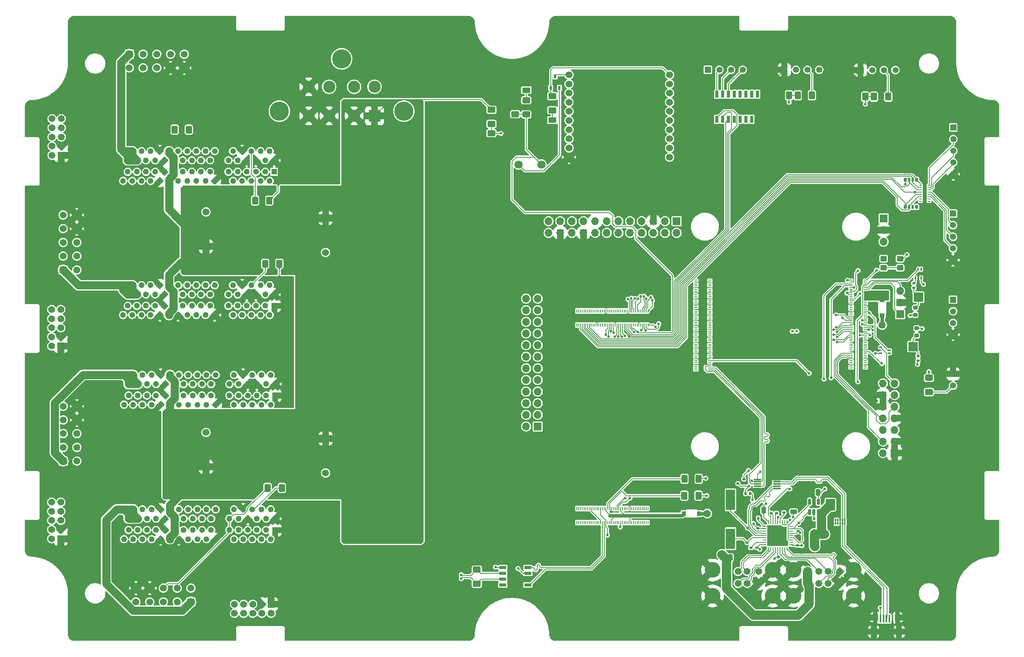
<source format=gbr>
%TF.GenerationSoftware,KiCad,Pcbnew,8.0.2*%
%TF.CreationDate,2024-05-12T20:09:59-06:00*%
%TF.ProjectId,GR-LRR-CONTROL,47522d4c-5252-42d4-934f-4e54524f4c2e,rev?*%
%TF.SameCoordinates,Original*%
%TF.FileFunction,Copper,L1,Top*%
%TF.FilePolarity,Positive*%
%FSLAX46Y46*%
G04 Gerber Fmt 4.6, Leading zero omitted, Abs format (unit mm)*
G04 Created by KiCad (PCBNEW 8.0.2) date 2024-05-12 20:09:59*
%MOMM*%
%LPD*%
G01*
G04 APERTURE LIST*
G04 Aperture macros list*
%AMRoundRect*
0 Rectangle with rounded corners*
0 $1 Rounding radius*
0 $2 $3 $4 $5 $6 $7 $8 $9 X,Y pos of 4 corners*
0 Add a 4 corners polygon primitive as box body*
4,1,4,$2,$3,$4,$5,$6,$7,$8,$9,$2,$3,0*
0 Add four circle primitives for the rounded corners*
1,1,$1+$1,$2,$3*
1,1,$1+$1,$4,$5*
1,1,$1+$1,$6,$7*
1,1,$1+$1,$8,$9*
0 Add four rect primitives between the rounded corners*
20,1,$1+$1,$2,$3,$4,$5,0*
20,1,$1+$1,$4,$5,$6,$7,0*
20,1,$1+$1,$6,$7,$8,$9,0*
20,1,$1+$1,$8,$9,$2,$3,0*%
G04 Aperture macros list end*
%TA.AperFunction,SMDPad,CuDef*%
%ADD10R,0.600000X0.850000*%
%TD*%
%TA.AperFunction,SMDPad,CuDef*%
%ADD11R,1.041400X0.812800*%
%TD*%
%TA.AperFunction,SMDPad,CuDef*%
%ADD12R,0.812800X1.041400*%
%TD*%
%TA.AperFunction,SMDPad,CuDef*%
%ADD13RoundRect,0.250000X-0.400000X-0.625000X0.400000X-0.625000X0.400000X0.625000X-0.400000X0.625000X0*%
%TD*%
%TA.AperFunction,ComponentPad*%
%ADD14R,1.520000X1.520000*%
%TD*%
%TA.AperFunction,ComponentPad*%
%ADD15C,1.520000*%
%TD*%
%TA.AperFunction,SMDPad,CuDef*%
%ADD16RoundRect,0.250000X-0.450000X0.350000X-0.450000X-0.350000X0.450000X-0.350000X0.450000X0.350000X0*%
%TD*%
%TA.AperFunction,SMDPad,CuDef*%
%ADD17RoundRect,0.135000X0.185000X-0.135000X0.185000X0.135000X-0.185000X0.135000X-0.185000X-0.135000X0*%
%TD*%
%TA.AperFunction,ComponentPad*%
%ADD18R,1.500000X1.500000*%
%TD*%
%TA.AperFunction,ComponentPad*%
%ADD19C,1.500000*%
%TD*%
%TA.AperFunction,ComponentPad*%
%ADD20R,1.350000X1.350000*%
%TD*%
%TA.AperFunction,ComponentPad*%
%ADD21C,1.350000*%
%TD*%
%TA.AperFunction,SMDPad,CuDef*%
%ADD22RoundRect,0.250000X0.400000X0.625000X-0.400000X0.625000X-0.400000X-0.625000X0.400000X-0.625000X0*%
%TD*%
%TA.AperFunction,ComponentPad*%
%ADD23C,3.450000*%
%TD*%
%TA.AperFunction,ComponentPad*%
%ADD24C,1.803400*%
%TD*%
%TA.AperFunction,SMDPad,CuDef*%
%ADD25RoundRect,0.218750X0.256250X-0.218750X0.256250X0.218750X-0.256250X0.218750X-0.256250X-0.218750X0*%
%TD*%
%TA.AperFunction,ComponentPad*%
%ADD26R,1.524000X1.524000*%
%TD*%
%TA.AperFunction,ComponentPad*%
%ADD27C,1.524000*%
%TD*%
%TA.AperFunction,SMDPad,CuDef*%
%ADD28RoundRect,0.062500X0.062500X-0.350000X0.062500X0.350000X-0.062500X0.350000X-0.062500X-0.350000X0*%
%TD*%
%TA.AperFunction,SMDPad,CuDef*%
%ADD29RoundRect,0.062500X0.350000X-0.062500X0.350000X0.062500X-0.350000X0.062500X-0.350000X-0.062500X0*%
%TD*%
%TA.AperFunction,HeatsinkPad*%
%ADD30R,3.700000X3.700000*%
%TD*%
%TA.AperFunction,ComponentPad*%
%ADD31R,1.700000X1.700000*%
%TD*%
%TA.AperFunction,ComponentPad*%
%ADD32O,1.700000X1.700000*%
%TD*%
%TA.AperFunction,SMDPad,CuDef*%
%ADD33RoundRect,0.250000X0.250000X0.475000X-0.250000X0.475000X-0.250000X-0.475000X0.250000X-0.475000X0*%
%TD*%
%TA.AperFunction,SMDPad,CuDef*%
%ADD34RoundRect,0.091500X-0.213500X0.358500X-0.213500X-0.358500X0.213500X-0.358500X0.213500X0.358500X0*%
%TD*%
%TA.AperFunction,SMDPad,CuDef*%
%ADD35RoundRect,0.068900X-0.196100X0.381100X-0.196100X-0.381100X0.196100X-0.381100X0.196100X0.381100X0*%
%TD*%
%TA.AperFunction,ComponentPad*%
%ADD36R,1.288000X1.288000*%
%TD*%
%TA.AperFunction,ComponentPad*%
%ADD37C,1.288000*%
%TD*%
%TA.AperFunction,SMDPad,CuDef*%
%ADD38RoundRect,0.140000X-0.170000X0.140000X-0.170000X-0.140000X0.170000X-0.140000X0.170000X0.140000X0*%
%TD*%
%TA.AperFunction,ComponentPad*%
%ADD39R,2.640000X2.640000*%
%TD*%
%TA.AperFunction,ComponentPad*%
%ADD40C,2.640000*%
%TD*%
%TA.AperFunction,ComponentPad*%
%ADD41C,4.185000*%
%TD*%
%TA.AperFunction,SMDPad,CuDef*%
%ADD42RoundRect,0.250000X-0.625000X0.400000X-0.625000X-0.400000X0.625000X-0.400000X0.625000X0.400000X0*%
%TD*%
%TA.AperFunction,SMDPad,CuDef*%
%ADD43RoundRect,0.135000X0.135000X0.185000X-0.135000X0.185000X-0.135000X-0.185000X0.135000X-0.185000X0*%
%TD*%
%TA.AperFunction,SMDPad,CuDef*%
%ADD44RoundRect,0.075000X-0.075000X-0.200000X0.075000X-0.200000X0.075000X0.200000X-0.075000X0.200000X0*%
%TD*%
%TA.AperFunction,SMDPad,CuDef*%
%ADD45R,1.550000X0.700000*%
%TD*%
%TA.AperFunction,SMDPad,CuDef*%
%ADD46R,0.650000X1.550000*%
%TD*%
%TA.AperFunction,SMDPad,CuDef*%
%ADD47R,0.400000X1.750000*%
%TD*%
%TA.AperFunction,SMDPad,CuDef*%
%ADD48R,1.825000X0.700000*%
%TD*%
%TA.AperFunction,SMDPad,CuDef*%
%ADD49R,2.000000X1.400000*%
%TD*%
%TA.AperFunction,SMDPad,CuDef*%
%ADD50R,1.300000X2.000000*%
%TD*%
%TA.AperFunction,ComponentPad*%
%ADD51O,1.300000X1.700000*%
%TD*%
%TA.AperFunction,ComponentPad*%
%ADD52O,1.000000X1.400000*%
%TD*%
%TA.AperFunction,SMDPad,CuDef*%
%ADD53R,1.425000X2.500000*%
%TD*%
%TA.AperFunction,SMDPad,CuDef*%
%ADD54R,1.800000X1.150000*%
%TD*%
%TA.AperFunction,SMDPad,CuDef*%
%ADD55RoundRect,0.140000X-0.219203X-0.021213X-0.021213X-0.219203X0.219203X0.021213X0.021213X0.219203X0*%
%TD*%
%TA.AperFunction,SMDPad,CuDef*%
%ADD56RoundRect,0.250000X-0.250000X-0.475000X0.250000X-0.475000X0.250000X0.475000X-0.250000X0.475000X0*%
%TD*%
%TA.AperFunction,SMDPad,CuDef*%
%ADD57RoundRect,0.140000X0.170000X-0.140000X0.170000X0.140000X-0.170000X0.140000X-0.170000X-0.140000X0*%
%TD*%
%TA.AperFunction,SMDPad,CuDef*%
%ADD58RoundRect,0.250000X0.625000X-0.400000X0.625000X0.400000X-0.625000X0.400000X-0.625000X-0.400000X0*%
%TD*%
%TA.AperFunction,SMDPad,CuDef*%
%ADD59R,2.000000X2.000000*%
%TD*%
%TA.AperFunction,SMDPad,CuDef*%
%ADD60RoundRect,0.250000X-0.787500X-1.025000X0.787500X-1.025000X0.787500X1.025000X-0.787500X1.025000X0*%
%TD*%
%TA.AperFunction,SMDPad,CuDef*%
%ADD61RoundRect,0.100000X0.225000X0.100000X-0.225000X0.100000X-0.225000X-0.100000X0.225000X-0.100000X0*%
%TD*%
%TA.AperFunction,SMDPad,CuDef*%
%ADD62RoundRect,0.091500X0.213500X-0.358500X0.213500X0.358500X-0.213500X0.358500X-0.213500X-0.358500X0*%
%TD*%
%TA.AperFunction,SMDPad,CuDef*%
%ADD63RoundRect,0.068900X0.196100X-0.381100X0.196100X0.381100X-0.196100X0.381100X-0.196100X-0.381100X0*%
%TD*%
%TA.AperFunction,SMDPad,CuDef*%
%ADD64RoundRect,0.218750X-0.256250X0.218750X-0.256250X-0.218750X0.256250X-0.218750X0.256250X0.218750X0*%
%TD*%
%TA.AperFunction,SMDPad,CuDef*%
%ADD65RoundRect,0.087500X-0.725000X-0.087500X0.725000X-0.087500X0.725000X0.087500X-0.725000X0.087500X0*%
%TD*%
%TA.AperFunction,SMDPad,CuDef*%
%ADD66RoundRect,0.250000X0.475000X-0.250000X0.475000X0.250000X-0.475000X0.250000X-0.475000X-0.250000X0*%
%TD*%
%TA.AperFunction,SMDPad,CuDef*%
%ADD67R,0.200000X0.700000*%
%TD*%
%TA.AperFunction,SMDPad,CuDef*%
%ADD68RoundRect,0.100000X-0.100000X0.225000X-0.100000X-0.225000X0.100000X-0.225000X0.100000X0.225000X0*%
%TD*%
%TA.AperFunction,SMDPad,CuDef*%
%ADD69R,0.584200X0.203200*%
%TD*%
%TA.AperFunction,SMDPad,CuDef*%
%ADD70R,2.000000X4.500000*%
%TD*%
%TA.AperFunction,SMDPad,CuDef*%
%ADD71RoundRect,0.150000X-0.150000X0.512500X-0.150000X-0.512500X0.150000X-0.512500X0.150000X0.512500X0*%
%TD*%
%TA.AperFunction,SMDPad,CuDef*%
%ADD72R,0.700000X0.200000*%
%TD*%
%TA.AperFunction,SMDPad,CuDef*%
%ADD73RoundRect,0.135000X-0.185000X0.135000X-0.185000X-0.135000X0.185000X-0.135000X0.185000X0.135000X0*%
%TD*%
%TA.AperFunction,ViaPad*%
%ADD74C,1.600000*%
%TD*%
%TA.AperFunction,ViaPad*%
%ADD75C,0.600000*%
%TD*%
%TA.AperFunction,ViaPad*%
%ADD76C,1.500000*%
%TD*%
%TA.AperFunction,Conductor*%
%ADD77C,0.200000*%
%TD*%
%TA.AperFunction,Conductor*%
%ADD78C,0.800000*%
%TD*%
%TA.AperFunction,Conductor*%
%ADD79C,2.000000*%
%TD*%
%TA.AperFunction,Conductor*%
%ADD80C,1.800000*%
%TD*%
%TA.AperFunction,Conductor*%
%ADD81C,0.150000*%
%TD*%
G04 APERTURE END LIST*
D10*
%TO.P,Q1,1,G*%
%TO.N,ZIGBEE_IO*%
X165750000Y-74350000D03*
%TO.P,Q1,2,S*%
%TO.N,Net-(Q1-S)*%
X167650000Y-74350000D03*
%TO.P,Q1,3,D*%
%TO.N,3.3V*%
X166700000Y-71850000D03*
%TD*%
D11*
%TO.P,CR2,1*%
%TO.N,Net-(CR2-Pad1)*%
X238100000Y-120749000D03*
%TO.P,CR2,2*%
%TO.N,5V*%
X238100000Y-124051000D03*
%TD*%
D12*
%TO.P,CR1,1*%
%TO.N,Net-(CR1-Pad1)*%
X194798000Y-167400000D03*
%TO.P,CR1,2*%
%TO.N,5V*%
X198100000Y-167400000D03*
%TD*%
D13*
%TO.P,R34,1*%
%TO.N,D4_+5VOUT*%
X103950000Y-161800000D03*
%TO.P,R34,2*%
%TO.N,Net-(J16-AXISID0)*%
X107050000Y-161800000D03*
%TD*%
D14*
%TO.P,J6,1,1*%
%TO.N,D2_A{slash}A+*%
X59300000Y-114139650D03*
D15*
%TO.P,J6,2,2*%
%TO.N,D2_C{slash}B+*%
X59300000Y-111139651D03*
%TO.P,J6,3,3*%
%TO.N,D2_HALL1*%
X59300000Y-108139652D03*
%TO.P,J6,4,4*%
%TO.N,D2_HALL2*%
X59300000Y-105139653D03*
%TO.P,J6,5,5*%
%TO.N,D2_HALL3*%
X59300000Y-102139654D03*
%TO.P,J6,6,6*%
%TO.N,D2_B{slash}A-*%
X62299999Y-114139650D03*
%TO.P,J6,7,7*%
%TO.N,D2_BR{slash}B-*%
X62299999Y-111139651D03*
%TO.P,J6,8,8*%
%TO.N,D2_+5VOUT*%
X62299999Y-108139652D03*
%TO.P,J6,9,9*%
%TO.N,GND*%
X62299999Y-105139653D03*
%TO.P,J6,10,10*%
X62299999Y-102139654D03*
%TD*%
D16*
%TO.P,R21,1*%
%TO.N,/CM4_GPIO ( Ethernet\u002C GPIO\u002C SDCARD)/+1.8v*%
X238400000Y-111700000D03*
%TO.P,R21,2*%
%TO.N,/CM4_GPIO ( Ethernet\u002C GPIO\u002C SDCARD)/GPIO_VREF*%
X238400000Y-113700000D03*
%TD*%
D17*
%TO.P,R25,1*%
%TO.N,Net-(U10-SCL{slash}SMBCLK{slash}CFG_SEL0)*%
X215030000Y-167307500D03*
%TO.P,R25,2*%
%TO.N,GND*%
X215030000Y-166287500D03*
%TD*%
D18*
%TO.P,J11,1,1*%
%TO.N,GND*%
X58800000Y-172900000D03*
D19*
%TO.P,J11,2,2*%
%TO.N,D3_+5VOUT*%
X56800000Y-172900000D03*
%TO.P,J11,3,3*%
%TO.N,GND*%
X58800000Y-170900000D03*
%TO.P,J11,4,4*%
%TO.N,D3_+5VOUT*%
X56800000Y-170900000D03*
%TO.P,J11,5,5*%
%TO.N,D3_A-*%
X58800000Y-168900000D03*
%TO.P,J11,6,6*%
%TO.N,D3_A+*%
X56800000Y-168900000D03*
%TO.P,J11,7,7*%
%TO.N,D3_B-*%
X58800000Y-166900000D03*
%TO.P,J11,8,8*%
%TO.N,D3_B+*%
X56800000Y-166900000D03*
%TO.P,J11,9,9*%
%TO.N,D3_Z-*%
X58800000Y-164900000D03*
%TO.P,J11,10,10*%
%TO.N,D3_Z+*%
X56800000Y-164900000D03*
%TD*%
D20*
%TO.P,J26,1,1*%
%TO.N,GND*%
X233359998Y-70479298D03*
D21*
%TO.P,J26,2,2*%
%TO.N,24V*%
X235899998Y-70479298D03*
%TO.P,J26,3,3*%
%TO.N,UT2_SIGNAL*%
X238439998Y-70479298D03*
%TO.P,J26,4,4*%
%TO.N,24V*%
X240979998Y-70479298D03*
%TD*%
D22*
%TO.P,R6,1*%
%TO.N,UT2_SIGNAL*%
X239409998Y-76279298D03*
%TO.P,R6,2*%
%TO.N,UT2_77_A2*%
X236309998Y-76279298D03*
%TD*%
D19*
%TO.P,J37,1,VBUS`*%
%TO.N,/USB2-HUB/VBUS*%
X204130000Y-180077500D03*
%TO.P,J37,2,D-`*%
%TO.N,/USB2-HUB/HD1_N*%
X206630000Y-180077500D03*
%TO.P,J37,3,D+`*%
%TO.N,/USB2-HUB/HD1_P*%
X208630000Y-180077500D03*
%TO.P,J37,4,GND`*%
%TO.N,GND*%
X211130000Y-180077500D03*
%TO.P,J37,5,VBUS*%
%TO.N,/USB2-HUB/VBUS*%
X204130000Y-182697500D03*
%TO.P,J37,6,D-*%
%TO.N,/USB2-HUB/HD2_N*%
X206630000Y-182697500D03*
%TO.P,J37,7,D+*%
%TO.N,/USB2-HUB/HD2_P*%
X208630000Y-182697500D03*
%TO.P,J37,8,GND*%
%TO.N,GND*%
X211130000Y-182697500D03*
D23*
%TO.P,J37,MT1,MT1*%
X201060000Y-185407500D03*
%TO.P,J37,MT2,MT2*%
X214200000Y-185407500D03*
%TO.P,J37,MT3,MT3*%
X201060000Y-179727500D03*
%TO.P,J37,MT4,MT4*%
X214200000Y-179727500D03*
%TD*%
D24*
%TO.P,J18,1,1*%
%TO.N,Net-(Q1-S)*%
X158704900Y-91102701D03*
%TO.P,J18,2,2*%
%TO.N,D0 ESTOP DETECT*%
X163704900Y-91102701D03*
%TD*%
D25*
%TO.P,D1,1,K*%
%TO.N,Net-(D1-K)*%
X245600000Y-128487500D03*
%TO.P,D1,2,A*%
%TO.N,3.3V*%
X245600000Y-126912500D03*
%TD*%
D26*
%TO.P,C21,1*%
%TO.N,BATT+*%
X90500000Y-157192450D03*
D27*
%TO.P,C21,2*%
%TO.N,GND*%
X90500000Y-149674050D03*
%TD*%
D13*
%TO.P,R3,1*%
%TO.N,CAN+*%
X83650000Y-83500000D03*
%TO.P,R3,2*%
%TO.N,CAN-*%
X86750000Y-83500000D03*
%TD*%
D28*
%TO.P,U10,1,USBDM_DN1/PRT_DIS_M1*%
%TO.N,/USB2-HUB/HD1_N*%
X213300000Y-175145000D03*
%TO.P,U10,2,USBDP_DN1/PRT_DIS_P1*%
%TO.N,/USB2-HUB/HD1_P*%
X213800000Y-175145000D03*
%TO.P,U10,3,USBDM_DN2/PRT_DIS_M2*%
%TO.N,/USB2-HUB/HD2_N*%
X214300000Y-175145000D03*
%TO.P,U10,4,USBDP_DN2/PRT_DIS_P2*%
%TO.N,/USB2-HUB/HD2_P*%
X214800000Y-175145000D03*
%TO.P,U10,5,VDDA33*%
%TO.N,3.3V*%
X215300000Y-175145000D03*
%TO.P,U10,6,USBDM_DN3/PRT_DIS_M3*%
%TO.N,/USB2-HUB/HD3_N*%
X215800000Y-175145000D03*
%TO.P,U10,7,USBDP_DN3/PRT_DIS_P3*%
%TO.N,/USB2-HUB/HD3_P*%
X216300000Y-175145000D03*
%TO.P,U10,8,USBDM_DN4/PRT_DIS_M4*%
%TO.N,/USB2-HUB/HD4_N*%
X216800000Y-175145000D03*
%TO.P,U10,9,USBDP_DN4/PRT_DIS_P4*%
%TO.N,/USB2-HUB/HD4_P*%
X217300000Y-175145000D03*
D29*
%TO.P,U10,10,VDDA33*%
%TO.N,3.3V*%
X218237500Y-174207500D03*
%TO.P,U10,11,TEST*%
%TO.N,unconnected-(U10-TEST-Pad11)*%
X218237500Y-173707500D03*
%TO.P,U10,12,PRTPWR1/BC_EN1*%
%TO.N,/USB2-HUB/PWR1*%
X218237500Y-173207500D03*
%TO.P,U10,13,OCS_N1*%
%TO.N,/USB2-HUB/nOCS1*%
X218237500Y-172707500D03*
%TO.P,U10,14,CRFILT*%
%TO.N,unconnected-(U10-CRFILT-Pad14)*%
X218237500Y-172207500D03*
%TO.P,U10,15,VDD33*%
%TO.N,3.3V*%
X218237500Y-171707500D03*
%TO.P,U10,16,PRTPWR2/BC_EN2*%
%TO.N,unconnected-(U10-PRTPWR2{slash}BC_EN2-Pad16)*%
X218237500Y-171207500D03*
%TO.P,U10,17,OCS_N2*%
%TO.N,/USB2-HUB/nOCS1*%
X218237500Y-170707500D03*
%TO.P,U10,18,PRTPWR3/BC_EN3*%
%TO.N,unconnected-(U10-PRTPWR3{slash}BC_EN3-Pad18)*%
X218237500Y-170207500D03*
D28*
%TO.P,U10,19,OCS_N3*%
%TO.N,/USB2-HUB/nOCS1*%
X217300000Y-169270000D03*
%TO.P,U10,20,PRTPWR4/BC_EN4*%
%TO.N,unconnected-(U10-PRTPWR4{slash}BC_EN4-Pad20)*%
X216800000Y-169270000D03*
%TO.P,U10,21,OCS_N4*%
%TO.N,/USB2-HUB/nOCS1*%
X216300000Y-169270000D03*
%TO.P,U10,22,SDA/SMBDATA/NON_REM1*%
%TO.N,Net-(U10-SDA{slash}SMBDATA{slash}NON_REM1)*%
X215800000Y-169270000D03*
%TO.P,U10,23,VDD33*%
%TO.N,3.3V*%
X215300000Y-169270000D03*
%TO.P,U10,24,SCL/SMBCLK/CFG_SEL0*%
%TO.N,Net-(U10-SCL{slash}SMBCLK{slash}CFG_SEL0)*%
X214800000Y-169270000D03*
%TO.P,U10,25,HS_IND/CFG_SEL1*%
%TO.N,Net-(U10-HS_IND{slash}CFG_SEL1)*%
X214300000Y-169270000D03*
%TO.P,U10,26,RESET_N*%
%TO.N,/nEXTRST*%
X213800000Y-169270000D03*
%TO.P,U10,27,VBUS_DET*%
%TO.N,3.3V*%
X213300000Y-169270000D03*
D29*
%TO.P,U10,28,SUSP_IND/LOCAL_PWR/NON_REM0*%
%TO.N,Net-(U10-SUSP_IND{slash}LOCAL_PWR{slash}NON_REM0)*%
X212362500Y-170207500D03*
%TO.P,U10,29,VDDA33*%
%TO.N,3.3V*%
X212362500Y-170707500D03*
%TO.P,U10,30,USBDM_UP*%
%TO.N,/USB2-HUB/USBH_N*%
X212362500Y-171207500D03*
%TO.P,U10,31,USBDP_UP*%
%TO.N,/USB2-HUB/USBH_P*%
X212362500Y-171707500D03*
%TO.P,U10,32,XTALOUT*%
%TO.N,Net-(U10-XTALOUT)*%
X212362500Y-172207500D03*
%TO.P,U10,33,XTALIN/CLKIN*%
%TO.N,Net-(U10-XTALIN{slash}CLKIN)*%
X212362500Y-172707500D03*
%TO.P,U10,34,PLLFILT*%
%TO.N,unconnected-(U10-PLLFILT-Pad34)*%
X212362500Y-173207500D03*
%TO.P,U10,35,RBIAS*%
%TO.N,Net-(U10-RBIAS)*%
X212362500Y-173707500D03*
%TO.P,U10,36,VDDA33*%
%TO.N,3.3V*%
X212362500Y-174207500D03*
D30*
%TO.P,U10,37,VSS*%
%TO.N,GND*%
X215300000Y-172207500D03*
%TD*%
D31*
%TO.P,J32,1,Pin_1*%
%TO.N,GND*%
X240800000Y-154180000D03*
D32*
%TO.P,J32,2,Pin_2*%
%TO.N,/CM4_GPIO ( Ethernet\u002C GPIO\u002C SDCARD)/nRPIBOOT*%
X238260000Y-154180000D03*
%TO.P,J32,3,Pin_3*%
%TO.N,GND*%
X240800000Y-151640000D03*
%TO.P,J32,4,Pin_4*%
%TO.N,/CM4_GPIO ( Ethernet\u002C GPIO\u002C SDCARD)/EEPROM_nWP*%
X238260000Y-151640000D03*
%TO.P,J32,5,Pin_5*%
%TO.N,/CM4_GPIO ( Ethernet\u002C GPIO\u002C SDCARD)/AIN0*%
X240800000Y-149100000D03*
%TO.P,J32,6,Pin_6*%
%TO.N,/CM4_GPIO ( Ethernet\u002C GPIO\u002C SDCARD)/AIN1*%
X238260000Y-149100000D03*
%TO.P,J32,7,Pin_7*%
%TO.N,GND*%
X240800000Y-146560000D03*
%TO.P,J32,8,Pin_8*%
%TO.N,/CM4_GPIO ( Ethernet\u002C GPIO\u002C SDCARD)/SYNC_IN*%
X238260000Y-146560000D03*
%TO.P,J32,9,Pin_9*%
%TO.N,/CM4_GPIO ( Ethernet\u002C GPIO\u002C SDCARD)/SYNC_OUT*%
X240800000Y-144020000D03*
%TO.P,J32,10,Pin_10*%
%TO.N,GND*%
X238260000Y-144020000D03*
%TO.P,J32,11,Pin_11*%
%TO.N,/CM4_GPIO ( Ethernet\u002C GPIO\u002C SDCARD)/TV_OUT*%
X240800000Y-141480000D03*
%TO.P,J32,12,Pin_12*%
%TO.N,GND*%
X238260000Y-141480000D03*
%TO.P,J32,13,Pin_13*%
%TO.N,Net-(J32-Pin_13)*%
X240800000Y-138940000D03*
%TO.P,J32,14,Pin_14*%
%TO.N,/CM4_GPIO ( Ethernet\u002C GPIO\u002C SDCARD)/GLOBAL_EN*%
X238260000Y-138940000D03*
%TD*%
D20*
%TO.P,J20,1,1*%
%TO.N,GND*%
X253570001Y-136890349D03*
D21*
%TO.P,J20,2,2*%
%TO.N,CLAMP_C*%
X253570001Y-139430349D03*
%TD*%
D33*
%TO.P,C6,1*%
%TO.N,3.3V*%
X212224000Y-166683500D03*
%TO.P,C6,2*%
%TO.N,GND*%
X210324000Y-166683500D03*
%TD*%
D18*
%TO.P,J1,1,1*%
%TO.N,GND*%
X58900000Y-89100000D03*
D19*
%TO.P,J1,2,2*%
%TO.N,D1_+5VOUT*%
X56900000Y-89100000D03*
%TO.P,J1,3,3*%
%TO.N,GND*%
X58900000Y-87100000D03*
%TO.P,J1,4,4*%
%TO.N,D1_+5VOUT*%
X56900000Y-87100000D03*
%TO.P,J1,5,5*%
%TO.N,D1_A-*%
X58900000Y-85100000D03*
%TO.P,J1,6,6*%
%TO.N,D1_A+*%
X56900000Y-85100000D03*
%TO.P,J1,7,7*%
%TO.N,D1_B-*%
X58900000Y-83100000D03*
%TO.P,J1,8,8*%
%TO.N,D1_B+*%
X56900000Y-83100000D03*
%TO.P,J1,9,9*%
%TO.N,D1_Z-*%
X58900000Y-81100000D03*
%TO.P,J1,10,10*%
%TO.N,D1_Z+*%
X56900000Y-81100000D03*
%TD*%
D17*
%TO.P,R22,1*%
%TO.N,Net-(D2-K)*%
X245000000Y-118100000D03*
%TO.P,R22,2*%
%TO.N,Net-(R22-Pad2)*%
X245000000Y-117080000D03*
%TD*%
D22*
%TO.P,R7,1*%
%TO.N,UT2_77_A2*%
X234409998Y-76279298D03*
%TO.P,R7,2*%
%TO.N,GND*%
X231309998Y-76279298D03*
%TD*%
D34*
%TO.P,R12,1,1*%
%TO.N,GND*%
X245600000Y-92689298D03*
D35*
%TO.P,R12,2,2*%
X244760000Y-92689298D03*
%TO.P,R12,3,3*%
X243960000Y-92689298D03*
D34*
%TO.P,R12,4,4*%
X243120000Y-92689298D03*
%TO.P,R12,5,5*%
%TO.N,ENCODER2_PHASEA*%
X243120000Y-94459298D03*
D35*
%TO.P,R12,6,6*%
%TO.N,ENCODER1_PHASEZ*%
X243960000Y-94459298D03*
%TO.P,R12,7,7*%
%TO.N,ENCODER1_PHASEB*%
X244760000Y-94459298D03*
D34*
%TO.P,R12,8,8*%
%TO.N,ENCODER1_PHASEA*%
X245600000Y-94459298D03*
%TD*%
D36*
%TO.P,J12,A1,GND*%
%TO.N,GND*%
X105600000Y-141600000D03*
D37*
%TO.P,J12,A2,NC*%
%TO.N,unconnected-(J12-NC-PadA2)*%
X104600000Y-143600000D03*
%TO.P,J12,A3,NC*%
%TO.N,unconnected-(J12-NC-PadA3)*%
X103600000Y-141600000D03*
%TO.P,J12,A4,NC*%
%TO.N,unconnected-(J12-NC-PadA4)*%
X102600000Y-143600000D03*
%TO.P,J12,A5,NC*%
%TO.N,unconnected-(J12-NC-PadA5)*%
X101600000Y-141600000D03*
%TO.P,J12,A6,OUT1*%
%TO.N,unconnected-(J12-OUT1-PadA6)*%
X100600000Y-143600000D03*
%TO.P,J12,A7,NC*%
%TO.N,unconnected-(J12-NC-PadA7)*%
X99600000Y-141600000D03*
%TO.P,J12,A8,HALL1*%
%TO.N,D3_HALL1*%
X98600000Y-143600000D03*
%TO.P,J12,A9,HALL2*%
%TO.N,D3_HALL2*%
X97600000Y-141600000D03*
%TO.P,J12,A10,HALL3*%
%TO.N,D3_HALL3*%
X96600000Y-143600000D03*
%TO.P,J12,A11,+5VOUT*%
%TO.N,D3_+5VOUT*%
X95600000Y-141600000D03*
%TO.P,J12,A12,GND*%
%TO.N,GND*%
X92600000Y-143600000D03*
%TO.P,J12,A13,A-/SIN-/LH1*%
%TO.N,D3_A+*%
X91600000Y-141600000D03*
%TO.P,J12,A14,A/SIN+*%
%TO.N,D3_A-*%
X90600000Y-143600000D03*
%TO.P,J12,A15,B-/COS-/LH2*%
%TO.N,D3_B-*%
X89600000Y-141600000D03*
%TO.P,J12,A16,B/COS+*%
%TO.N,D3_B+*%
X88600000Y-143600000D03*
%TO.P,J12,A17,Z-/LH3*%
%TO.N,D3_Z-*%
X87600000Y-141600000D03*
%TO.P,J12,A18,Z+*%
%TO.N,D3_Z+*%
X86600000Y-143600000D03*
%TO.P,J12,A19,CAN-HI*%
%TO.N,CAN+*%
X85600000Y-141600000D03*
%TO.P,J12,A20,GND*%
%TO.N,GND*%
X84600000Y-143600000D03*
%TO.P,J12,A21,+VMOT*%
%TO.N,BATT+*%
X83600000Y-141600000D03*
%TO.P,J12,A22,+VMOT*%
X82600000Y-143600000D03*
%TO.P,J12,A23,GND*%
%TO.N,GND*%
X81600000Y-141600000D03*
%TO.P,J12,A24,GND*%
X80600000Y-143600000D03*
%TO.P,J12,A25,BR/B-*%
%TO.N,D3_BR{slash}B-*%
X79600000Y-141600000D03*
%TO.P,J12,A26,BR/B-*%
X78600000Y-143600000D03*
%TO.P,J12,A27,BR/B-*%
X77600000Y-141600000D03*
%TO.P,J12,A28,BR/B-*%
X76600000Y-143600000D03*
%TO.P,J12,A29,B/A-*%
%TO.N,D3_B{slash}A-*%
X75600000Y-141600000D03*
%TO.P,J12,A30,B/A-*%
X74600000Y-143600000D03*
%TO.P,J12,A31,B/A-*%
X73600000Y-141600000D03*
%TO.P,J12,A32,B/A-*%
X72600000Y-143600000D03*
%TO.P,J12,B1,GND*%
%TO.N,GND*%
X105600000Y-139100000D03*
%TO.P,J12,B2,232TX*%
%TO.N,unconnected-(J12-232TX-PadB2)*%
X104600000Y-137100000D03*
%TO.P,J12,B3,232RX*%
%TO.N,unconnected-(J12-232RX-PadB3)*%
X103600000Y-139100000D03*
%TO.P,J12,B4,OUT0*%
%TO.N,unconnected-(J12-OUT0-PadB4)*%
X102600000Y-137100000D03*
%TO.P,J12,B5,GND*%
%TO.N,GND*%
X101600000Y-139100000D03*
%TO.P,J12,B6,AXISID0*%
%TO.N,unconnected-(J12-AXISID0-PadB6)*%
X100600000Y-137100000D03*
%TO.P,J12,B7,AXISID1*%
%TO.N,GND*%
X99600000Y-139100000D03*
%TO.P,J12,B8,AXISID2*%
X98600000Y-137100000D03*
%TO.P,J12,B9,REF*%
%TO.N,unconnected-(J12-REF-PadB9)*%
X97600000Y-139100000D03*
%TO.P,J12,B10,FDBK*%
%TO.N,unconnected-(J12-FDBK-PadB10)*%
X96600000Y-137100000D03*
%TO.P,J12,B11,+5VOUT*%
%TO.N,D3_+5VOUT*%
X95600000Y-139100000D03*
%TO.P,J12,B12,OUT2/ERROR*%
%TO.N,unconnected-(J12-OUT2{slash}ERROR-PadB12)*%
X92600000Y-137100000D03*
%TO.P,J12,B13,OUT3/READY*%
%TO.N,unconnected-(J12-OUT3{slash}READY-PadB13)*%
X91600000Y-139100000D03*
%TO.P,J12,B14,IN0*%
%TO.N,unconnected-(J12-IN0-PadB14)*%
X90600000Y-137100000D03*
%TO.P,J12,B15,IN1*%
%TO.N,unconnected-(J12-IN1-PadB15)*%
X89600000Y-139100000D03*
%TO.P,J12,B16,IN2/LSP*%
%TO.N,unconnected-(J12-IN2{slash}LSP-PadB16)*%
X88600000Y-137100000D03*
%TO.P,J12,B17,IN3/LSN*%
%TO.N,unconnected-(J12-IN3{slash}LSN-PadB17)*%
X87600000Y-139100000D03*
%TO.P,J12,B18,IN4/ENABLE*%
%TO.N,unconnected-(J12-IN4{slash}ENABLE-PadB18)*%
X86600000Y-137100000D03*
%TO.P,J12,B19,CAN-LO*%
%TO.N,CAN-*%
X85600000Y-139100000D03*
%TO.P,J12,B20,+VLOG*%
%TO.N,24V*%
X84600000Y-137100000D03*
%TO.P,J12,B21,+VMOT*%
%TO.N,BATT+*%
X83600000Y-139100000D03*
%TO.P,J12,B22,+VMOT*%
X82600000Y-137100000D03*
%TO.P,J12,B23,GND*%
%TO.N,GND*%
X81600000Y-139100000D03*
%TO.P,J12,B24,GND*%
X80600000Y-137100000D03*
%TO.P,J12,B25,C/B+*%
%TO.N,D3_C{slash}B+*%
X79600000Y-139100000D03*
%TO.P,J12,B26,C/B+*%
X78600000Y-137100000D03*
%TO.P,J12,B27,C/B+*%
X77600000Y-139100000D03*
%TO.P,J12,B28,C/B+*%
X76600000Y-137100000D03*
%TO.P,J12,B29,A/A+*%
%TO.N,D3_A{slash}A+*%
X75600000Y-139100000D03*
%TO.P,J12,B30,A/A+*%
X74600000Y-137100000D03*
%TO.P,J12,B31,A/A+*%
X73600000Y-139100000D03*
%TO.P,J12,B32,A/A+*%
X72600000Y-137100000D03*
%TD*%
D38*
%TO.P,C8,1*%
%TO.N,3.3V*%
X210746000Y-174884500D03*
%TO.P,C8,2*%
%TO.N,GND*%
X210746000Y-175844500D03*
%TD*%
%TO.P,C7,1*%
%TO.N,3.3V*%
X207900000Y-159850000D03*
%TO.P,C7,2*%
%TO.N,GND*%
X207900000Y-160810000D03*
%TD*%
D39*
%TO.P,J5,1,1*%
%TO.N,BATT+*%
X127275000Y-80475000D03*
D40*
%TO.P,J5,2,2*%
X122830000Y-80475000D03*
%TO.P,J5,3,3*%
%TO.N,GND*%
X117370000Y-80475000D03*
%TO.P,J5,4,4*%
X112925000Y-80475000D03*
%TO.P,J5,5,5*%
X112925000Y-74125000D03*
%TO.P,J5,6,6*%
%TO.N,3.3V*%
X117370000Y-74125000D03*
%TO.P,J5,7,7*%
%TO.N,5V*%
X122830000Y-74125000D03*
%TO.P,J5,8,8*%
%TO.N,24V*%
X127275000Y-74125000D03*
D41*
%TO.P,J5,MH1,MH1*%
%TO.N,unconnected-(J5-PadMH1)*%
X120100000Y-68025000D03*
%TO.P,J5,MH2,MH2*%
%TO.N,unconnected-(J5-PadMH2)*%
X133690000Y-79455000D03*
%TO.P,J5,MH3,MH3*%
%TO.N,unconnected-(J5-PadMH3)*%
X106510000Y-79455000D03*
%TD*%
D42*
%TO.P,R13,1*%
%TO.N,Net-(LED1-A)*%
X160400000Y-77050000D03*
%TO.P,R13,2*%
%TO.N,D0 ESTOP DETECT*%
X160400000Y-80150000D03*
%TD*%
D27*
%TO.P,U4,1,VCC*%
%TO.N,3.3V*%
X169736600Y-71500000D03*
%TO.P,U4,2,DOUT/DIO13*%
%TO.N,unconnected-(U4-DOUT{slash}DIO13-Pad2)*%
X169736600Y-73500000D03*
%TO.P,U4,3,DIN/!CONFIG/DIO14*%
%TO.N,unconnected-(U4-DIN{slash}!CONFIG{slash}DIO14-Pad3)*%
X169736600Y-75500000D03*
%TO.P,U4,4,DIO12/SPI_MISO*%
%TO.N,unconnected-(U4-DIO12{slash}SPI_MISO-Pad4)*%
X169703600Y-77500000D03*
%TO.P,U4,5,!RESET*%
%TO.N,unconnected-(U4-!RESET-Pad5)*%
X169736600Y-79500000D03*
%TO.P,U4,6,RSSI_PWM/DIO10*%
%TO.N,unconnected-(U4-RSSI_PWM{slash}DIO10-Pad6)*%
X169736600Y-81500000D03*
%TO.P,U4,7,PWM1/DIO11/I2C_SDA*%
%TO.N,unconnected-(U4-PWM1{slash}DIO11{slash}I2C_SDA-Pad7)*%
X169736600Y-83500000D03*
%TO.P,U4,8,[reserved]*%
%TO.N,unconnected-(U4-[reserved]-Pad8)*%
X169736600Y-85500000D03*
%TO.P,U4,9,!DTR/SLEEP_RQ/DIO8*%
%TO.N,unconnected-(U4-!DTR{slash}SLEEP_RQ{slash}DIO8-Pad9)*%
X169736600Y-87500000D03*
%TO.P,U4,10,GND*%
%TO.N,GND*%
X169736600Y-89500000D03*
%TO.P,U4,11,DIO4/SPI_MOSI*%
%TO.N,unconnected-(U4-DIO4{slash}SPI_MOSI-Pad11)*%
X191700000Y-89500000D03*
%TO.P,U4,12,!CTS/DIO7*%
%TO.N,unconnected-(U4-!CTS{slash}DIO7-Pad12)*%
X191700000Y-87500000D03*
%TO.P,U4,13,ON/!SLEEP/DIO9*%
%TO.N,unconnected-(U4-ON{slash}!SLEEP{slash}DIO9-Pad13)*%
X191700000Y-85500000D03*
%TO.P,U4,14,[reserved]*%
%TO.N,unconnected-(U4-[reserved]-Pad14)*%
X191700000Y-83500000D03*
%TO.P,U4,15,ASSOCIATE/DIO5*%
%TO.N,unconnected-(U4-ASSOCIATE{slash}DIO5-Pad15)*%
X191700000Y-81500000D03*
%TO.P,U4,16,!RTS/DIO6*%
%TO.N,unconnected-(U4-!RTS{slash}DIO6-Pad16)*%
X191700000Y-79500000D03*
%TO.P,U4,17,AD3/DIO3/SPI_!SSEL*%
%TO.N,unconnected-(U4-AD3{slash}DIO3{slash}SPI_!SSEL-Pad17)*%
X191700000Y-77500000D03*
%TO.P,U4,18,AD2/DIO2/SPI_CLK*%
%TO.N,unconnected-(U4-AD2{slash}DIO2{slash}SPI_CLK-Pad18)*%
X191700000Y-75500000D03*
%TO.P,U4,19,AD1/DIO1/SPI_!ATTN/I2C_SCL*%
%TO.N,unconnected-(U4-AD1{slash}DIO1{slash}SPI_!ATTN{slash}I2C_SCL-Pad19)*%
X191700000Y-73500000D03*
%TO.P,U4,20,AD0/DIO0*%
%TO.N,ZIGBEE_IO*%
X191700000Y-71500000D03*
%TD*%
D17*
%TO.P,R26,1*%
%TO.N,Net-(U10-SDA{slash}SMBDATA{slash}NON_REM1)*%
X216630000Y-167207500D03*
%TO.P,R26,2*%
%TO.N,GND*%
X216630000Y-166187500D03*
%TD*%
D22*
%TO.P,R2,1*%
%TO.N,5V*%
X198050000Y-159800000D03*
%TO.P,R2,2*%
%TO.N,H7_I2C0_SCL*%
X194950000Y-159800000D03*
%TD*%
D31*
%TO.P,J4,1,Pin_1*%
%TO.N,3.3V*%
X193220000Y-103500000D03*
D32*
%TO.P,J4,2,Pin_2*%
%TO.N,/CM4_GPIO ( Ethernet\u002C GPIO\u002C SDCARD)/GPIO2*%
X193220000Y-106040000D03*
%TO.P,J4,3,Pin_3*%
%TO.N,/CM4_GPIO ( Ethernet\u002C GPIO\u002C SDCARD)/GPIO3*%
X190680000Y-103500000D03*
%TO.P,J4,4,Pin_4*%
%TO.N,/CM4_GPIO ( Ethernet\u002C GPIO\u002C SDCARD)/GPIO4*%
X190680000Y-106040000D03*
%TO.P,J4,5,Pin_5*%
%TO.N,GND*%
X188140000Y-103500000D03*
%TO.P,J4,6,Pin_6*%
%TO.N,/CM4_GPIO ( Ethernet\u002C GPIO\u002C SDCARD)/GPIO17*%
X188140000Y-106040000D03*
%TO.P,J4,7,Pin_7*%
%TO.N,/CM4_GPIO ( Ethernet\u002C GPIO\u002C SDCARD)/GPIO27*%
X185600000Y-103500000D03*
%TO.P,J4,8,Pin_8*%
%TO.N,/CM4_GPIO ( Ethernet\u002C GPIO\u002C SDCARD)/GPIO22*%
X185600000Y-106040000D03*
%TO.P,J4,9,Pin_9*%
%TO.N,3.3V*%
X183060000Y-103500000D03*
%TO.P,J4,10,Pin_10*%
%TO.N,/CM4_GPIO ( Ethernet\u002C GPIO\u002C SDCARD)/GPIO10*%
X183060000Y-106040000D03*
%TO.P,J4,11,Pin_11*%
%TO.N,/CM4_GPIO ( Ethernet\u002C GPIO\u002C SDCARD)/GPIO9*%
X180520000Y-103500000D03*
%TO.P,J4,12,Pin_12*%
%TO.N,/CM4_GPIO ( Ethernet\u002C GPIO\u002C SDCARD)/GPIO11*%
X180520000Y-106040000D03*
%TO.P,J4,13,Pin_13*%
%TO.N,/CM4_GPIO ( Ethernet\u002C GPIO\u002C SDCARD)/GPIO8*%
X177980000Y-103500000D03*
%TO.P,J4,14,Pin_14*%
%TO.N,/CM4_GPIO ( Ethernet\u002C GPIO\u002C SDCARD)/GPIO25*%
X177980000Y-106040000D03*
%TO.P,J4,15,Pin_15*%
%TO.N,GND*%
X175440000Y-103500000D03*
%TO.P,J4,16,Pin_16*%
%TO.N,/CM4_GPIO ( Ethernet\u002C GPIO\u002C SDCARD)/GPIO24*%
X175440000Y-106040000D03*
%TO.P,J4,17,Pin_17*%
%TO.N,/CM4_GPIO ( Ethernet\u002C GPIO\u002C SDCARD)/GPIO23*%
X172900000Y-103500000D03*
%TO.P,J4,18,Pin_18*%
%TO.N,GND*%
X172900000Y-106040000D03*
%TO.P,J4,19,Pin_19*%
%TO.N,/CM4_GPIO ( Ethernet\u002C GPIO\u002C SDCARD)/GPIO18*%
X170360000Y-103500000D03*
%TO.P,J4,20,Pin_20*%
%TO.N,RPI_GPIO_15_RX*%
X170360000Y-106040000D03*
%TO.P,J4,21,Pin_21*%
%TO.N,RPI_GPIO_14_TX*%
X167820000Y-103500000D03*
%TO.P,J4,22,Pin_22*%
%TO.N,GND*%
X167820000Y-106040000D03*
%TO.P,J4,23,Pin_23*%
%TO.N,5V*%
X165280000Y-103500000D03*
%TO.P,J4,24,Pin_24*%
X165280000Y-106040000D03*
%TD*%
D18*
%TO.P,J15,1,1*%
%TO.N,GND*%
X104700000Y-187200000D03*
D19*
%TO.P,J15,2,2*%
%TO.N,D4_+5VOUT*%
X104700000Y-189200000D03*
%TO.P,J15,3,3*%
%TO.N,GND*%
X102700000Y-187200000D03*
%TO.P,J15,4,4*%
%TO.N,D4_+5VOUT*%
X102700000Y-189200000D03*
%TO.P,J15,5,5*%
%TO.N,D4_A-*%
X100700000Y-187200000D03*
%TO.P,J15,6,6*%
%TO.N,D4_A+*%
X100700000Y-189200000D03*
%TO.P,J15,7,7*%
%TO.N,D4_B-*%
X98700000Y-187200000D03*
%TO.P,J15,8,8*%
%TO.N,D4_B+*%
X98700000Y-189200000D03*
%TO.P,J15,9,9*%
%TO.N,D4_Z-*%
X96700000Y-187200000D03*
%TO.P,J15,10,10*%
%TO.N,D4_Z+*%
X96700000Y-189200000D03*
%TD*%
D43*
%TO.P,R27,1*%
%TO.N,Net-(U10-SUSP_IND{slash}LOCAL_PWR{slash}NON_REM0)*%
X211030000Y-168407500D03*
%TO.P,R27,2*%
%TO.N,GND*%
X210010000Y-168407500D03*
%TD*%
D22*
%TO.P,R4,1*%
%TO.N,UT1_SIGNAL*%
X222759998Y-75979298D03*
%TO.P,R4,2*%
%TO.N,UT1_75_A1*%
X219659998Y-75979298D03*
%TD*%
D26*
%TO.P,C22,1*%
%TO.N,BATT+*%
X116600000Y-151007550D03*
D27*
%TO.P,C22,2*%
%TO.N,GND*%
X116600000Y-158525950D03*
%TD*%
D13*
%TO.P,R33,1*%
%TO.N,Net-(J8-AXISID0)*%
X103400000Y-112800000D03*
%TO.P,R33,2*%
%TO.N,GND*%
X106500000Y-112800000D03*
%TD*%
D20*
%TO.P,J25,1,1*%
%TO.N,GND*%
X216710350Y-70409298D03*
D21*
%TO.P,J25,2,2*%
%TO.N,24V*%
X219250350Y-70409298D03*
%TO.P,J25,3,3*%
%TO.N,UT1_SIGNAL*%
X221790350Y-70409298D03*
%TO.P,J25,4,4*%
%TO.N,24V*%
X224330350Y-70409298D03*
%TD*%
D33*
%TO.P,C17,1*%
%TO.N,/USB2-HUB/VBUS*%
X223330000Y-171807500D03*
%TO.P,C17,2*%
%TO.N,GND*%
X221430000Y-171807500D03*
%TD*%
D43*
%TO.P,R24,1*%
%TO.N,Net-(J36-VBUS)*%
X209280000Y-163007500D03*
%TO.P,R24,2*%
%TO.N,/CM4_HighSpeed/USBOTG_ID*%
X208260000Y-163007500D03*
%TD*%
D38*
%TO.P,C9,1*%
%TO.N,3.3V*%
X219630000Y-174347500D03*
%TO.P,C9,2*%
%TO.N,GND*%
X219630000Y-175307500D03*
%TD*%
D44*
%TO.P,U11,1,D1+*%
%TO.N,Net-(U11-D1+)*%
X227930000Y-169577500D03*
%TO.P,U11,2,D1-*%
%TO.N,Net-(U11-D1-)*%
X228430000Y-169577500D03*
%TO.P,U11,3,GND*%
%TO.N,GND*%
X228930000Y-169577500D03*
%TO.P,U11,4,D2+*%
%TO.N,/USB2-HUB/USBD_N*%
X229430000Y-169577500D03*
%TO.P,U11,5,D2-*%
%TO.N,/USB2-HUB/USBD_P*%
X229930000Y-169577500D03*
%TO.P,U11,6*%
X229930000Y-168807500D03*
%TO.P,U11,7*%
%TO.N,/USB2-HUB/USBD_N*%
X229430000Y-168807500D03*
%TO.P,U11,8,GND*%
%TO.N,GND*%
X228930000Y-168807500D03*
%TO.P,U11,9*%
%TO.N,Net-(U11-D1-)*%
X228430000Y-168807500D03*
%TO.P,U11,10*%
%TO.N,Net-(U11-D1+)*%
X227930000Y-168807500D03*
%TD*%
D45*
%TO.P,IC1,1,TXD*%
%TO.N,H7_CAN1_TX*%
X160725000Y-183005000D03*
%TO.P,IC1,2,GND*%
%TO.N,GND*%
X160725000Y-181735000D03*
%TO.P,IC1,3,VCC*%
%TO.N,5V*%
X160725000Y-180465000D03*
%TO.P,IC1,4,RXD*%
%TO.N,H7_CAN1_RX*%
X160725000Y-179195000D03*
%TO.P,IC1,5,SPLIT*%
%TO.N,3.3V*%
X155275000Y-179195000D03*
%TO.P,IC1,6,CANL*%
%TO.N,CAN-*%
X155275000Y-180465000D03*
%TO.P,IC1,7,CANH*%
%TO.N,CAN+*%
X155275000Y-181735000D03*
%TO.P,IC1,8,STB*%
%TO.N,unconnected-(IC1-STB-Pad8)*%
X155275000Y-183005000D03*
%TD*%
D46*
%TO.P,IC2,1,IN_1*%
%TO.N,GPIO4 RED LED*%
X202014998Y-81204298D03*
%TO.P,IC2,2,IN_2*%
%TO.N,GPIO5 YELLOW LED*%
X203284998Y-81204298D03*
%TO.P,IC2,3,IN_3*%
%TO.N,GPIO6 GREEN LED*%
X204554998Y-81204298D03*
%TO.P,IC2,4,IN_4*%
%TO.N,unconnected-(IC2-IN_4-Pad4)*%
X205824998Y-81204298D03*
%TO.P,IC2,5,IN_5*%
%TO.N,unconnected-(IC2-IN_5-Pad5)*%
X207094998Y-81204298D03*
%TO.P,IC2,6,IN_6*%
%TO.N,unconnected-(IC2-IN_6-Pad6)*%
X208364998Y-81204298D03*
%TO.P,IC2,7,IN_7*%
%TO.N,unconnected-(IC2-IN_7-Pad7)*%
X209634998Y-81204298D03*
%TO.P,IC2,8,GND*%
%TO.N,GND*%
X210904998Y-81204298D03*
%TO.P,IC2,9,COM_K*%
%TO.N,unconnected-(IC2-COM_K-Pad9)*%
X210904998Y-75754298D03*
%TO.P,IC2,10,OUT_1*%
%TO.N,unconnected-(IC2-OUT_1-Pad10)*%
X209634998Y-75754298D03*
%TO.P,IC2,11,OUT_2*%
%TO.N,unconnected-(IC2-OUT_2-Pad11)*%
X208364998Y-75754298D03*
%TO.P,IC2,12,OUT_3*%
%TO.N,unconnected-(IC2-OUT_3-Pad12)*%
X207094998Y-75754298D03*
%TO.P,IC2,13,OUT_4*%
%TO.N,unconnected-(IC2-OUT_4-Pad13)*%
X205824998Y-75754298D03*
%TO.P,IC2,14,OUT_5*%
%TO.N,LED_GREEN*%
X204554998Y-75754298D03*
%TO.P,IC2,15,OUT_6*%
%TO.N,LED_YELLOW*%
X203284998Y-75754298D03*
%TO.P,IC2,16,OUT_7*%
%TO.N,LED_RED*%
X202014998Y-75754298D03*
%TD*%
D31*
%TO.P,J39,1,Pin_1*%
%TO.N,GPIO4 RED LED*%
X162905000Y-148362588D03*
D32*
%TO.P,J39,2,Pin_2*%
%TO.N,GPIO3*%
X160365000Y-148362588D03*
%TO.P,J39,3,Pin_3*%
%TO.N,GPIO2*%
X162905000Y-145822588D03*
%TO.P,J39,4,Pin_4*%
%TO.N,GPIO1*%
X160365000Y-145822588D03*
%TO.P,J39,5,Pin_5*%
%TO.N,GPIO0*%
X162905000Y-143282588D03*
%TO.P,J39,6,Pin_6*%
%TO.N,D8 COPI*%
X160365000Y-143282588D03*
%TO.P,J39,7,Pin_7*%
%TO.N,D10 CIPO*%
X162905000Y-140742588D03*
%TO.P,J39,8,Pin_8*%
%TO.N,D9 CK*%
X160365000Y-140742588D03*
%TO.P,J39,9,Pin_9*%
%TO.N,D7 CS*%
X162905000Y-138202588D03*
%TO.P,J39,10,Pin_10*%
%TO.N,D0 ESTOP DETECT*%
X160365000Y-138202588D03*
%TO.P,J39,11,Pin_11*%
%TO.N,D1*%
X162905000Y-135662588D03*
%TO.P,J39,12,Pin_12*%
%TO.N,D2*%
X160365000Y-135662588D03*
%TO.P,J39,13,Pin_13*%
%TO.N,D3*%
X162905000Y-133122588D03*
%TO.P,J39,14,Pin_14*%
%TO.N,D4*%
X160365000Y-133122588D03*
%TO.P,J39,15,Pin_15*%
%TO.N,D5 Clamp*%
X162905000Y-130582588D03*
%TO.P,J39,16,Pin_16*%
%TO.N,D6*%
X160365000Y-130582588D03*
%TO.P,J39,17,Pin_17*%
%TO.N,BAT_MON_73_A0*%
X162905000Y-128042588D03*
%TO.P,J39,18,Pin_18*%
%TO.N,UT1_75_A1*%
X160365000Y-128042588D03*
%TO.P,J39,19,Pin_19*%
%TO.N,UT2_77_A2*%
X162905000Y-125502588D03*
%TO.P,J39,20,Pin_20*%
%TO.N,A3*%
X160365000Y-125502588D03*
%TO.P,J39,21,Pin_21*%
%TO.N,A4*%
X162905000Y-122962588D03*
%TO.P,J39,22,Pin_22*%
%TO.N,A5*%
X160365000Y-122962588D03*
%TO.P,J39,23,Pin_23*%
%TO.N,A6*%
X162905000Y-120422588D03*
%TO.P,J39,24,Pin_24*%
%TO.N,A7*%
X160365000Y-120422588D03*
%TD*%
D47*
%TO.P,J36,1,VBUS*%
%TO.N,Net-(J36-VBUS)*%
X237705000Y-190387500D03*
%TO.P,J36,2,D-*%
%TO.N,/USB2-HUB/USBD_N*%
X238355000Y-190387500D03*
%TO.P,J36,3,D+*%
%TO.N,/USB2-HUB/USBD_P*%
X239005000Y-190387500D03*
%TO.P,J36,4,ID*%
%TO.N,unconnected-(J36-ID-Pad4)*%
X239655000Y-190387500D03*
%TO.P,J36,5,GND*%
%TO.N,GND*%
X240305000Y-190387500D03*
D48*
%TO.P,J36,6,Shield*%
X236017500Y-191507500D03*
D49*
X236155000Y-190147500D03*
D50*
X236280000Y-192277500D03*
D51*
X236280000Y-193207500D03*
D52*
X236580000Y-190177500D03*
D53*
X238042500Y-193457500D03*
X239967500Y-193457500D03*
D52*
X241430000Y-190177500D03*
D50*
X241730000Y-192277500D03*
D51*
X241730000Y-193207500D03*
D49*
X241905000Y-190147500D03*
D48*
X241992500Y-191507500D03*
%TD*%
D31*
%TO.P,J33,1,Pin_1*%
%TO.N,/CM4_GPIO ( Ethernet\u002C GPIO\u002C SDCARD)/WL_nDis*%
X242000000Y-123825000D03*
D32*
%TO.P,J33,2,Pin_2*%
%TO.N,GND*%
X242000000Y-121285000D03*
%TO.P,J33,3,Pin_3*%
%TO.N,/CM4_GPIO ( Ethernet\u002C GPIO\u002C SDCARD)/BT_nDis*%
X242000000Y-118745000D03*
%TD*%
D17*
%TO.P,R29,1*%
%TO.N,Net-(U10-HS_IND{slash}CFG_SEL1)*%
X213830000Y-167307500D03*
%TO.P,R29,2*%
%TO.N,GND*%
X213830000Y-166287500D03*
%TD*%
D36*
%TO.P,J8,A1,GND*%
%TO.N,GND*%
X105400000Y-122000000D03*
D37*
%TO.P,J8,A2,NC*%
%TO.N,unconnected-(J8-NC-PadA2)*%
X104400000Y-124000000D03*
%TO.P,J8,A3,NC*%
%TO.N,unconnected-(J8-NC-PadA3)*%
X103400000Y-122000000D03*
%TO.P,J8,A4,NC*%
%TO.N,unconnected-(J8-NC-PadA4)*%
X102400000Y-124000000D03*
%TO.P,J8,A5,NC*%
%TO.N,unconnected-(J8-NC-PadA5)*%
X101400000Y-122000000D03*
%TO.P,J8,A6,OUT1*%
%TO.N,unconnected-(J8-OUT1-PadA6)*%
X100400000Y-124000000D03*
%TO.P,J8,A7,NC*%
%TO.N,unconnected-(J8-NC-PadA7)*%
X99400000Y-122000000D03*
%TO.P,J8,A8,HALL1*%
%TO.N,D2_HALL1*%
X98400000Y-124000000D03*
%TO.P,J8,A9,HALL2*%
%TO.N,D2_HALL2*%
X97400000Y-122000000D03*
%TO.P,J8,A10,HALL3*%
%TO.N,D2_HALL3*%
X96400000Y-124000000D03*
%TO.P,J8,A11,+5VOUT*%
%TO.N,D2_+5VOUT*%
X95400000Y-122000000D03*
%TO.P,J8,A12,GND*%
%TO.N,GND*%
X92400000Y-124000000D03*
%TO.P,J8,A13,A-/SIN-/LH1*%
%TO.N,D2_A+*%
X91400000Y-122000000D03*
%TO.P,J8,A14,A/SIN+*%
%TO.N,D2_A-*%
X90400000Y-124000000D03*
%TO.P,J8,A15,B-/COS-/LH2*%
%TO.N,D2_B-*%
X89400000Y-122000000D03*
%TO.P,J8,A16,B/COS+*%
%TO.N,D2_B+*%
X88400000Y-124000000D03*
%TO.P,J8,A17,Z-/LH3*%
%TO.N,D2_Z-*%
X87400000Y-122000000D03*
%TO.P,J8,A18,Z+*%
%TO.N,D2_Z+*%
X86400000Y-124000000D03*
%TO.P,J8,A19,CAN-HI*%
%TO.N,CAN+*%
X85400000Y-122000000D03*
%TO.P,J8,A20,GND*%
%TO.N,GND*%
X84400000Y-124000000D03*
%TO.P,J8,A21,+VMOT*%
%TO.N,BATT+*%
X83400000Y-122000000D03*
%TO.P,J8,A22,+VMOT*%
X82400000Y-124000000D03*
%TO.P,J8,A23,GND*%
%TO.N,GND*%
X81400000Y-122000000D03*
%TO.P,J8,A24,GND*%
X80400000Y-124000000D03*
%TO.P,J8,A25,BR/B-*%
%TO.N,D2_BR{slash}B-*%
X79400000Y-122000000D03*
%TO.P,J8,A26,BR/B-*%
X78400000Y-124000000D03*
%TO.P,J8,A27,BR/B-*%
X77400000Y-122000000D03*
%TO.P,J8,A28,BR/B-*%
X76400000Y-124000000D03*
%TO.P,J8,A29,B/A-*%
%TO.N,D2_B{slash}A-*%
X75400000Y-122000000D03*
%TO.P,J8,A30,B/A-*%
X74400000Y-124000000D03*
%TO.P,J8,A31,B/A-*%
X73400000Y-122000000D03*
%TO.P,J8,A32,B/A-*%
X72400000Y-124000000D03*
%TO.P,J8,B1,GND*%
%TO.N,GND*%
X105400000Y-119500000D03*
%TO.P,J8,B2,232TX*%
%TO.N,unconnected-(J8-232TX-PadB2)*%
X104400000Y-117500000D03*
%TO.P,J8,B3,232RX*%
%TO.N,unconnected-(J8-232RX-PadB3)*%
X103400000Y-119500000D03*
%TO.P,J8,B4,OUT0*%
%TO.N,unconnected-(J8-OUT0-PadB4)*%
X102400000Y-117500000D03*
%TO.P,J8,B5,GND*%
%TO.N,GND*%
X101400000Y-119500000D03*
%TO.P,J8,B6,AXISID0*%
%TO.N,Net-(J8-AXISID0)*%
X100400000Y-117500000D03*
%TO.P,J8,B7,AXISID1*%
%TO.N,GND*%
X99400000Y-119500000D03*
%TO.P,J8,B8,AXISID2*%
X98400000Y-117500000D03*
%TO.P,J8,B9,REF*%
%TO.N,unconnected-(J8-REF-PadB9)*%
X97400000Y-119500000D03*
%TO.P,J8,B10,FDBK*%
%TO.N,unconnected-(J8-FDBK-PadB10)*%
X96400000Y-117500000D03*
%TO.P,J8,B11,+5VOUT*%
%TO.N,D2_+5VOUT*%
X95400000Y-119500000D03*
%TO.P,J8,B12,OUT2/ERROR*%
%TO.N,unconnected-(J8-OUT2{slash}ERROR-PadB12)*%
X92400000Y-117500000D03*
%TO.P,J8,B13,OUT3/READY*%
%TO.N,unconnected-(J8-OUT3{slash}READY-PadB13)*%
X91400000Y-119500000D03*
%TO.P,J8,B14,IN0*%
%TO.N,unconnected-(J8-IN0-PadB14)*%
X90400000Y-117500000D03*
%TO.P,J8,B15,IN1*%
%TO.N,unconnected-(J8-IN1-PadB15)*%
X89400000Y-119500000D03*
%TO.P,J8,B16,IN2/LSP*%
%TO.N,unconnected-(J8-IN2{slash}LSP-PadB16)*%
X88400000Y-117500000D03*
%TO.P,J8,B17,IN3/LSN*%
%TO.N,unconnected-(J8-IN3{slash}LSN-PadB17)*%
X87400000Y-119500000D03*
%TO.P,J8,B18,IN4/ENABLE*%
%TO.N,unconnected-(J8-IN4{slash}ENABLE-PadB18)*%
X86400000Y-117500000D03*
%TO.P,J8,B19,CAN-LO*%
%TO.N,CAN-*%
X85400000Y-119500000D03*
%TO.P,J8,B20,+VLOG*%
%TO.N,24V*%
X84400000Y-117500000D03*
%TO.P,J8,B21,+VMOT*%
%TO.N,BATT+*%
X83400000Y-119500000D03*
%TO.P,J8,B22,+VMOT*%
X82400000Y-117500000D03*
%TO.P,J8,B23,GND*%
%TO.N,GND*%
X81400000Y-119500000D03*
%TO.P,J8,B24,GND*%
X80400000Y-117500000D03*
%TO.P,J8,B25,C/B+*%
%TO.N,D2_C{slash}B+*%
X79400000Y-119500000D03*
%TO.P,J8,B26,C/B+*%
X78400000Y-117500000D03*
%TO.P,J8,B27,C/B+*%
X77400000Y-119500000D03*
%TO.P,J8,B28,C/B+*%
X76400000Y-117500000D03*
%TO.P,J8,B29,A/A+*%
%TO.N,D2_A{slash}A+*%
X75400000Y-119500000D03*
%TO.P,J8,B30,A/A+*%
X74400000Y-117500000D03*
%TO.P,J8,B31,A/A+*%
X73400000Y-119500000D03*
%TO.P,J8,B32,A/A+*%
X72400000Y-117500000D03*
%TD*%
D54*
%TO.P,LED1,1,K*%
%TO.N,GND*%
X160400000Y-71850000D03*
%TO.P,LED1,2,A*%
%TO.N,Net-(LED1-A)*%
X160400000Y-74850000D03*
%TD*%
D38*
%TO.P,C12,1*%
%TO.N,3.3V*%
X219730000Y-171247500D03*
%TO.P,C12,2*%
%TO.N,GND*%
X219730000Y-172207500D03*
%TD*%
D14*
%TO.P,J2,1,1*%
%TO.N,D1_A{slash}A+*%
X73760351Y-67000000D03*
D15*
%TO.P,J2,2,2*%
%TO.N,D1_C{slash}B+*%
X76760350Y-67000000D03*
%TO.P,J2,3,3*%
%TO.N,D1_HALL1*%
X79760349Y-67000000D03*
%TO.P,J2,4,4*%
%TO.N,D1_HALL2*%
X82760348Y-67000000D03*
%TO.P,J2,5,5*%
%TO.N,D1_HALL3*%
X85760347Y-67000000D03*
%TO.P,J2,6,6*%
%TO.N,D1_B{slash}A-*%
X73760351Y-69999999D03*
%TO.P,J2,7,7*%
%TO.N,D1_BR{slash}B-*%
X76760350Y-69999999D03*
%TO.P,J2,8,8*%
%TO.N,D1_+5VOUT*%
X79760349Y-69999999D03*
%TO.P,J2,9,9*%
%TO.N,GND*%
X82760348Y-69999999D03*
%TO.P,J2,10,10*%
X85760347Y-69999999D03*
%TD*%
D55*
%TO.P,C11,1*%
%TO.N,3.3V*%
X215456589Y-176900089D03*
%TO.P,C11,2*%
%TO.N,GND*%
X216135411Y-177578911D03*
%TD*%
D42*
%TO.P,R11,1*%
%TO.N,3.3V*%
X248300000Y-137750000D03*
%TO.P,R11,2*%
%TO.N,CLAMP_C*%
X248300000Y-140850000D03*
%TD*%
D20*
%TO.P,J21,1,1*%
%TO.N,5V*%
X253600000Y-83039649D03*
D21*
%TO.P,J21,2,2*%
%TO.N,ENCODER1_PHASEA_IN*%
X253600000Y-85579649D03*
%TO.P,J21,3,3*%
%TO.N,ENCODER1_PHASEB_IN*%
X253600000Y-88119649D03*
%TO.P,J21,4,4*%
%TO.N,ENCODER1_PHASEZ_IN*%
X253600000Y-90659649D03*
%TO.P,J21,5,5*%
%TO.N,GND*%
X253600000Y-93199649D03*
%TD*%
D14*
%TO.P,J10,1,1*%
%TO.N,D3_A{slash}A+*%
X59319999Y-155940011D03*
D15*
%TO.P,J10,2,2*%
%TO.N,D3_C{slash}B+*%
X59319999Y-152940012D03*
%TO.P,J10,3,3*%
%TO.N,D3_HALL1*%
X59319999Y-149940013D03*
%TO.P,J10,4,4*%
%TO.N,D3_HALL2*%
X59319999Y-146940014D03*
%TO.P,J10,5,5*%
%TO.N,D3_HALL3*%
X59319999Y-143940015D03*
%TO.P,J10,6,6*%
%TO.N,D3_B{slash}A-*%
X62319998Y-155940011D03*
%TO.P,J10,7,7*%
%TO.N,D3_BR{slash}B-*%
X62319998Y-152940012D03*
%TO.P,J10,8,8*%
%TO.N,D3_+5VOUT*%
X62319998Y-149940013D03*
%TO.P,J10,9,9*%
%TO.N,GND*%
X62319998Y-146940014D03*
%TO.P,J10,10,10*%
X62319998Y-143940015D03*
%TD*%
D56*
%TO.P,C18,1*%
%TO.N,/USB2-HUB/VBUS*%
X225530000Y-171907500D03*
%TO.P,C18,2*%
%TO.N,GND*%
X227430000Y-171907500D03*
%TD*%
D57*
%TO.P,C10,1*%
%TO.N,3.3V*%
X210930000Y-170667500D03*
%TO.P,C10,2*%
%TO.N,GND*%
X210930000Y-169707500D03*
%TD*%
D58*
%TO.P,R31,1*%
%TO.N,CAN+*%
X149600000Y-182750000D03*
%TO.P,R31,2*%
%TO.N,CAN-*%
X149600000Y-179650000D03*
%TD*%
D33*
%TO.P,C16,1*%
%TO.N,/USB2-HUB/VBUS*%
X203120000Y-176607500D03*
%TO.P,C16,2*%
%TO.N,GND*%
X201220000Y-176607500D03*
%TD*%
D59*
%TO.P,TP2,1,1*%
%TO.N,Net-(D2-K)*%
X246000000Y-120100000D03*
%TD*%
D60*
%TO.P,C14,1*%
%TO.N,/USB2-HUB/VBUS*%
X226783500Y-165439500D03*
%TO.P,C14,2*%
%TO.N,GND*%
X233008500Y-165439500D03*
%TD*%
D61*
%TO.P,U7,1*%
%TO.N,N/C*%
X239650000Y-132350000D03*
%TO.P,U7,2*%
%TO.N,/CM4_GPIO ( Ethernet\u002C GPIO\u002C SDCARD)/RUN_PG*%
X239650000Y-131700000D03*
%TO.P,U7,3,GND*%
%TO.N,GND*%
X239650000Y-131050000D03*
%TO.P,U7,4*%
%TO.N,Net-(J32-Pin_13)*%
X237750000Y-131050000D03*
%TO.P,U7,5,VCC*%
%TO.N,5V*%
X237750000Y-132350000D03*
%TD*%
D20*
%TO.P,J23,1,1*%
%TO.N,5V*%
X253570001Y-120650352D03*
D21*
%TO.P,J23,2,2*%
%TO.N,H7_I2C0_SDA*%
X253570001Y-123190352D03*
%TO.P,J23,3,3*%
%TO.N,H7_I2C0_SCL*%
X253570001Y-125730352D03*
%TO.P,J23,4,4*%
%TO.N,GND*%
X253570001Y-128270352D03*
%TD*%
D36*
%TO.P,J3,A1,GND*%
%TO.N,unconnected-(J3-GND-PadA1)*%
X105400000Y-92700000D03*
D37*
%TO.P,J3,A2,NC*%
%TO.N,unconnected-(J3-NC-PadA2)*%
X104400000Y-94700000D03*
%TO.P,J3,A3,NC*%
%TO.N,unconnected-(J3-NC-PadA3)*%
X103400000Y-92700000D03*
%TO.P,J3,A4,NC*%
%TO.N,unconnected-(J3-NC-PadA4)*%
X102400000Y-94700000D03*
%TO.P,J3,A5,NC*%
%TO.N,unconnected-(J3-NC-PadA5)*%
X101400000Y-92700000D03*
%TO.P,J3,A6,OUT1*%
%TO.N,unconnected-(J3-OUT1-PadA6)*%
X100400000Y-94700000D03*
%TO.P,J3,A7,NC*%
%TO.N,unconnected-(J3-NC-PadA7)*%
X99400000Y-92700000D03*
%TO.P,J3,A8,HALL1*%
%TO.N,D1_HALL1*%
X98400000Y-94700000D03*
%TO.P,J3,A9,HALL2*%
%TO.N,D1_HALL2*%
X97400000Y-92700000D03*
%TO.P,J3,A10,HALL3*%
%TO.N,D1_HALL3*%
X96400000Y-94700000D03*
%TO.P,J3,A11,+5VOUT*%
%TO.N,D1_+5VOUT*%
X95400000Y-92700000D03*
%TO.P,J3,A12,GND*%
%TO.N,GND*%
X92400000Y-94700000D03*
%TO.P,J3,A13,A-/SIN-/LH1*%
%TO.N,D1_A+*%
X91400000Y-92700000D03*
%TO.P,J3,A14,A/SIN+*%
%TO.N,D1_A-*%
X90400000Y-94700000D03*
%TO.P,J3,A15,B-/COS-/LH2*%
%TO.N,D1_B-*%
X89400000Y-92700000D03*
%TO.P,J3,A16,B/COS+*%
%TO.N,D1_B+*%
X88400000Y-94700000D03*
%TO.P,J3,A17,Z-/LH3*%
%TO.N,D1_Z-*%
X87400000Y-92700000D03*
%TO.P,J3,A18,Z+*%
%TO.N,D1_Z+*%
X86400000Y-94700000D03*
%TO.P,J3,A19,CAN-HI*%
%TO.N,CAN+*%
X85400000Y-92700000D03*
%TO.P,J3,A20,GND*%
%TO.N,GND*%
X84400000Y-94700000D03*
%TO.P,J3,A21,+VMOT*%
%TO.N,BATT+*%
X83400000Y-92700000D03*
%TO.P,J3,A22,+VMOT*%
X82400000Y-94700000D03*
%TO.P,J3,A23,GND*%
%TO.N,GND*%
X81400000Y-92700000D03*
%TO.P,J3,A24,GND*%
X80400000Y-94700000D03*
%TO.P,J3,A25,BR/B-*%
%TO.N,D1_BR{slash}B-*%
X79400000Y-92700000D03*
%TO.P,J3,A26,BR/B-*%
X78400000Y-94700000D03*
%TO.P,J3,A27,BR/B-*%
X77400000Y-92700000D03*
%TO.P,J3,A28,BR/B-*%
X76400000Y-94700000D03*
%TO.P,J3,A29,B/A-*%
%TO.N,D1_B{slash}A-*%
X75400000Y-92700000D03*
%TO.P,J3,A30,B/A-*%
X74400000Y-94700000D03*
%TO.P,J3,A31,B/A-*%
X73400000Y-92700000D03*
%TO.P,J3,A32,B/A-*%
X72400000Y-94700000D03*
%TO.P,J3,B1,GND*%
%TO.N,GND*%
X105400000Y-90200000D03*
%TO.P,J3,B2,232TX*%
%TO.N,unconnected-(J3-232TX-PadB2)*%
X104400000Y-88200000D03*
%TO.P,J3,B3,232RX*%
%TO.N,unconnected-(J3-232RX-PadB3)*%
X103400000Y-90200000D03*
%TO.P,J3,B4,OUT0*%
%TO.N,unconnected-(J3-OUT0-PadB4)*%
X102400000Y-88200000D03*
%TO.P,J3,B5,GND*%
%TO.N,GND*%
X101400000Y-90200000D03*
%TO.P,J3,B6,AXISID0*%
%TO.N,Net-(J3-AXISID0)*%
X100400000Y-88200000D03*
%TO.P,J3,B7,AXISID1*%
%TO.N,GND*%
X99400000Y-90200000D03*
%TO.P,J3,B8,AXISID2*%
X98400000Y-88200000D03*
%TO.P,J3,B9,REF*%
%TO.N,unconnected-(J3-REF-PadB9)*%
X97400000Y-90200000D03*
%TO.P,J3,B10,FDBK*%
%TO.N,unconnected-(J3-FDBK-PadB10)*%
X96400000Y-88200000D03*
%TO.P,J3,B11,+5VOUT*%
%TO.N,D1_+5VOUT*%
X95400000Y-90200000D03*
%TO.P,J3,B12,OUT2/ERROR*%
%TO.N,unconnected-(J3-OUT2{slash}ERROR-PadB12)*%
X92400000Y-88200000D03*
%TO.P,J3,B13,OUT3/READY*%
%TO.N,unconnected-(J3-OUT3{slash}READY-PadB13)*%
X91400000Y-90200000D03*
%TO.P,J3,B14,IN0*%
%TO.N,unconnected-(J3-IN0-PadB14)*%
X90400000Y-88200000D03*
%TO.P,J3,B15,IN1*%
%TO.N,unconnected-(J3-IN1-PadB15)*%
X89400000Y-90200000D03*
%TO.P,J3,B16,IN2/LSP*%
%TO.N,unconnected-(J3-IN2{slash}LSP-PadB16)*%
X88400000Y-88200000D03*
%TO.P,J3,B17,IN3/LSN*%
%TO.N,unconnected-(J3-IN3{slash}LSN-PadB17)*%
X87400000Y-90200000D03*
%TO.P,J3,B18,IN4/ENABLE*%
%TO.N,unconnected-(J3-IN4{slash}ENABLE-PadB18)*%
X86400000Y-88200000D03*
%TO.P,J3,B19,CAN-LO*%
%TO.N,CAN-*%
X85400000Y-90200000D03*
%TO.P,J3,B20,+VLOG*%
%TO.N,24V*%
X84400000Y-88200000D03*
%TO.P,J3,B21,+VMOT*%
%TO.N,BATT+*%
X83400000Y-90200000D03*
%TO.P,J3,B22,+VMOT*%
X82400000Y-88200000D03*
%TO.P,J3,B23,GND*%
%TO.N,GND*%
X81400000Y-90200000D03*
%TO.P,J3,B24,GND*%
X80400000Y-88200000D03*
%TO.P,J3,B25,C/B+*%
%TO.N,D1_C{slash}B+*%
X79400000Y-90200000D03*
%TO.P,J3,B26,C/B+*%
X78400000Y-88200000D03*
%TO.P,J3,B27,C/B+*%
X77400000Y-90200000D03*
%TO.P,J3,B28,C/B+*%
X76400000Y-88200000D03*
%TO.P,J3,B29,A/A+*%
%TO.N,D1_A{slash}A+*%
X75400000Y-90200000D03*
%TO.P,J3,B30,A/A+*%
X74400000Y-88200000D03*
%TO.P,J3,B31,A/A+*%
X73400000Y-90200000D03*
%TO.P,J3,B32,A/A+*%
X72400000Y-88200000D03*
%TD*%
D62*
%TO.P,R10,1,1*%
%TO.N,GND*%
X243120000Y-102159298D03*
D63*
%TO.P,R10,2,2*%
X243960000Y-102159298D03*
%TO.P,R10,3,3*%
X244760000Y-102159298D03*
D62*
%TO.P,R10,4,4*%
X245600000Y-102159298D03*
%TO.P,R10,5,5*%
%TO.N,unconnected-(R10-Pad5)*%
X245600000Y-100389298D03*
D63*
%TO.P,R10,6,6*%
%TO.N,unconnected-(R10-Pad6)*%
X244760000Y-100389298D03*
%TO.P,R10,7,7*%
%TO.N,ENCODER2_PHASEZ*%
X243960000Y-100389298D03*
D62*
%TO.P,R10,8,8*%
%TO.N,ENCODER2_PHASEB*%
X243120000Y-100389298D03*
%TD*%
D58*
%TO.P,R14,1*%
%TO.N,D0 ESTOP DETECT*%
X158000000Y-80100000D03*
%TO.P,R14,2*%
%TO.N,GND*%
X158000000Y-77000000D03*
%TD*%
D42*
%TO.P,R9,1*%
%TO.N,BAT_MON_73_A0*%
X152800000Y-84250000D03*
%TO.P,R9,2*%
%TO.N,GND*%
X152800000Y-87350000D03*
%TD*%
D56*
%TO.P,C15,1*%
%TO.N,/USB2-HUB/VBUS*%
X204930000Y-177007500D03*
%TO.P,C15,2*%
%TO.N,GND*%
X206830000Y-177007500D03*
%TD*%
D54*
%TO.P,LED2,1,K*%
%TO.N,GND*%
X166100000Y-84400000D03*
%TO.P,LED2,2,A*%
%TO.N,Net-(LED2-A)*%
X166100000Y-81400000D03*
%TD*%
D17*
%TO.P,R23,1*%
%TO.N,/CM4_HighSpeed/USBOTG_ID*%
X206600000Y-160810000D03*
%TO.P,R23,2*%
%TO.N,GND*%
X206600000Y-159790000D03*
%TD*%
D64*
%TO.P,D2,1,K*%
%TO.N,Net-(D2-K)*%
X245300000Y-122400000D03*
%TO.P,D2,2,A*%
%TO.N,3.3V*%
X245300000Y-123975000D03*
%TD*%
D13*
%TO.P,R32,1*%
%TO.N,Net-(J3-AXISID0)*%
X101200000Y-99000000D03*
%TO.P,R32,2*%
%TO.N,GND*%
X104300000Y-99000000D03*
%TD*%
D65*
%TO.P,U9,1,VCC*%
%TO.N,3.3V*%
X210883500Y-159939500D03*
%TO.P,U9,2,SEL*%
%TO.N,/CM4_HighSpeed/USBOTG_ID*%
X210883500Y-160439500D03*
%TO.P,U9,3,D_P*%
%TO.N,/CM4_HighSpeed/USB2_+*%
X210883500Y-160939500D03*
%TO.P,U9,4,D_N*%
%TO.N,/CM4_HighSpeed/USB2_-*%
X210883500Y-161439500D03*
%TO.P,U9,5,GND*%
%TO.N,GND*%
X210883500Y-161939500D03*
%TO.P,U9,6,HSD0_M*%
%TO.N,/USB2-HUB/USBH_N*%
X215108500Y-161939500D03*
%TO.P,U9,7,HSD0_P*%
%TO.N,/USB2-HUB/USBH_P*%
X215108500Y-161439500D03*
%TO.P,U9,8,HSD1_M*%
%TO.N,/USB2-HUB/USBD_N*%
X215108500Y-160939500D03*
%TO.P,U9,9,HSD1_P*%
%TO.N,/USB2-HUB/USBD_P*%
X215108500Y-160439500D03*
%TO.P,U9,10,nOE*%
%TO.N,GND*%
X215108500Y-159939500D03*
%TD*%
D66*
%TO.P,C5,1*%
%TO.N,3.3V*%
X218730000Y-167007500D03*
%TO.P,C5,2*%
%TO.N,GND*%
X218730000Y-165107500D03*
%TD*%
D38*
%TO.P,C4,1*%
%TO.N,Net-(U10-XTALOUT)*%
X208730000Y-170547500D03*
%TO.P,C4,2*%
%TO.N,GND*%
X208730000Y-171507500D03*
%TD*%
D19*
%TO.P,J38,1,VBUS`*%
%TO.N,/USB2-HUB/VBUS*%
X221800000Y-180077500D03*
%TO.P,J38,2,D-`*%
%TO.N,/USB2-HUB/HD3_N*%
X224300000Y-180077500D03*
%TO.P,J38,3,D+`*%
%TO.N,/USB2-HUB/HD3_P*%
X226300000Y-180077500D03*
%TO.P,J38,4,GND`*%
%TO.N,GND*%
X228800000Y-180077500D03*
%TO.P,J38,5,VBUS*%
%TO.N,/USB2-HUB/VBUS*%
X221800000Y-182697500D03*
%TO.P,J38,6,D-*%
%TO.N,/USB2-HUB/HD4_N*%
X224300000Y-182697500D03*
%TO.P,J38,7,D+*%
%TO.N,/USB2-HUB/HD4_P*%
X226300000Y-182697500D03*
%TO.P,J38,8,GND*%
%TO.N,GND*%
X228800000Y-182697500D03*
D23*
%TO.P,J38,MT1,MT1*%
X218730000Y-185407500D03*
%TO.P,J38,MT2,MT2*%
X231870000Y-185407500D03*
%TO.P,J38,MT3,MT3*%
X218730000Y-179727500D03*
%TO.P,J38,MT4,MT4*%
X231870000Y-179727500D03*
%TD*%
D58*
%TO.P,R15,1*%
%TO.N,Net-(LED2-A)*%
X166100000Y-79250000D03*
%TO.P,R15,2*%
%TO.N,ZIGBEE_IO*%
X166100000Y-76150000D03*
%TD*%
D57*
%TO.P,C3,1*%
%TO.N,Net-(U10-XTALIN{slash}CLKIN)*%
X208630000Y-173767500D03*
%TO.P,C3,2*%
%TO.N,GND*%
X208630000Y-172807500D03*
%TD*%
D36*
%TO.P,J16,A1,GND*%
%TO.N,GND*%
X105600000Y-171000000D03*
D37*
%TO.P,J16,A2,NC*%
%TO.N,unconnected-(J16-NC-PadA2)*%
X104600000Y-173000000D03*
%TO.P,J16,A3,NC*%
%TO.N,unconnected-(J16-NC-PadA3)*%
X103600000Y-171000000D03*
%TO.P,J16,A4,NC*%
%TO.N,unconnected-(J16-NC-PadA4)*%
X102600000Y-173000000D03*
%TO.P,J16,A5,NC*%
%TO.N,unconnected-(J16-NC-PadA5)*%
X101600000Y-171000000D03*
%TO.P,J16,A6,OUT1*%
%TO.N,unconnected-(J16-OUT1-PadA6)*%
X100600000Y-173000000D03*
%TO.P,J16,A7,NC*%
%TO.N,unconnected-(J16-NC-PadA7)*%
X99600000Y-171000000D03*
%TO.P,J16,A8,HALL1*%
%TO.N,D4_HALL1*%
X98600000Y-173000000D03*
%TO.P,J16,A9,HALL2*%
%TO.N,D4_HALL2*%
X97600000Y-171000000D03*
%TO.P,J16,A10,HALL3*%
%TO.N,D4_HALL3*%
X96600000Y-173000000D03*
%TO.P,J16,A11,+5VOUT*%
%TO.N,D4_+5VOUT*%
X95600000Y-171000000D03*
%TO.P,J16,A12,GND*%
%TO.N,GND*%
X92600000Y-173000000D03*
%TO.P,J16,A13,A-/SIN-/LH1*%
%TO.N,D4_A+*%
X91600000Y-171000000D03*
%TO.P,J16,A14,A/SIN+*%
%TO.N,D4_A-*%
X90600000Y-173000000D03*
%TO.P,J16,A15,B-/COS-/LH2*%
%TO.N,D4_B-*%
X89600000Y-171000000D03*
%TO.P,J16,A16,B/COS+*%
%TO.N,D4_B+*%
X88600000Y-173000000D03*
%TO.P,J16,A17,Z-/LH3*%
%TO.N,D4_Z-*%
X87600000Y-171000000D03*
%TO.P,J16,A18,Z+*%
%TO.N,D4_Z+*%
X86600000Y-173000000D03*
%TO.P,J16,A19,CAN-HI*%
%TO.N,CAN+*%
X85600000Y-171000000D03*
%TO.P,J16,A20,GND*%
%TO.N,GND*%
X84600000Y-173000000D03*
%TO.P,J16,A21,+VMOT*%
%TO.N,BATT+*%
X83600000Y-171000000D03*
%TO.P,J16,A22,+VMOT*%
X82600000Y-173000000D03*
%TO.P,J16,A23,GND*%
%TO.N,GND*%
X81600000Y-171000000D03*
%TO.P,J16,A24,GND*%
X80600000Y-173000000D03*
%TO.P,J16,A25,BR/B-*%
%TO.N,D4_BR{slash}B-*%
X79600000Y-171000000D03*
%TO.P,J16,A26,BR/B-*%
X78600000Y-173000000D03*
%TO.P,J16,A27,BR/B-*%
X77600000Y-171000000D03*
%TO.P,J16,A28,BR/B-*%
X76600000Y-173000000D03*
%TO.P,J16,A29,B/A-*%
%TO.N,D4_B{slash}A-*%
X75600000Y-171000000D03*
%TO.P,J16,A30,B/A-*%
X74600000Y-173000000D03*
%TO.P,J16,A31,B/A-*%
X73600000Y-171000000D03*
%TO.P,J16,A32,B/A-*%
X72600000Y-173000000D03*
%TO.P,J16,B1,GND*%
%TO.N,GND*%
X105600000Y-168500000D03*
%TO.P,J16,B2,232TX*%
%TO.N,unconnected-(J16-232TX-PadB2)*%
X104600000Y-166500000D03*
%TO.P,J16,B3,232RX*%
%TO.N,unconnected-(J16-232RX-PadB3)*%
X103600000Y-168500000D03*
%TO.P,J16,B4,OUT0*%
%TO.N,unconnected-(J16-OUT0-PadB4)*%
X102600000Y-166500000D03*
%TO.P,J16,B5,GND*%
%TO.N,unconnected-(J16-GND-PadB5)*%
X101600000Y-168500000D03*
%TO.P,J16,B6,AXISID0*%
%TO.N,Net-(J16-AXISID0)*%
X100600000Y-166500000D03*
%TO.P,J16,B7,AXISID1*%
%TO.N,GND*%
X99600000Y-168500000D03*
%TO.P,J16,B8,AXISID2*%
X98600000Y-166500000D03*
%TO.P,J16,B9,REF*%
%TO.N,unconnected-(J16-REF-PadB9)*%
X97600000Y-168500000D03*
%TO.P,J16,B10,FDBK*%
%TO.N,unconnected-(J16-FDBK-PadB10)*%
X96600000Y-166500000D03*
%TO.P,J16,B11,+5VOUT*%
%TO.N,D4_+5VOUT*%
X95600000Y-168500000D03*
%TO.P,J16,B12,OUT2/ERROR*%
%TO.N,unconnected-(J16-OUT2{slash}ERROR-PadB12)*%
X92600000Y-166500000D03*
%TO.P,J16,B13,OUT3/READY*%
%TO.N,unconnected-(J16-OUT3{slash}READY-PadB13)*%
X91600000Y-168500000D03*
%TO.P,J16,B14,IN0*%
%TO.N,unconnected-(J16-IN0-PadB14)*%
X90600000Y-166500000D03*
%TO.P,J16,B15,IN1*%
%TO.N,unconnected-(J16-IN1-PadB15)*%
X89600000Y-168500000D03*
%TO.P,J16,B16,IN2/LSP*%
%TO.N,unconnected-(J16-IN2{slash}LSP-PadB16)*%
X88600000Y-166500000D03*
%TO.P,J16,B17,IN3/LSN*%
%TO.N,unconnected-(J16-IN3{slash}LSN-PadB17)*%
X87600000Y-168500000D03*
%TO.P,J16,B18,IN4/ENABLE*%
%TO.N,unconnected-(J16-IN4{slash}ENABLE-PadB18)*%
X86600000Y-166500000D03*
%TO.P,J16,B19,CAN-LO*%
%TO.N,CAN-*%
X85600000Y-168500000D03*
%TO.P,J16,B20,+VLOG*%
%TO.N,24V*%
X84600000Y-166500000D03*
%TO.P,J16,B21,+VMOT*%
%TO.N,BATT+*%
X83600000Y-168500000D03*
%TO.P,J16,B22,+VMOT*%
X82600000Y-166500000D03*
%TO.P,J16,B23,GND*%
%TO.N,GND*%
X81600000Y-168500000D03*
%TO.P,J16,B24,GND*%
X80600000Y-166500000D03*
%TO.P,J16,B25,C/B+*%
%TO.N,D4_C{slash}B+*%
X79600000Y-168500000D03*
%TO.P,J16,B26,C/B+*%
X78600000Y-166500000D03*
%TO.P,J16,B27,C/B+*%
X77600000Y-168500000D03*
%TO.P,J16,B28,C/B+*%
X76600000Y-166500000D03*
%TO.P,J16,B29,A/A+*%
%TO.N,D4_A{slash}A+*%
X75600000Y-168500000D03*
%TO.P,J16,B30,A/A+*%
X74600000Y-166500000D03*
%TO.P,J16,B31,A/A+*%
X73600000Y-168500000D03*
%TO.P,J16,B32,A/A+*%
X72600000Y-166500000D03*
%TD*%
D67*
%TO.P,U1,J1_1,ETH_A+*%
%TO.N,unconnected-(U1A-ETH_A+-PadJ1_1)*%
X187000000Y-169367588D03*
%TO.P,U1,J1_2,NC*%
%TO.N,unconnected-(U1A-NC-PadJ1_2)*%
X187000000Y-166287588D03*
%TO.P,U1,J1_3,ETH_A-*%
%TO.N,unconnected-(U1A-ETH_A--PadJ1_3)*%
X186600000Y-169367588D03*
%TO.P,U1,J1_4,NC*%
%TO.N,unconnected-(U1A-NC-PadJ1_4)*%
X186600000Y-166287588D03*
%TO.P,U1,J1_5,ETH_B+*%
%TO.N,unconnected-(U1A-ETH_B+-PadJ1_5)*%
X186200000Y-169367588D03*
%TO.P,U1,J1_6,NC*%
%TO.N,unconnected-(U1A-NC-PadJ1_6)*%
X186200000Y-166287588D03*
%TO.P,U1,J1_7,ETH_B-*%
%TO.N,unconnected-(U1A-ETH_B--PadJ1_7)*%
X185800000Y-169367588D03*
%TO.P,U1,J1_8,NC*%
%TO.N,unconnected-(U1A-NC-PadJ1_8)*%
X185800000Y-166287588D03*
%TO.P,U1,J1_9,NC*%
%TO.N,unconnected-(U1A-NC-PadJ1_9)*%
X185400000Y-169367588D03*
%TO.P,U1,J1_10,DSI_D1+*%
%TO.N,unconnected-(U1A-DSI_D1+-PadJ1_10)*%
X185400000Y-166287588D03*
%TO.P,U1,J1_11,NC*%
%TO.N,unconnected-(U1A-NC-PadJ1_11)*%
X185000000Y-169367588D03*
%TO.P,U1,J1_12,DSI_D1-*%
%TO.N,unconnected-(U1A-DSI_D1--PadJ1_12)*%
X185000000Y-166287588D03*
%TO.P,U1,J1_13,NC*%
%TO.N,unconnected-(U1A-NC-PadJ1_13)*%
X184600000Y-169367588D03*
%TO.P,U1,J1_14,DSI_D0+*%
%TO.N,unconnected-(U1A-DSI_D0+-PadJ1_14)*%
X184600000Y-166287588D03*
%TO.P,U1,J1_15,NC*%
%TO.N,unconnected-(U1A-NC-PadJ1_15)*%
X184200000Y-169367588D03*
%TO.P,U1,J1_16,DSI_D0-*%
%TO.N,unconnected-(U1A-DSI_D0--PadJ1_16)*%
X184200000Y-166287588D03*
%TO.P,U1,J1_17,ETH_L1*%
%TO.N,unconnected-(U1A-ETH_L1-PadJ1_17)*%
X183800000Y-169367588D03*
%TO.P,U1,J1_18,DSI_CK+*%
%TO.N,unconnected-(U1A-DSI_CK+-PadJ1_18)*%
X183800000Y-166287588D03*
%TO.P,U1,J1_19,ETH_L2*%
%TO.N,unconnected-(U1A-ETH_L2-PadJ1_19)*%
X183400000Y-169367588D03*
%TO.P,U1,J1_20,DSI_CK-*%
%TO.N,unconnected-(U1A-DSI_CK--PadJ1_20)*%
X183400000Y-166287588D03*
%TO.P,U1,J1_21,VIN*%
%TO.N,Net-(CR1-Pad1)*%
X183000000Y-169367588D03*
%TO.P,U1,J1_22,GND*%
%TO.N,GND*%
X183000000Y-166287588D03*
%TO.P,U1,J1_23,USB1_VBUS*%
%TO.N,unconnected-(U1A-USB1_VBUS-PadJ1_23)*%
X182600000Y-169367588D03*
%TO.P,U1,J1_24,NC*%
%TO.N,unconnected-(U1A-NC-PadJ1_24)*%
X182600000Y-166287588D03*
%TO.P,U1,J1_25,USB1_D+*%
%TO.N,unconnected-(U1A-USB1_D+-PadJ1_25)*%
X182200000Y-169367588D03*
%TO.P,U1,J1_26,USB0_D+*%
%TO.N,unconnected-(U1A-USB0_D+-PadJ1_26)*%
X182200000Y-166287588D03*
%TO.P,U1,J1_27,USB1_D-*%
%TO.N,unconnected-(U1A-USB1_D--PadJ1_27)*%
X181800000Y-169367588D03*
%TO.P,U1,J1_28,USB0_D-*%
%TO.N,unconnected-(U1A-USB0_D--PadJ1_28)*%
X181800000Y-166287588D03*
%TO.P,U1,J1_29,USB1_ID*%
%TO.N,unconnected-(U1A-USB1_ID-PadJ1_29)*%
X181400000Y-169367588D03*
%TO.P,U1,J1_30,NC*%
%TO.N,unconnected-(U1A-NC-PadJ1_30)*%
X181400000Y-166287588D03*
%TO.P,U1,J1_31,GND*%
%TO.N,Net-(U1A-GND-PadJ1_31)*%
X181000000Y-169367588D03*
%TO.P,U1,J1_32,VIN*%
%TO.N,Net-(CR1-Pad1)*%
X181000000Y-166287588D03*
%TO.P,U1,J1_33,UART1_TX*%
%TO.N,unconnected-(U1A-UART1_TX-PadJ1_33)*%
X180600000Y-169367588D03*
%TO.P,U1,J1_34,UART0_TX*%
%TO.N,RPI_GPIO_15_RX*%
X180600000Y-166287588D03*
%TO.P,U1,J1_35,UART1_RX*%
%TO.N,unconnected-(U1A-UART1_RX-PadJ1_35)*%
X180200000Y-169367588D03*
%TO.P,U1,J1_36,UART0_RX*%
%TO.N,RPI_GPIO_14_TX*%
X180200000Y-166287588D03*
%TO.P,U1,J1_37,UART1_RTS*%
%TO.N,unconnected-(U1A-UART1_RTS-PadJ1_37)*%
X179800000Y-169367588D03*
%TO.P,U1,J1_38,UART0_RTS*%
%TO.N,unconnected-(U1A-UART0_RTS-PadJ1_38)*%
X179800000Y-166287588D03*
%TO.P,U1,J1_39,UART1_CTS*%
%TO.N,unconnected-(U1A-UART1_CTS-PadJ1_39)*%
X179400000Y-169367588D03*
%TO.P,U1,J1_40,UART0_CTS*%
%TO.N,unconnected-(U1A-UART0_CTS-PadJ1_40)*%
X179400000Y-166287588D03*
%TO.P,U1,J1_41,VIN*%
%TO.N,Net-(CR1-Pad1)*%
X179000000Y-169367588D03*
%TO.P,U1,J1_42,GND*%
%TO.N,GND*%
X179000000Y-166287588D03*
%TO.P,U1,J1_43,I2C1_SDA*%
%TO.N,unconnected-(U1A-I2C1_SDA-PadJ1_43)*%
X178600000Y-169367588D03*
%TO.P,U1,J1_44,I2C0_SDA*%
%TO.N,H7_I2C0_SDA*%
X178600000Y-166287588D03*
%TO.P,U1,J1_45,I2C1_SCL*%
%TO.N,unconnected-(U1A-I2C1_SCL-PadJ1_45)*%
X178200000Y-169367588D03*
%TO.P,U1,J1_46,I2C0_SCL*%
%TO.N,H7_I2C0_SCL*%
X178200000Y-166287588D03*
%TO.P,U1,J1_47,GND*%
%TO.N,Net-(U1A-GND-PadJ1_31)*%
X177800000Y-169367588D03*
%TO.P,U1,J1_48,VIN*%
%TO.N,Net-(CR1-Pad1)*%
X177800000Y-166287588D03*
%TO.P,U1,J1_49,CAN1_TX*%
%TO.N,H7_CAN1_TX*%
X177400000Y-169367588D03*
%TO.P,U1,J1_50,NC*%
%TO.N,unconnected-(U1A-NC-PadJ1_50)*%
X177400000Y-166287588D03*
%TO.P,U1,J1_51,CAN1_RX*%
%TO.N,H7_CAN1_RX*%
X177000000Y-169367588D03*
%TO.P,U1,J1_52,NC*%
%TO.N,unconnected-(U1A-NC-PadJ1_52)*%
X177000000Y-166287588D03*
%TO.P,U1,J1_53,VSYS*%
%TO.N,Net-(U1A-VSYS-PadJ1_53)*%
X176600000Y-169367588D03*
%TO.P,U1,J1_54,GND*%
%TO.N,Net-(U1A-GND-PadJ1_31)*%
X176600000Y-166287588D03*
%TO.P,U1,J1_55,SDC_CLK*%
%TO.N,unconnected-(U1A-SDC_CLK-PadJ1_55)*%
X176200000Y-169367588D03*
%TO.P,U1,J1_56,I2S_MCK*%
%TO.N,unconnected-(U1A-I2S_MCK-PadJ1_56)*%
X176200000Y-166287588D03*
%TO.P,U1,J1_57,SDC_CMD*%
%TO.N,unconnected-(U1A-SDC_CMD-PadJ1_57)*%
X175800000Y-169367588D03*
%TO.P,U1,J1_58,I2S_WS*%
%TO.N,unconnected-(U1A-I2S_WS-PadJ1_58)*%
X175800000Y-166287588D03*
%TO.P,U1,J1_59,SDC_D0*%
%TO.N,unconnected-(U1A-SDC_D0-PadJ1_59)*%
X175400000Y-169367588D03*
%TO.P,U1,J1_60,I2S_DI*%
%TO.N,unconnected-(U1A-I2S_DI-PadJ1_60)*%
X175400000Y-166287588D03*
%TO.P,U1,J1_61,SDC_D1*%
%TO.N,unconnected-(U1A-SDC_D1-PadJ1_61)*%
X175000000Y-169367588D03*
%TO.P,U1,J1_62,I2S_DO*%
%TO.N,unconnected-(U1A-I2S_DO-PadJ1_62)*%
X175000000Y-166287588D03*
%TO.P,U1,J1_63,SDC_D2*%
%TO.N,unconnected-(U1A-SDC_D2-PadJ1_63)*%
X174600000Y-169367588D03*
%TO.P,U1,J1_64,VSYS*%
%TO.N,Net-(U1A-VSYS-PadJ1_53)*%
X174600000Y-166287588D03*
%TO.P,U1,J1_65,SDC_D3*%
%TO.N,unconnected-(U1A-SDC_D3-PadJ1_65)*%
X174200000Y-169367588D03*
%TO.P,U1,J1_66,DMIC_CK*%
%TO.N,unconnected-(U1A-DMIC_CK-PadJ1_66)*%
X174200000Y-166287588D03*
%TO.P,U1,J1_67,NC*%
%TO.N,unconnected-(U1A-NC-PadJ1_67)*%
X173800000Y-169367588D03*
%TO.P,U1,J1_68,DMIC_D0*%
%TO.N,unconnected-(U1A-DMIC_D0-PadJ1_68)*%
X173800000Y-166287588D03*
%TO.P,U1,J1_69,NC*%
%TO.N,unconnected-(U1A-NC-PadJ1_69)*%
X173400000Y-169367588D03*
%TO.P,U1,J1_70,NC*%
%TO.N,unconnected-(U1A-NC-PadJ1_70)*%
X173400000Y-166287588D03*
%TO.P,U1,J1_71,NC*%
%TO.N,unconnected-(U1A-NC-PadJ1_71)*%
X173000000Y-169367588D03*
%TO.P,U1,J1_72,V-SDCARD*%
%TO.N,unconnected-(U1A-V-SDCARD-PadJ1_72)*%
X173000000Y-166287588D03*
%TO.P,U1,J1_73,~{RESET}*%
%TO.N,unconnected-(U1A-~{RESET}-PadJ1_73)*%
X172600000Y-169367588D03*
%TO.P,U1,J1_74,NC*%
%TO.N,unconnected-(U1A-NC-PadJ1_74)*%
X172600000Y-166287588D03*
%TO.P,U1,J1_75,SWDIO*%
%TO.N,unconnected-(U1A-SWDIO-PadJ1_75)*%
X172200000Y-169367588D03*
%TO.P,U1,J1_76,NC*%
%TO.N,unconnected-(U1A-NC-PadJ1_76)*%
X172200000Y-166287588D03*
%TO.P,U1,J1_77,SWCK*%
%TO.N,unconnected-(U1A-SWCK-PadJ1_77)*%
X171800000Y-169367588D03*
%TO.P,U1,J1_78,NC*%
%TO.N,unconnected-(U1A-NC-PadJ1_78)*%
X171800000Y-166287588D03*
%TO.P,U1,J1_79,SWO*%
%TO.N,unconnected-(U1A-SWO-PadJ1_79)*%
X171400000Y-169367588D03*
%TO.P,U1,J1_80,NC*%
%TO.N,unconnected-(U1A-NC-PadJ1_80)*%
X171400000Y-166287588D03*
%TO.P,U1,J2_1,FORCE_BOOTLOADER*%
%TO.N,unconnected-(U1B-FORCE_BOOTLOADER-PadJ2_1)*%
X171400000Y-123107588D03*
%TO.P,U1,J2_2,CAM_D7*%
%TO.N,unconnected-(U1B-CAM_D7-PadJ2_2)*%
X171400000Y-126187588D03*
%TO.P,U1,J2_3,BOOT_SOURCE*%
%TO.N,unconnected-(U1B-BOOT_SOURCE-PadJ2_3)*%
X171800000Y-123107588D03*
%TO.P,U1,J2_4,CAM_D6*%
%TO.N,unconnected-(U1B-CAM_D6-PadJ2_4)*%
X171800000Y-126187588D03*
%TO.P,U1,J2_5,POWER_ON_REQ*%
%TO.N,unconnected-(U1B-POWER_ON_REQ-PadJ2_5)*%
X172200000Y-123107588D03*
%TO.P,U1,J2_6,CAM_D5*%
%TO.N,ENCODER2_PHASEZ*%
X172200000Y-126187588D03*
%TO.P,U1,J2_7,COINCELL*%
%TO.N,unconnected-(U1B-COINCELL-PadJ2_7)*%
X172600000Y-123107588D03*
%TO.P,U1,J2_8,CAM_D4*%
%TO.N,ENCODER2_PHASEB*%
X172600000Y-126187588D03*
%TO.P,U1,J2_9,NC_1*%
%TO.N,unconnected-(U1B-NC_1-PadJ2_9)*%
X173000000Y-123107588D03*
%TO.P,U1,J2_10,CAM_D3*%
%TO.N,ENCODER2_PHASEA*%
X173000000Y-126187588D03*
%TO.P,U1,J2_11,NC_1*%
%TO.N,unconnected-(U1B-NC_1-PadJ2_11)*%
X173400000Y-123107588D03*
%TO.P,U1,J2_12,CAM_D2*%
%TO.N,ENCODER1_PHASEZ*%
X173400000Y-126187588D03*
%TO.P,U1,J2_13,NC_1*%
%TO.N,unconnected-(U1B-NC_1-PadJ2_13)*%
X173800000Y-123107588D03*
%TO.P,U1,J2_14,CAM_D1*%
%TO.N,ENCODER1_PHASEB*%
X173800000Y-126187588D03*
%TO.P,U1,J2_15,NC_1*%
%TO.N,unconnected-(U1B-NC_1-PadJ2_15)*%
X174200000Y-123107588D03*
%TO.P,U1,J2_16,CAM_D0*%
%TO.N,ENCODER1_PHASEA*%
X174200000Y-126187588D03*
%TO.P,U1,J2_17,NC_1*%
%TO.N,unconnected-(U1B-NC_1-PadJ2_17)*%
X174600000Y-123107588D03*
%TO.P,U1,J2_18,CAM_VS*%
%TO.N,unconnected-(U1B-CAM_VS-PadJ2_18)*%
X174600000Y-126187588D03*
%TO.P,U1,J2_19,NC_1*%
%TO.N,unconnected-(U1B-NC_1-PadJ2_19)*%
X175000000Y-123107588D03*
%TO.P,U1,J2_20,CAM_CLK*%
%TO.N,unconnected-(U1B-CAM_CLK-PadJ2_20)*%
X175000000Y-126187588D03*
%TO.P,U1,J2_21,NC_1*%
%TO.N,unconnected-(U1B-NC_1-PadJ2_21)*%
X175400000Y-123107588D03*
%TO.P,U1,J2_22,CAM_HS*%
%TO.N,unconnected-(U1B-CAM_HS-PadJ2_22)*%
X175400000Y-126187588D03*
%TO.P,U1,J2_23,VCC/+3V3*%
%TO.N,unconnected-(U1B-VCC{slash}+3V3-PadJ2_23)*%
X175800000Y-123107588D03*
%TO.P,U1,J2_24,GND_1*%
%TO.N,GND*%
X175800000Y-126187588D03*
%TO.P,U1,J2_25,UART3_TX*%
%TO.N,unconnected-(U1B-UART3_TX-PadJ2_25)*%
X176200000Y-123107588D03*
%TO.P,U1,J2_26,UART2_TX*%
%TO.N,unconnected-(U1B-UART2_TX-PadJ2_26)*%
X176200000Y-126187588D03*
%TO.P,U1,J2_27,UART3_RX*%
%TO.N,unconnected-(U1B-UART3_RX-PadJ2_27)*%
X176600000Y-123107588D03*
%TO.P,U1,J2_28,UART2_RX*%
%TO.N,unconnected-(U1B-UART2_RX-PadJ2_28)*%
X176600000Y-126187588D03*
%TO.P,U1,J2_29,NC_1*%
%TO.N,unconnected-(U1B-NC_1-PadJ2_29)*%
X177000000Y-123107588D03*
%TO.P,U1,J2_30,NC_1*%
%TO.N,unconnected-(U1B-NC_1-PadJ2_30)*%
X177000000Y-126187588D03*
%TO.P,U1,J2_31,NC_1*%
%TO.N,unconnected-(U1B-NC_1-PadJ2_31)*%
X177400000Y-123107588D03*
%TO.P,U1,J2_32,NC_1*%
%TO.N,unconnected-(U1B-NC_1-PadJ2_32)*%
X177400000Y-126187588D03*
%TO.P,U1,J2_33,GND_1*%
%TO.N,GND*%
X177800000Y-123107588D03*
%TO.P,U1,J2_34,VCC*%
%TO.N,unconnected-(U1B-VCC-PadJ2_34)*%
X177800000Y-126187588D03*
%TO.P,U1,J2_35,NC_1*%
%TO.N,unconnected-(U1B-NC_1-PadJ2_35)*%
X178200000Y-123107588D03*
%TO.P,U1,J2_36,SPI1_CS*%
%TO.N,D7 CS*%
X178200000Y-126187588D03*
%TO.P,U1,J2_37,NC_1*%
%TO.N,unconnected-(U1B-NC_1-PadJ2_37)*%
X178600000Y-123107588D03*
%TO.P,U1,J2_38,SPI1_CK*%
%TO.N,D9 CK*%
X178600000Y-126187588D03*
%TO.P,U1,J2_39,NC_1*%
%TO.N,unconnected-(U1B-NC_1-PadJ2_39)*%
X179000000Y-123107588D03*
%TO.P,U1,J2_40,SPI1_MISO*%
%TO.N,D10 CIPO*%
X179000000Y-126187588D03*
%TO.P,U1,J2_41,NC_1*%
%TO.N,unconnected-(U1B-NC_1-PadJ2_41)*%
X179400000Y-123107588D03*
%TO.P,U1,J2_42,SPI1_MOSI*%
%TO.N,D8 COPI*%
X179400000Y-126187588D03*
%TO.P,U1,J2_43,VCC/+3V3*%
%TO.N,unconnected-(U1B-VCC{slash}+3V3-PadJ2_43)*%
X179800000Y-123107588D03*
%TO.P,U1,J2_44,GND_1*%
%TO.N,GND*%
X179800000Y-126187588D03*
%TO.P,U1,J2_45,I2C2_SDA*%
%TO.N,unconnected-(U1B-I2C2_SDA-PadJ2_45)*%
X180200000Y-123107588D03*
%TO.P,U1,J2_46,GPIO_0*%
%TO.N,GPIO0*%
X180200000Y-126187588D03*
%TO.P,U1,J2_47,I2C2_SCL*%
%TO.N,unconnected-(U1B-I2C2_SCL-PadJ2_47)*%
X180600000Y-123107588D03*
%TO.P,U1,J2_48,GPIO_1*%
%TO.N,GPIO1*%
X180600000Y-126187588D03*
%TO.P,U1,J2_49,SAI_CK*%
%TO.N,unconnected-(U1B-SAI_CK-PadJ2_49)*%
X181000000Y-123107588D03*
%TO.P,U1,J2_50,GPIO_2*%
%TO.N,GPIO2*%
X181000000Y-126187588D03*
%TO.P,U1,J2_51,SAI_FS*%
%TO.N,unconnected-(U1B-SAI_FS-PadJ2_51)*%
X181400000Y-123107588D03*
%TO.P,U1,J2_52,GPIO_3*%
%TO.N,GPIO3*%
X181400000Y-126187588D03*
%TO.P,U1,J2_53,SAI_D0*%
%TO.N,unconnected-(U1B-SAI_D0-PadJ2_53)*%
X181800000Y-123107588D03*
%TO.P,U1,J2_54,GPIO_4*%
%TO.N,GPIO4 RED LED*%
X181800000Y-126187588D03*
%TO.P,U1,J2_55,NC_1*%
%TO.N,unconnected-(U1B-NC_1-PadJ2_55)*%
X182200000Y-123107588D03*
%TO.P,U1,J2_56,GPIO_5*%
%TO.N,GPIO5 YELLOW LED*%
X182200000Y-126187588D03*
%TO.P,U1,J2_57,GND_1*%
%TO.N,GND*%
X182600000Y-123107588D03*
%TO.P,U1,J2_58,GPIO_6*%
%TO.N,GPIO6 GREEN LED*%
X182600000Y-126187588D03*
%TO.P,U1,J2_59,PWM_1*%
%TO.N,D6*%
X183000000Y-123107588D03*
%TO.P,U1,J2_60,PWM_6*%
%TO.N,D1*%
X183000000Y-126187588D03*
%TO.P,U1,J2_61,PWM_2*%
%TO.N,D5 Clamp*%
X183400000Y-123107588D03*
%TO.P,U1,J2_62,PWM_7*%
%TO.N,D0 ESTOP DETECT*%
X183400000Y-126187588D03*
%TO.P,U1,J2_63,PWM_3*%
%TO.N,D4*%
X183800000Y-123107588D03*
%TO.P,U1,J2_64,PWM_8*%
%TO.N,unconnected-(U1B-PWM_8-PadJ2_64)*%
X183800000Y-126187588D03*
%TO.P,U1,J2_65,PWM_4*%
%TO.N,D3*%
X184200000Y-123107588D03*
%TO.P,U1,J2_66,PWM_9*%
%TO.N,unconnected-(U1B-PWM_9-PadJ2_66)*%
X184200000Y-126187588D03*
%TO.P,U1,J2_67,PWM_5*%
%TO.N,D2*%
X184600000Y-123107588D03*
%TO.P,U1,J2_68,PWM_10*%
%TO.N,unconnected-(U1B-PWM_10-PadJ2_68)*%
X184600000Y-126187588D03*
%TO.P,U1,J2_69,VCC/+3V3*%
%TO.N,unconnected-(U1B-VCC{slash}+3V3-PadJ2_69)*%
X185000000Y-123107588D03*
%TO.P,U1,J2_70,GND_1*%
%TO.N,GND*%
X185000000Y-126187588D03*
%TO.P,U1,J2_71,ADC_VREF+*%
%TO.N,unconnected-(U1B-ADC_VREF+-PadJ2_71)*%
X185400000Y-123107588D03*
%TO.P,U1,J2_72,ADC_VREF-*%
%TO.N,unconnected-(U1B-ADC_VREF--PadJ2_72)*%
X185400000Y-126187588D03*
%TO.P,U1,J2_73,ADC_A0*%
%TO.N,BAT_MON_73_A0*%
X185800000Y-123107588D03*
%TO.P,U1,J2_74,ADC_A4*%
%TO.N,A4*%
X185800000Y-126187588D03*
%TO.P,U1,J2_75,ADC_A1*%
%TO.N,UT1_75_A1*%
X186200000Y-123107588D03*
%TO.P,U1,J2_76,ADC_A5*%
%TO.N,A5*%
X186200000Y-126187588D03*
%TO.P,U1,J2_77,ADC_A2*%
%TO.N,UT2_77_A2*%
X186600000Y-123107588D03*
%TO.P,U1,J2_78,ADC_A6*%
%TO.N,A6*%
X186600000Y-126187588D03*
%TO.P,U1,J2_79,ADC_A3*%
%TO.N,A3*%
X187000000Y-123107588D03*
%TO.P,U1,J2_80,ADC_A7*%
%TO.N,A7*%
X187000000Y-126187588D03*
%TD*%
D68*
%TO.P,U8,1*%
%TO.N,N/C*%
X246600000Y-114000000D03*
%TO.P,U8,2*%
%TO.N,/CM4_GPIO ( Ethernet\u002C GPIO\u002C SDCARD)/nPWR_LED*%
X245950000Y-114000000D03*
%TO.P,U8,3,GND*%
%TO.N,GND*%
X245300000Y-114000000D03*
%TO.P,U8,4*%
%TO.N,Net-(R22-Pad2)*%
X245300000Y-115900000D03*
%TO.P,U8,5,VCC*%
%TO.N,3.3V*%
X246600000Y-115900000D03*
%TD*%
D16*
%TO.P,R20,1*%
%TO.N,3.3V*%
X242000000Y-111700000D03*
%TO.P,R20,2*%
%TO.N,/CM4_GPIO ( Ethernet\u002C GPIO\u002C SDCARD)/GPIO_VREF*%
X242000000Y-113700000D03*
%TD*%
D26*
%TO.P,C19,1*%
%TO.N,BATT+*%
X116600000Y-102807550D03*
D27*
%TO.P,C19,2*%
%TO.N,GND*%
X116600000Y-110325950D03*
%TD*%
D69*
%TO.P,U3,1,1*%
%TO.N,ENCODER1_PHASEA*%
X246429600Y-95674300D03*
%TO.P,U3,2,2*%
%TO.N,ENCODER1_PHASEB*%
X246429600Y-96174299D03*
%TO.P,U3,3,3*%
%TO.N,ENCODER1_PHASEZ*%
X246429600Y-96674298D03*
%TO.P,U3,4,4*%
%TO.N,ENCODER2_PHASEA*%
X246429600Y-97174299D03*
%TO.P,U3,5,5*%
%TO.N,ENCODER2_PHASEB*%
X246429600Y-97674299D03*
%TO.P,U3,6,6*%
%TO.N,ENCODER2_PHASEZ*%
X246429600Y-98174300D03*
%TO.P,U3,7,7*%
%TO.N,unconnected-(U3-Pad7)*%
X246429600Y-98674299D03*
%TO.P,U3,8,8*%
%TO.N,unconnected-(U3-Pad8)*%
X246429600Y-99174298D03*
%TO.P,U3,9,9*%
%TO.N,unconnected-(U3-Pad9)*%
X248360000Y-99174298D03*
%TO.P,U3,10,10*%
%TO.N,unconnected-(U3-Pad10)*%
X248360000Y-98674299D03*
%TO.P,U3,11,11*%
%TO.N,ENCODER2_PHASEZ_IN*%
X248360000Y-98174300D03*
%TO.P,U3,12,12*%
%TO.N,ENCODER2_PHASEB_IN*%
X248360000Y-97674299D03*
%TO.P,U3,13,13*%
%TO.N,ENCODER2_PHASEA_IN*%
X248360000Y-97174299D03*
%TO.P,U3,14,14*%
%TO.N,ENCODER1_PHASEZ_IN*%
X248360000Y-96674298D03*
%TO.P,U3,15,15*%
%TO.N,ENCODER1_PHASEB_IN*%
X248360000Y-96174299D03*
%TO.P,U3,16,16*%
%TO.N,ENCODER1_PHASEA_IN*%
X248360000Y-95674300D03*
%TD*%
D18*
%TO.P,J7,1,1*%
%TO.N,GND*%
X58800000Y-130800000D03*
D19*
%TO.P,J7,2,2*%
%TO.N,D2_+5VOUT*%
X56800000Y-130800000D03*
%TO.P,J7,3,3*%
%TO.N,GND*%
X58800000Y-128800000D03*
%TO.P,J7,4,4*%
%TO.N,D2_+5VOUT*%
X56800000Y-128800000D03*
%TO.P,J7,5,5*%
%TO.N,D2_A-*%
X58800000Y-126800000D03*
%TO.P,J7,6,6*%
%TO.N,D2_A+*%
X56800000Y-126800000D03*
%TO.P,J7,7,7*%
%TO.N,D2_B-*%
X58800000Y-124800000D03*
%TO.P,J7,8,8*%
%TO.N,D2_B+*%
X56800000Y-124800000D03*
%TO.P,J7,9,9*%
%TO.N,D2_Z-*%
X58800000Y-122800000D03*
%TO.P,J7,10,10*%
%TO.N,D2_Z+*%
X56800000Y-122800000D03*
%TD*%
D31*
%TO.P,J34,1,Pin_1*%
%TO.N,/CM4_GPIO ( Ethernet\u002C GPIO\u002C SDCARD)/GLOBAL_EN*%
X238400000Y-102900000D03*
D32*
%TO.P,J34,2,Pin_2*%
%TO.N,GND*%
X238400000Y-105440000D03*
%TO.P,J34,3,Pin_3*%
%TO.N,/CM4_GPIO ( Ethernet\u002C GPIO\u002C SDCARD)/RUN_PG*%
X238400000Y-107980000D03*
%TD*%
D33*
%TO.P,C13,1*%
%TO.N,5V*%
X224130000Y-162807500D03*
%TO.P,C13,2*%
%TO.N,GND*%
X222230000Y-162807500D03*
%TD*%
D26*
%TO.P,C20,1*%
%TO.N,BATT+*%
X90500000Y-108992450D03*
D27*
%TO.P,C20,2*%
%TO.N,GND*%
X90500000Y-101474050D03*
%TD*%
D14*
%TO.P,J14,1,1*%
%TO.N,D4_A{slash}A+*%
X87200000Y-186700000D03*
D15*
%TO.P,J14,2,2*%
%TO.N,D4_C{slash}B+*%
X84200001Y-186700000D03*
%TO.P,J14,3,3*%
%TO.N,D4_HALL1*%
X81200002Y-186700000D03*
%TO.P,J14,4,4*%
%TO.N,D4_HALL2*%
X78200003Y-186700000D03*
%TO.P,J14,5,5*%
%TO.N,D4_HALL3*%
X75200004Y-186700000D03*
%TO.P,J14,6,6*%
%TO.N,D4_B{slash}A-*%
X87200000Y-183700001D03*
%TO.P,J14,7,7*%
%TO.N,D4_BR{slash}B-*%
X84200001Y-183700001D03*
%TO.P,J14,8,8*%
%TO.N,D4_+5VOUT*%
X81200002Y-183700001D03*
%TO.P,J14,9,9*%
%TO.N,GND*%
X78200003Y-183700001D03*
%TO.P,J14,10,10*%
X75200004Y-183700001D03*
%TD*%
D22*
%TO.P,R5,1*%
%TO.N,UT1_75_A1*%
X217759998Y-75979298D03*
%TO.P,R5,2*%
%TO.N,GND*%
X214659998Y-75979298D03*
%TD*%
D20*
%TO.P,J24,1,1*%
%TO.N,24V*%
X200010350Y-70409298D03*
D21*
%TO.P,J24,2,2*%
%TO.N,LED_RED*%
X202550350Y-70409298D03*
%TO.P,J24,3,3*%
%TO.N,LED_YELLOW*%
X205090350Y-70409298D03*
%TO.P,J24,4,4*%
%TO.N,LED_GREEN*%
X207630350Y-70409298D03*
%TD*%
D70*
%TO.P,Y1,1,1*%
%TO.N,Net-(U10-XTALIN{slash}CLKIN)*%
X204996000Y-172889500D03*
%TO.P,Y1,2,2*%
%TO.N,Net-(U10-XTALOUT)*%
X204996000Y-164389500D03*
%TD*%
D43*
%TO.P,R30,1*%
%TO.N,Net-(U12-ILIM)*%
X223250000Y-168507500D03*
%TO.P,R30,2*%
%TO.N,GND*%
X222230000Y-168507500D03*
%TD*%
D22*
%TO.P,R1,1*%
%TO.N,5V*%
X198000000Y-163490000D03*
%TO.P,R1,2*%
%TO.N,H7_I2C0_SDA*%
X194900000Y-163490000D03*
%TD*%
D71*
%TO.P,U12,1,IN*%
%TO.N,5V*%
X224146000Y-164802000D03*
%TO.P,U12,2,GND*%
%TO.N,GND*%
X223196000Y-164802000D03*
%TO.P,U12,3,EN*%
%TO.N,/USB2-HUB/PWR1*%
X222246000Y-164802000D03*
%TO.P,U12,4,nFault*%
%TO.N,/USB2-HUB/nOCS1*%
X222246000Y-167077000D03*
%TO.P,U12,5,ILIM*%
%TO.N,Net-(U12-ILIM)*%
X223196000Y-167077000D03*
%TO.P,U12,6,OUT*%
%TO.N,/USB2-HUB/VBUS*%
X224146000Y-167077000D03*
%TD*%
D42*
%TO.P,R8,1*%
%TO.N,BATT+*%
X152800000Y-79150000D03*
%TO.P,R8,2*%
%TO.N,BAT_MON_73_A0*%
X152800000Y-82250000D03*
%TD*%
D20*
%TO.P,J22,1,1*%
%TO.N,5V*%
X253570001Y-101840000D03*
D21*
%TO.P,J22,2,2*%
%TO.N,ENCODER2_PHASEA_IN*%
X253570001Y-104380000D03*
%TO.P,J22,3,3*%
%TO.N,ENCODER2_PHASEB_IN*%
X253570001Y-106920000D03*
%TO.P,J22,4,4*%
%TO.N,ENCODER2_PHASEZ_IN*%
X253570001Y-109460000D03*
%TO.P,J22,5,5*%
%TO.N,GND*%
X253570001Y-112000000D03*
%TD*%
D72*
%TO.P,Module1,1,GND*%
%TO.N,GND*%
X234400000Y-136000000D03*
%TO.P,Module1,2,GND*%
X231320000Y-136000000D03*
%TO.P,Module1,3,Ethernet_Pair3_P*%
%TO.N,/CM4_GPIO ( Ethernet\u002C GPIO\u002C SDCARD)/TRD3_P*%
X234400000Y-135600000D03*
%TO.P,Module1,4,Ethernet_Pair1_P*%
%TO.N,/CM4_GPIO ( Ethernet\u002C GPIO\u002C SDCARD)/TRD1_P*%
X231320000Y-135600000D03*
%TO.P,Module1,5,Ethernet_Pair3_N*%
%TO.N,/CM4_GPIO ( Ethernet\u002C GPIO\u002C SDCARD)/TRD3_N*%
X234400000Y-135200000D03*
%TO.P,Module1,6,Ethernet_Pair1_N*%
%TO.N,/CM4_GPIO ( Ethernet\u002C GPIO\u002C SDCARD)/TRD1_N*%
X231320000Y-135200000D03*
%TO.P,Module1,7,GND*%
%TO.N,GND*%
X234400000Y-134800000D03*
%TO.P,Module1,8,GND*%
X231320000Y-134800000D03*
%TO.P,Module1,9,Ethernet_Pair2_N*%
%TO.N,/CM4_GPIO ( Ethernet\u002C GPIO\u002C SDCARD)/TRD2_N*%
X234400000Y-134400000D03*
%TO.P,Module1,10,Ethernet_Pair0_N*%
%TO.N,/CM4_GPIO ( Ethernet\u002C GPIO\u002C SDCARD)/TRD0_N*%
X231320000Y-134400000D03*
%TO.P,Module1,11,Ethernet_Pair2_P*%
%TO.N,/CM4_GPIO ( Ethernet\u002C GPIO\u002C SDCARD)/TRD2_P*%
X234400000Y-134000000D03*
%TO.P,Module1,12,Ethernet_Pair0_P*%
%TO.N,/CM4_GPIO ( Ethernet\u002C GPIO\u002C SDCARD)/TRD0_P*%
X231320000Y-134000000D03*
%TO.P,Module1,13,GND*%
%TO.N,GND*%
X234400000Y-133600000D03*
%TO.P,Module1,14,GND*%
X231320000Y-133600000D03*
%TO.P,Module1,15,Ethernet_nLED3(3.3v)*%
%TO.N,/CM4_GPIO ( Ethernet\u002C GPIO\u002C SDCARD)/ETH_LEDY*%
X234400000Y-133200000D03*
%TO.P,Module1,16,Ethernet_SYNC_IN(1.8v)*%
%TO.N,/CM4_GPIO ( Ethernet\u002C GPIO\u002C SDCARD)/SYNC_IN*%
X231320000Y-133200000D03*
%TO.P,Module1,17,Ethernet_nLED2(3.3v)*%
%TO.N,/CM4_GPIO ( Ethernet\u002C GPIO\u002C SDCARD)/ETH_LEDG*%
X234400000Y-132800000D03*
%TO.P,Module1,18,Ethernet_SYNC_OUT(1.8v)*%
%TO.N,/CM4_GPIO ( Ethernet\u002C GPIO\u002C SDCARD)/SYNC_OUT*%
X231320000Y-132800000D03*
%TO.P,Module1,19,Ethernet_nLED1(3.3v)*%
%TO.N,unconnected-(Module1A-Ethernet_nLED1(3.3v)-Pad19)*%
X234400000Y-132400000D03*
%TO.P,Module1,20,EEPROM_nWP*%
%TO.N,/CM4_GPIO ( Ethernet\u002C GPIO\u002C SDCARD)/EEPROM_nWP*%
X231320000Y-132400000D03*
%TO.P,Module1,21,PI_nLED_Activity*%
%TO.N,Net-(Module1A-PI_nLED_Activity)*%
X234400000Y-132000000D03*
%TO.P,Module1,22,GND*%
%TO.N,GND*%
X231320000Y-132000000D03*
%TO.P,Module1,23,GND*%
X234400000Y-131600000D03*
%TO.P,Module1,24,GPIO26*%
%TO.N,/CM4_GPIO ( Ethernet\u002C GPIO\u002C SDCARD)/GPIO26*%
X231320000Y-131600000D03*
%TO.P,Module1,25,GPIO21*%
%TO.N,/CM4_GPIO ( Ethernet\u002C GPIO\u002C SDCARD)/GPIO21*%
X234400000Y-131200000D03*
%TO.P,Module1,26,GPIO19*%
%TO.N,/CM4_GPIO ( Ethernet\u002C GPIO\u002C SDCARD)/GPIO19*%
X231320000Y-131200000D03*
%TO.P,Module1,27,GPIO20*%
%TO.N,/CM4_GPIO ( Ethernet\u002C GPIO\u002C SDCARD)/GPIO20*%
X234400000Y-130800000D03*
%TO.P,Module1,28,GPIO13*%
%TO.N,/CM4_GPIO ( Ethernet\u002C GPIO\u002C SDCARD)/GPIO13*%
X231320000Y-130800000D03*
%TO.P,Module1,29,GPIO16*%
%TO.N,/CM4_GPIO ( Ethernet\u002C GPIO\u002C SDCARD)/GPIO16*%
X234400000Y-130400000D03*
%TO.P,Module1,30,GPIO6*%
%TO.N,/CM4_GPIO ( Ethernet\u002C GPIO\u002C SDCARD)/GPIO6*%
X231320000Y-130400000D03*
%TO.P,Module1,31,GPIO12*%
%TO.N,/CM4_GPIO ( Ethernet\u002C GPIO\u002C SDCARD)/GPIO12*%
X234400000Y-130000000D03*
%TO.P,Module1,32,GND*%
%TO.N,GND*%
X231320000Y-130000000D03*
%TO.P,Module1,33,GND*%
X234400000Y-129600000D03*
%TO.P,Module1,34,GPIO5*%
%TO.N,/CM4_GPIO ( Ethernet\u002C GPIO\u002C SDCARD)/GPIO5*%
X231320000Y-129600000D03*
%TO.P,Module1,35,ID_SC*%
%TO.N,/CM4_GPIO ( Ethernet\u002C GPIO\u002C SDCARD)/ID_SC*%
X234400000Y-129200000D03*
%TO.P,Module1,36,ID_SD*%
%TO.N,/CM4_GPIO ( Ethernet\u002C GPIO\u002C SDCARD)/ID_SD*%
X231320000Y-129200000D03*
%TO.P,Module1,37,GPIO7*%
%TO.N,/CM4_GPIO ( Ethernet\u002C GPIO\u002C SDCARD)/GPIO7*%
X234400000Y-128800000D03*
%TO.P,Module1,38,GPIO11*%
%TO.N,/CM4_GPIO ( Ethernet\u002C GPIO\u002C SDCARD)/GPIO11*%
X231320000Y-128800000D03*
%TO.P,Module1,39,GPIO8*%
%TO.N,/CM4_GPIO ( Ethernet\u002C GPIO\u002C SDCARD)/GPIO8*%
X234400000Y-128400000D03*
%TO.P,Module1,40,GPIO9*%
%TO.N,/CM4_GPIO ( Ethernet\u002C GPIO\u002C SDCARD)/GPIO9*%
X231320000Y-128400000D03*
%TO.P,Module1,41,GPIO25*%
%TO.N,/CM4_GPIO ( Ethernet\u002C GPIO\u002C SDCARD)/GPIO25*%
X234400000Y-128000000D03*
%TO.P,Module1,42,GND*%
%TO.N,GND*%
X231320000Y-128000000D03*
%TO.P,Module1,43,GND*%
X234400000Y-127600000D03*
%TO.P,Module1,44,GPIO10*%
%TO.N,/CM4_GPIO ( Ethernet\u002C GPIO\u002C SDCARD)/GPIO10*%
X231320000Y-127600000D03*
%TO.P,Module1,45,GPIO24*%
%TO.N,/CM4_GPIO ( Ethernet\u002C GPIO\u002C SDCARD)/GPIO24*%
X234400000Y-127200000D03*
%TO.P,Module1,46,GPIO22*%
%TO.N,/CM4_GPIO ( Ethernet\u002C GPIO\u002C SDCARD)/GPIO22*%
X231320000Y-127200000D03*
%TO.P,Module1,47,GPIO23*%
%TO.N,/CM4_GPIO ( Ethernet\u002C GPIO\u002C SDCARD)/GPIO23*%
X234400000Y-126800000D03*
%TO.P,Module1,48,GPIO27*%
%TO.N,/CM4_GPIO ( Ethernet\u002C GPIO\u002C SDCARD)/GPIO27*%
X231320000Y-126800000D03*
%TO.P,Module1,49,GPIO18*%
%TO.N,/CM4_GPIO ( Ethernet\u002C GPIO\u002C SDCARD)/GPIO18*%
X234400000Y-126400000D03*
%TO.P,Module1,50,GPIO17*%
%TO.N,/CM4_GPIO ( Ethernet\u002C GPIO\u002C SDCARD)/GPIO17*%
X231320000Y-126400000D03*
%TO.P,Module1,51,GPIO15*%
%TO.N,RPI_GPIO_15_RX*%
X234400000Y-126000000D03*
%TO.P,Module1,52,GND*%
%TO.N,GND*%
X231320000Y-126000000D03*
%TO.P,Module1,53,GND*%
X234400000Y-125600000D03*
%TO.P,Module1,54,GPIO4*%
%TO.N,/CM4_GPIO ( Ethernet\u002C GPIO\u002C SDCARD)/GPIO4*%
X231320000Y-125600000D03*
%TO.P,Module1,55,GPIO14*%
%TO.N,RPI_GPIO_14_TX*%
X234400000Y-125200000D03*
%TO.P,Module1,56,GPIO3*%
%TO.N,/CM4_GPIO ( Ethernet\u002C GPIO\u002C SDCARD)/GPIO3*%
X231320000Y-125200000D03*
%TO.P,Module1,57,SD_CLK*%
%TO.N,/CM4_GPIO ( Ethernet\u002C GPIO\u002C SDCARD)/SD_CLK*%
X234400000Y-124800000D03*
%TO.P,Module1,58,GPIO2*%
%TO.N,/CM4_GPIO ( Ethernet\u002C GPIO\u002C SDCARD)/GPIO2*%
X231320000Y-124800000D03*
%TO.P,Module1,59,GND*%
%TO.N,GND*%
X234400000Y-124400000D03*
%TO.P,Module1,60,GND*%
X231320000Y-124400000D03*
%TO.P,Module1,61,SD_DAT3*%
%TO.N,/CM4_GPIO ( Ethernet\u002C GPIO\u002C SDCARD)/SD_DAT3*%
X234400000Y-124000000D03*
%TO.P,Module1,62,SD_CMD*%
%TO.N,/CM4_GPIO ( Ethernet\u002C GPIO\u002C SDCARD)/SD_CMD*%
X231320000Y-124000000D03*
%TO.P,Module1,63,SD_DAT0*%
%TO.N,/CM4_GPIO ( Ethernet\u002C GPIO\u002C SDCARD)/SD_DAT0*%
X234400000Y-123600000D03*
%TO.P,Module1,64,SD_DAT5*%
%TO.N,unconnected-(Module1A-SD_DAT5-Pad64)*%
X231320000Y-123600000D03*
%TO.P,Module1,65,GND*%
%TO.N,GND*%
X234400000Y-123200000D03*
%TO.P,Module1,66,GND*%
X231320000Y-123200000D03*
%TO.P,Module1,67,SD_DAT1*%
%TO.N,/CM4_GPIO ( Ethernet\u002C GPIO\u002C SDCARD)/SD_DAT1*%
X234400000Y-122800000D03*
%TO.P,Module1,68,SD_DAT4*%
%TO.N,unconnected-(Module1A-SD_DAT4-Pad68)*%
X231320000Y-122800000D03*
%TO.P,Module1,69,SD_DAT2*%
%TO.N,/CM4_GPIO ( Ethernet\u002C GPIO\u002C SDCARD)/SD_DAT2*%
X234400000Y-122400000D03*
%TO.P,Module1,70,SD_DAT7*%
%TO.N,unconnected-(Module1A-SD_DAT7-Pad70)*%
X231320000Y-122400000D03*
%TO.P,Module1,71,GND*%
%TO.N,GND*%
X234400000Y-122000000D03*
%TO.P,Module1,72,SD_DAT6*%
%TO.N,unconnected-(Module1A-SD_DAT6-Pad72)*%
X231320000Y-122000000D03*
%TO.P,Module1,73,SD_VDD_Override*%
%TO.N,unconnected-(Module1A-SD_VDD_Override-Pad73)*%
X234400000Y-121600000D03*
%TO.P,Module1,74,GND*%
%TO.N,GND*%
X231320000Y-121600000D03*
%TO.P,Module1,75,SD_PWR_ON*%
%TO.N,/CM4_GPIO ( Ethernet\u002C GPIO\u002C SDCARD)/SD_PWR_ON*%
X234400000Y-121200000D03*
%TO.P,Module1,76,Reserved*%
%TO.N,/CM4_GPIO ( Ethernet\u002C GPIO\u002C SDCARD)/Reserved*%
X231320000Y-121200000D03*
%TO.P,Module1,77,+5v_(Input)*%
%TO.N,Net-(CR2-Pad1)*%
X234400000Y-120800000D03*
%TO.P,Module1,78,GPIO_VREF(1.8v/3.3v_Input)*%
%TO.N,/CM4_GPIO ( Ethernet\u002C GPIO\u002C SDCARD)/GPIO_VREF*%
X231320000Y-120800000D03*
%TO.P,Module1,79,+5v_(Input)*%
%TO.N,Net-(CR2-Pad1)*%
X234400000Y-120400000D03*
%TO.P,Module1,80,SCL0*%
%TO.N,/CM4_GPIO ( Ethernet\u002C GPIO\u002C SDCARD)/SCL0*%
X231320000Y-120400000D03*
%TO.P,Module1,81,+5v_(Input)*%
%TO.N,Net-(CR2-Pad1)*%
X234400000Y-120000000D03*
%TO.P,Module1,82,SDA0*%
%TO.N,/CM4_GPIO ( Ethernet\u002C GPIO\u002C SDCARD)/SDA0*%
X231320000Y-120000000D03*
%TO.P,Module1,83,+5v_(Input)*%
%TO.N,Net-(CR2-Pad1)*%
X234400000Y-119600000D03*
%TO.P,Module1,84,+3.3v_(Output)*%
%TO.N,3.3V*%
X231320000Y-119600000D03*
%TO.P,Module1,85,+5v_(Input)*%
%TO.N,Net-(CR2-Pad1)*%
X234400000Y-119200000D03*
%TO.P,Module1,86,+3.3v_(Output)*%
%TO.N,3.3V*%
X231320000Y-119200000D03*
%TO.P,Module1,87,+5v_(Input)*%
%TO.N,Net-(CR2-Pad1)*%
X234400000Y-118800000D03*
%TO.P,Module1,88,+1.8v_(Output)*%
%TO.N,/CM4_GPIO ( Ethernet\u002C GPIO\u002C SDCARD)/+1.8v*%
X231320000Y-118800000D03*
%TO.P,Module1,89,WL_nDisable*%
%TO.N,/CM4_GPIO ( Ethernet\u002C GPIO\u002C SDCARD)/WL_nDis*%
X234400000Y-118400000D03*
%TO.P,Module1,90,+1.8v_(Output)*%
%TO.N,/CM4_GPIO ( Ethernet\u002C GPIO\u002C SDCARD)/+1.8v*%
X231320000Y-118400000D03*
%TO.P,Module1,91,BT_nDisable*%
%TO.N,/CM4_GPIO ( Ethernet\u002C GPIO\u002C SDCARD)/BT_nDis*%
X234400000Y-118000000D03*
%TO.P,Module1,92,RUN_PG*%
%TO.N,/CM4_GPIO ( Ethernet\u002C GPIO\u002C SDCARD)/RUN_PG*%
X231320000Y-118000000D03*
%TO.P,Module1,93,nRPIBOOT*%
%TO.N,/CM4_GPIO ( Ethernet\u002C GPIO\u002C SDCARD)/nRPIBOOT*%
X234400000Y-117600000D03*
%TO.P,Module1,94,AnalogIP1*%
%TO.N,/CM4_GPIO ( Ethernet\u002C GPIO\u002C SDCARD)/AIN1*%
X231320000Y-117600000D03*
%TO.P,Module1,95,nPI_LED_PWR*%
%TO.N,/CM4_GPIO ( Ethernet\u002C GPIO\u002C SDCARD)/nPWR_LED*%
X234400000Y-117200000D03*
%TO.P,Module1,96,AnalogIP0*%
%TO.N,/CM4_GPIO ( Ethernet\u002C GPIO\u002C SDCARD)/AIN0*%
X231320000Y-117200000D03*
%TO.P,Module1,97,Camera_GPIO*%
%TO.N,/CM4_GPIO ( Ethernet\u002C GPIO\u002C SDCARD)/CAM_GPIO*%
X234400000Y-116800000D03*
%TO.P,Module1,98,GND*%
%TO.N,GND*%
X231320000Y-116800000D03*
%TO.P,Module1,99,Global_EN*%
%TO.N,/CM4_GPIO ( Ethernet\u002C GPIO\u002C SDCARD)/GLOBAL_EN*%
X234400000Y-116400000D03*
%TO.P,Module1,100,nEXTRST*%
%TO.N,/nEXTRST*%
X231320000Y-116400000D03*
%TO.P,Module1,101,USB_OTG_ID*%
%TO.N,/CM4_HighSpeed/USBOTG_ID*%
X200480000Y-136000000D03*
%TO.P,Module1,102,PCIe_CLK_nREQ*%
%TO.N,/CM4_HighSpeed/PCIE_CLK_nREQ*%
X197400000Y-136000000D03*
%TO.P,Module1,103,USB2_N*%
%TO.N,/CM4_HighSpeed/USB2_-*%
X200480000Y-135600000D03*
%TO.P,Module1,104,Reserved*%
%TO.N,unconnected-(Module1B-Reserved-Pad104)*%
X197400000Y-135600000D03*
%TO.P,Module1,105,USB2_P*%
%TO.N,/CM4_HighSpeed/USB2_+*%
X200480000Y-135200000D03*
%TO.P,Module1,106,Reserved*%
%TO.N,unconnected-(Module1B-Reserved-Pad106)*%
X197400000Y-135200000D03*
%TO.P,Module1,107,GND*%
%TO.N,GND*%
X200480000Y-134800000D03*
%TO.P,Module1,108,GND*%
X197400000Y-134800000D03*
%TO.P,Module1,109,PCIe_nRST*%
%TO.N,/CM4_HighSpeed/PCIE_nRST*%
X200480000Y-134400000D03*
%TO.P,Module1,110,PCIe_CLK_P*%
%TO.N,/CM4_HighSpeed/PCIE_CLK_P*%
X197400000Y-134400000D03*
%TO.P,Module1,111,VDAC_COMP*%
%TO.N,/CM4_GPIO ( Ethernet\u002C GPIO\u002C SDCARD)/TV_OUT*%
X200480000Y-134000000D03*
%TO.P,Module1,112,PCIe_CLK_N*%
%TO.N,/CM4_HighSpeed/PCIE_CLK_N*%
X197400000Y-134000000D03*
%TO.P,Module1,113,GND*%
%TO.N,GND*%
X200480000Y-133600000D03*
%TO.P,Module1,114,GND*%
X197400000Y-133600000D03*
%TO.P,Module1,115,CAM1_D0_N*%
%TO.N,/CM4_HighSpeed/CAM1_D0_N*%
X200480000Y-133200000D03*
%TO.P,Module1,116,PCIe_RX_P*%
%TO.N,/CM4_HighSpeed/PCIE_RX_P*%
X197400000Y-133200000D03*
%TO.P,Module1,117,CAM1_D0_P*%
%TO.N,/CM4_HighSpeed/CAM1_D0_P*%
X200480000Y-132800000D03*
%TO.P,Module1,118,PCIe_RX_N*%
%TO.N,/CM4_HighSpeed/PCIE_RX_N*%
X197400000Y-132800000D03*
%TO.P,Module1,119,GND*%
%TO.N,GND*%
X200480000Y-132400000D03*
%TO.P,Module1,120,GND*%
X197400000Y-132400000D03*
%TO.P,Module1,121,CAM1_D1_N*%
%TO.N,/CM4_HighSpeed/CAM1_D1_N*%
X200480000Y-132000000D03*
%TO.P,Module1,122,PCIe_TX_P*%
%TO.N,/CM4_HighSpeed/PCIE_TX_P*%
X197400000Y-132000000D03*
%TO.P,Module1,123,CAM1_D1_P*%
%TO.N,/CM4_HighSpeed/CAM1_D1_P*%
X200480000Y-131600000D03*
%TO.P,Module1,124,PCIe_TX_N*%
%TO.N,/CM4_HighSpeed/PCIE_TX_N*%
X197400000Y-131600000D03*
%TO.P,Module1,125,GND*%
%TO.N,GND*%
X200480000Y-131200000D03*
%TO.P,Module1,126,GND*%
X197400000Y-131200000D03*
%TO.P,Module1,127,CAM1_C_N*%
%TO.N,/CM4_HighSpeed/CAM1_C_N*%
X200480000Y-130800000D03*
%TO.P,Module1,128,CAM0_D0_N*%
%TO.N,/CM4_HighSpeed/CAM0_D0_N*%
X197400000Y-130800000D03*
%TO.P,Module1,129,CAM1_C_P*%
%TO.N,/CM4_HighSpeed/CAM1_C_P*%
X200480000Y-130400000D03*
%TO.P,Module1,130,CAM0_D0_P*%
%TO.N,/CM4_HighSpeed/CAM0_D0_P*%
X197400000Y-130400000D03*
%TO.P,Module1,131,GND*%
%TO.N,GND*%
X200480000Y-130000000D03*
%TO.P,Module1,132,GND*%
X197400000Y-130000000D03*
%TO.P,Module1,133,CAM1_D2_N*%
%TO.N,/CM4_HighSpeed/CAM1_D2_N*%
X200480000Y-129600000D03*
%TO.P,Module1,134,CAM0_D1_N*%
%TO.N,/CM4_HighSpeed/CAM0_D1_N*%
X197400000Y-129600000D03*
%TO.P,Module1,135,CAM1_D2_P*%
%TO.N,/CM4_HighSpeed/CAM1_D2_P*%
X200480000Y-129200000D03*
%TO.P,Module1,136,CAM0_D1_P*%
%TO.N,/CM4_HighSpeed/CAM0_D1_P*%
X197400000Y-129200000D03*
%TO.P,Module1,137,GND*%
%TO.N,GND*%
X200480000Y-128800000D03*
%TO.P,Module1,138,GND*%
X197400000Y-128800000D03*
%TO.P,Module1,139,CAM1_D3_N*%
%TO.N,/CM4_HighSpeed/CAM1_D3_N*%
X200480000Y-128400000D03*
%TO.P,Module1,140,CAM0_C_N*%
%TO.N,/CM4_HighSpeed/CAM0_C_N*%
X197400000Y-128400000D03*
%TO.P,Module1,141,CAM1_D3_P*%
%TO.N,/CM4_HighSpeed/CAM1_D3_P*%
X200480000Y-128000000D03*
%TO.P,Module1,142,CAM0_C_P*%
%TO.N,/CM4_HighSpeed/CAM0_C_P*%
X197400000Y-128000000D03*
%TO.P,Module1,143,HDMI1_HOTPLUG*%
%TO.N,/CM4_HighSpeed/HDMI1_HOTPLUG*%
X200480000Y-127600000D03*
%TO.P,Module1,144,GND*%
%TO.N,GND*%
X197400000Y-127600000D03*
%TO.P,Module1,145,HDMI1_SDA*%
%TO.N,/CM4_HighSpeed/HDMI1_SDA*%
X200480000Y-127200000D03*
%TO.P,Module1,146,HDMI1_TX2_P*%
%TO.N,/CM4_HighSpeed/HDMI1_D2_P*%
X197400000Y-127200000D03*
%TO.P,Module1,147,HDMI1_SCL*%
%TO.N,/CM4_HighSpeed/HDMI1_SCL*%
X200480000Y-126800000D03*
%TO.P,Module1,148,HDMI1_TX2_N*%
%TO.N,/CM4_HighSpeed/HDMI1_D2_N*%
X197400000Y-126800000D03*
%TO.P,Module1,149,HDMI1_CEC*%
%TO.N,/CM4_HighSpeed/HDMI1_CEC*%
X200480000Y-126400000D03*
%TO.P,Module1,150,GND*%
%TO.N,GND*%
X197400000Y-126400000D03*
%TO.P,Module1,151,HDMI0_CEC*%
%TO.N,/CM4_HighSpeed/HDMI0_CEC*%
X200480000Y-126000000D03*
%TO.P,Module1,152,HDMI1_TX1_P*%
%TO.N,/CM4_HighSpeed/HDMI1_D1_P*%
X197400000Y-126000000D03*
%TO.P,Module1,153,HDMI0_HOTPLUG*%
%TO.N,/CM4_HighSpeed/HDMI0_HOTPLUG*%
X200480000Y-125600000D03*
%TO.P,Module1,154,HDMI1_TX1_N*%
%TO.N,/CM4_HighSpeed/HDMI1_D1_N*%
X197400000Y-125600000D03*
%TO.P,Module1,155,GND*%
%TO.N,GND*%
X200480000Y-125200000D03*
%TO.P,Module1,156,GND*%
X197400000Y-125200000D03*
%TO.P,Module1,157,DSI0_D0_N*%
%TO.N,/CM4_HighSpeed/DSI0_D0_N*%
X200480000Y-124800000D03*
%TO.P,Module1,158,HDMI1_TX0_P*%
%TO.N,/CM4_HighSpeed/HDMI1_D0_P*%
X197400000Y-124800000D03*
%TO.P,Module1,159,DSI0_D0_P*%
%TO.N,/CM4_HighSpeed/DSI0_D0_P*%
X200480000Y-124400000D03*
%TO.P,Module1,160,HDMI1_TX0_N*%
%TO.N,/CM4_HighSpeed/HDMI1_D0_N*%
X197400000Y-124400000D03*
%TO.P,Module1,161,GND*%
%TO.N,GND*%
X200480000Y-124000000D03*
%TO.P,Module1,162,GND*%
X197400000Y-124000000D03*
%TO.P,Module1,163,DSI0_D1_N*%
%TO.N,/CM4_HighSpeed/DSI0_D1_N*%
X200480000Y-123600000D03*
%TO.P,Module1,164,HDMI1_CLK_P*%
%TO.N,/CM4_HighSpeed/HDMI1_CK_P*%
X197400000Y-123600000D03*
%TO.P,Module1,165,DSI0_D1_P*%
%TO.N,/CM4_HighSpeed/DSI0_D1_P*%
X200480000Y-123200000D03*
%TO.P,Module1,166,HDMI1_CLK_N*%
%TO.N,/CM4_HighSpeed/HDMI1_CK_N*%
X197400000Y-123200000D03*
%TO.P,Module1,167,GND*%
%TO.N,GND*%
X200480000Y-122800000D03*
%TO.P,Module1,168,GND*%
X197400000Y-122800000D03*
%TO.P,Module1,169,DSI0_C_N*%
%TO.N,/CM4_HighSpeed/DSI0_C_N*%
X200480000Y-122400000D03*
%TO.P,Module1,170,HDMI0_TX2_P*%
%TO.N,/CM4_HighSpeed/HDMI0_D2_P*%
X197400000Y-122400000D03*
%TO.P,Module1,171,DSI0_C_P*%
%TO.N,/CM4_HighSpeed/DSI0_C_P*%
X200480000Y-122000000D03*
%TO.P,Module1,172,HDMI0_TX2_N*%
%TO.N,/CM4_HighSpeed/HDMI0_D2_N*%
X197400000Y-122000000D03*
%TO.P,Module1,173,GND*%
%TO.N,GND*%
X200480000Y-121600000D03*
%TO.P,Module1,174,GND*%
X197400000Y-121600000D03*
%TO.P,Module1,175,DSI1_D0_N*%
%TO.N,/CM4_HighSpeed/DSI1_D0_N*%
X200480000Y-121200000D03*
%TO.P,Module1,176,HDMI0_TX1_P*%
%TO.N,/CM4_HighSpeed/HDMI0_D1_P*%
X197400000Y-121200000D03*
%TO.P,Module1,177,DSI1_D0_P*%
%TO.N,/CM4_HighSpeed/DSI1_D0_P*%
X200480000Y-120800000D03*
%TO.P,Module1,178,HDMI0_TX1_N*%
%TO.N,/CM4_HighSpeed/HDMI0_D1_N*%
X197400000Y-120800000D03*
%TO.P,Module1,179,GND*%
%TO.N,GND*%
X200480000Y-120400000D03*
%TO.P,Module1,180,GND*%
X197400000Y-120400000D03*
%TO.P,Module1,181,DSI1_D1_N*%
%TO.N,/CM4_HighSpeed/DSI1_D1_N*%
X200480000Y-120000000D03*
%TO.P,Module1,182,HDMI0_TX0_P*%
%TO.N,/CM4_HighSpeed/HDMI0_D0_P*%
X197400000Y-120000000D03*
%TO.P,Module1,183,DSI1_D1_P*%
%TO.N,/CM4_HighSpeed/DSI1_D1_P*%
X200480000Y-119600000D03*
%TO.P,Module1,184,HDMI0_TX0_N*%
%TO.N,/CM4_HighSpeed/HDMI0_D0_N*%
X197400000Y-119600000D03*
%TO.P,Module1,185,GND*%
%TO.N,GND*%
X200480000Y-119200000D03*
%TO.P,Module1,186,GND*%
X197400000Y-119200000D03*
%TO.P,Module1,187,DSI1_C_N*%
%TO.N,/CM4_HighSpeed/DSI1_C_N*%
X200480000Y-118800000D03*
%TO.P,Module1,188,HDMI0_CLK_P*%
%TO.N,/CM4_HighSpeed/HDMI0_CK_P*%
X197400000Y-118800000D03*
%TO.P,Module1,189,DSI1_C_P*%
%TO.N,/CM4_HighSpeed/DSI1_C_P*%
X200480000Y-118400000D03*
%TO.P,Module1,190,HDMI0_CLK_N*%
%TO.N,/CM4_HighSpeed/HDMI0_CK_N*%
X197400000Y-118400000D03*
%TO.P,Module1,191,GND*%
%TO.N,GND*%
X200480000Y-118000000D03*
%TO.P,Module1,192,GND*%
X197400000Y-118000000D03*
%TO.P,Module1,193,DSI1_D2_N*%
%TO.N,/CM4_HighSpeed/DSI1_D2_N*%
X200480000Y-117600000D03*
%TO.P,Module1,194,DSI1_D3_N*%
%TO.N,/CM4_HighSpeed/DSI1_D3_N*%
X197400000Y-117600000D03*
%TO.P,Module1,195,DSI1_D2_P*%
%TO.N,/CM4_HighSpeed/DSI1_D2_P*%
X200480000Y-117200000D03*
%TO.P,Module1,196,DSI1_D3_P*%
%TO.N,/CM4_HighSpeed/DSI1_D3_P*%
X197400000Y-117200000D03*
%TO.P,Module1,197,GND*%
%TO.N,GND*%
X200480000Y-116800000D03*
%TO.P,Module1,198,GND*%
X197400000Y-116800000D03*
%TO.P,Module1,199,HDMI0_SDA*%
%TO.N,/CM4_HighSpeed/HDMI0_SDA*%
X200480000Y-116400000D03*
%TO.P,Module1,200,HDMI0_SCL*%
%TO.N,/CM4_HighSpeed/HDMI0_SCL*%
X197400000Y-116400000D03*
%TD*%
D59*
%TO.P,TP1,1,1*%
%TO.N,Net-(D1-K)*%
X244800000Y-130900000D03*
%TD*%
D17*
%TO.P,R28,1*%
%TO.N,GND*%
X209430000Y-175907500D03*
%TO.P,R28,2*%
%TO.N,Net-(U10-RBIAS)*%
X209430000Y-174887500D03*
%TD*%
D73*
%TO.P,R19,1*%
%TO.N,Net-(D1-K)*%
X245900000Y-132990000D03*
%TO.P,R19,2*%
%TO.N,Net-(Module1A-PI_nLED_Activity)*%
X245900000Y-134010000D03*
%TD*%
D74*
%TO.N,5V*%
X238100000Y-126200000D03*
D75*
%TO.N,GND*%
X240400000Y-131100000D03*
%TO.N,5V*%
X236600000Y-132400000D03*
%TO.N,GND*%
X179000000Y-167000000D03*
X183700000Y-165100000D03*
D74*
%TO.N,5V*%
X199900000Y-167400000D03*
D76*
%TO.N,/USB2-HUB/VBUS*%
X223370000Y-174607500D03*
D75*
%TO.N,GPIO4 RED LED*%
X182875467Y-128742588D03*
%TO.N,/CM4_GPIO ( Ethernet\u002C GPIO\u002C SDCARD)/GPIO24*%
X235212298Y-127215533D03*
%TO.N,/CM4_GPIO ( Ethernet\u002C GPIO\u002C SDCARD)/GPIO27*%
X228224878Y-127760000D03*
%TO.N,/CM4_GPIO ( Ethernet\u002C GPIO\u002C SDCARD)/GPIO3*%
X229400000Y-124600000D03*
%TO.N,RPI_GPIO_15_RX*%
X219450000Y-127550000D03*
X183024767Y-164024767D03*
X233741918Y-126000022D03*
%TO.N,/CM4_GPIO ( Ethernet\u002C GPIO\u002C SDCARD)/GPIO9*%
X227500000Y-129430000D03*
%TO.N,/CM4_GPIO ( Ethernet\u002C GPIO\u002C SDCARD)/GPIO4*%
X228100000Y-126700000D03*
%TO.N,/CM4_GPIO ( Ethernet\u002C GPIO\u002C SDCARD)/GPIO11*%
X228200000Y-129960000D03*
%TO.N,/CM4_GPIO ( Ethernet\u002C GPIO\u002C SDCARD)/GPIO8*%
X233200000Y-128400000D03*
%TO.N,RPI_GPIO_14_TX*%
X233741934Y-125199995D03*
X182050000Y-164000000D03*
X218475000Y-127575000D03*
%TO.N,/CM4_GPIO ( Ethernet\u002C GPIO\u002C SDCARD)/GPIO22*%
X227460000Y-128330000D03*
%TO.N,/CM4_GPIO ( Ethernet\u002C GPIO\u002C SDCARD)/GPIO10*%
X228220607Y-128820000D03*
%TO.N,/CM4_GPIO ( Ethernet\u002C GPIO\u002C SDCARD)/GPIO18*%
X236000000Y-126500000D03*
%TO.N,/CM4_GPIO ( Ethernet\u002C GPIO\u002C SDCARD)/GPIO17*%
X227460000Y-127230000D03*
%TO.N,/CM4_GPIO ( Ethernet\u002C GPIO\u002C SDCARD)/GPIO25*%
X235400000Y-128400000D03*
%TO.N,/CM4_GPIO ( Ethernet\u002C GPIO\u002C SDCARD)/GPIO23*%
X236023150Y-127276850D03*
%TO.N,/CM4_GPIO ( Ethernet\u002C GPIO\u002C SDCARD)/GPIO2*%
X228000000Y-124000000D03*
%TO.N,/CM4_GPIO ( Ethernet\u002C GPIO\u002C SDCARD)/RUN_PG*%
X235250000Y-123600000D03*
X232000000Y-118000000D03*
%TO.N,/CM4_GPIO ( Ethernet\u002C GPIO\u002C SDCARD)/GLOBAL_EN*%
X236850000Y-114230000D03*
%TO.N,/CM4_GPIO ( Ethernet\u002C GPIO\u002C SDCARD)/nRPIBOOT*%
X232800000Y-138600000D03*
%TO.N,/CM4_GPIO ( Ethernet\u002C GPIO\u002C SDCARD)/AIN1*%
X226930000Y-137740000D03*
%TO.N,/CM4_GPIO ( Ethernet\u002C GPIO\u002C SDCARD)/AIN0*%
X225400000Y-138000000D03*
%TO.N,/CM4_GPIO ( Ethernet\u002C GPIO\u002C SDCARD)/TV_OUT*%
X222150000Y-136750000D03*
%TO.N,Net-(Module1A-PI_nLED_Activity)*%
X245800000Y-134800000D03*
X238000000Y-134600000D03*
%TO.N,/nEXTRST*%
X230500000Y-116400000D03*
X217930000Y-162007500D03*
%TO.N,/CM4_HighSpeed/USBOTG_ID*%
X209630000Y-160225233D03*
X209000000Y-161400000D03*
%TO.N,H7_I2C0_SDA*%
X194900000Y-163490000D03*
%TO.N,H7_I2C0_SCL*%
X194950000Y-159800000D03*
%TO.N,ENCODER2_PHASEA*%
X245273502Y-97156159D03*
X243100000Y-95479298D03*
%TO.N,/USB2-HUB/nOCS1*%
X217970000Y-168807500D03*
X219860000Y-169497500D03*
%TO.N,3.3V*%
X246800000Y-127000000D03*
X220570000Y-174407500D03*
X211370000Y-175207500D03*
X243500000Y-110800000D03*
X208900000Y-158000000D03*
X215330000Y-168207500D03*
X218630000Y-168207500D03*
X153700000Y-179100000D03*
X230400000Y-119200000D03*
X244200000Y-124100000D03*
X220170000Y-171563448D03*
X247100000Y-117300000D03*
X211470000Y-158277500D03*
X214570000Y-177207500D03*
X209991521Y-169585979D03*
X212770000Y-165207500D03*
X248300000Y-136400000D03*
%TO.N,5V*%
X199800000Y-163500000D03*
X199600000Y-159700000D03*
X158600000Y-179400000D03*
X225570000Y-162007500D03*
%TO.N,/CM4_GPIO ( Ethernet\u002C GPIO\u002C SDCARD)/+1.8v*%
X232814767Y-114314767D03*
X238400000Y-111700000D03*
%TO.N,/CM4_GPIO ( Ethernet\u002C GPIO\u002C SDCARD)/GPIO_VREF*%
X233200000Y-119300000D03*
X238400000Y-113700000D03*
%TO.N,BAT_MON_73_A0*%
X186088810Y-119906398D03*
X154900000Y-84300000D03*
%TO.N,UT2_77_A2*%
X234409998Y-77900000D03*
X187629767Y-120147355D03*
%TO.N,UT1_75_A1*%
X217759998Y-77500000D03*
X186605000Y-120422588D03*
%TO.N,Net-(J36-VBUS)*%
X237700000Y-188000000D03*
X209770000Y-164407500D03*
%TO.N,GND*%
X221424318Y-173204436D03*
X210324000Y-166683500D03*
X230200000Y-123200000D03*
X221370000Y-168607500D03*
X198300000Y-118000000D03*
X220070000Y-173207500D03*
X175905000Y-124922588D03*
X235300000Y-134800000D03*
X152800000Y-88800000D03*
X231600000Y-114700000D03*
X198400000Y-116500000D03*
X214700000Y-77500000D03*
X210670000Y-163107500D03*
X235300000Y-133600000D03*
X245200000Y-112800000D03*
X198300000Y-126400000D03*
X198300000Y-121600000D03*
X235340000Y-129600000D03*
X232000000Y-128000000D03*
X233600000Y-127600000D03*
X217170000Y-159707500D03*
X198300000Y-122800000D03*
X231978083Y-132000023D03*
X236170000Y-122900000D03*
X198300000Y-120400000D03*
X205600000Y-159800000D03*
X198300000Y-133600000D03*
X187105000Y-125122588D03*
X230300000Y-136000000D03*
X235200000Y-124400000D03*
X230200000Y-134800000D03*
X198300000Y-125200000D03*
X215270000Y-172207500D03*
X158000000Y-75400000D03*
X235300000Y-131300000D03*
X210900000Y-82600000D03*
X235300000Y-136000000D03*
X177705000Y-124322588D03*
X220570000Y-176007500D03*
X198300000Y-127600000D03*
X230200000Y-133800000D03*
X198300000Y-130000000D03*
X198300000Y-128800000D03*
X160400000Y-70000000D03*
X198300000Y-131200000D03*
X198300000Y-132400000D03*
X243100000Y-91600000D03*
X198300000Y-119200000D03*
X228470000Y-172307500D03*
X230200000Y-121600000D03*
X232000000Y-130000000D03*
X198300000Y-124000000D03*
X198300000Y-134800000D03*
X158600000Y-182400000D03*
%TO.N,D7 CS*%
X177767577Y-128291551D03*
%TO.N,D8 COPI*%
X179505000Y-127922588D03*
%TO.N,D10 CIPO*%
X178870000Y-127522588D03*
%TO.N,D9 CK*%
X178356739Y-128722588D03*
%TO.N,Net-(U1A-GND-PadJ1_31)*%
X178105000Y-172122588D03*
X180905000Y-170322588D03*
%TO.N,D0 ESTOP DETECT*%
X184693115Y-127752588D03*
%TO.N,D6*%
X182612459Y-120553435D03*
%TO.N,A7*%
X188645000Y-126582588D03*
%TO.N,D5 Clamp*%
X183305000Y-120322588D03*
%TO.N,A5*%
X186467540Y-127354663D03*
%TO.N,D2*%
X185359088Y-119926634D03*
%TO.N,D4*%
X184103617Y-120391123D03*
%TO.N,D3*%
X184829088Y-120472334D03*
%TO.N,A4*%
X185505000Y-127322588D03*
%TO.N,A3*%
X187944844Y-120805861D03*
%TO.N,A6*%
X189305000Y-125922588D03*
%TO.N,GPIO2*%
X181206296Y-128742588D03*
%TO.N,GPIO0*%
X179746739Y-128717047D03*
%TO.N,D1*%
X183963112Y-127752588D03*
%TO.N,GPIO3*%
X181930699Y-128547354D03*
%TO.N,GPIO1*%
X180476294Y-128742589D03*
%TO.N,CAN-*%
X86750000Y-83500000D03*
X146200000Y-180775000D03*
%TO.N,CAN+*%
X83650000Y-83500000D03*
X146200000Y-181625000D03*
%TD*%
D77*
%TO.N,/CM4_GPIO ( Ethernet\u002C GPIO\u002C SDCARD)/WL_nDis*%
X235066690Y-118400000D02*
X234400000Y-118400000D01*
X236386690Y-117080000D02*
X235066690Y-118400000D01*
X239980000Y-117080000D02*
X236386690Y-117080000D01*
X240800000Y-117900000D02*
X239980000Y-117080000D01*
X242000000Y-123825000D02*
X240800000Y-122625000D01*
X240800000Y-122625000D02*
X240800000Y-117900000D01*
%TO.N,/CM4_GPIO ( Ethernet\u002C GPIO\u002C SDCARD)/BT_nDis*%
X242000000Y-117400000D02*
X242000000Y-118745000D01*
X241350000Y-116750000D02*
X242000000Y-117400000D01*
X236250000Y-116750000D02*
X241350000Y-116750000D01*
X235000000Y-118000000D02*
X236250000Y-116750000D01*
X234400000Y-118000000D02*
X235000000Y-118000000D01*
D78*
%TO.N,5V*%
X238100000Y-124051000D02*
X238100000Y-126200000D01*
D77*
%TO.N,GND*%
X240350000Y-131050000D02*
X240400000Y-131100000D01*
X239650000Y-131050000D02*
X240350000Y-131050000D01*
%TO.N,5V*%
X236650000Y-132350000D02*
X236600000Y-132400000D01*
X237750000Y-132350000D02*
X236650000Y-132350000D01*
%TO.N,Net-(J32-Pin_13)*%
X239095000Y-132395000D02*
X237750000Y-131050000D01*
X239095000Y-137235000D02*
X239095000Y-132395000D01*
X240800000Y-138940000D02*
X239095000Y-137235000D01*
%TO.N,/CM4_GPIO ( Ethernet\u002C GPIO\u002C SDCARD)/RUN_PG*%
X236553150Y-128928149D02*
X236553150Y-124903150D01*
X236553150Y-124903150D02*
X235250000Y-123600000D01*
X239325001Y-131700000D02*
X236553150Y-128928149D01*
X239650000Y-131700000D02*
X239325001Y-131700000D01*
%TO.N,Net-(Module1A-PI_nLED_Activity)*%
X235300000Y-132000000D02*
X234400000Y-132000000D01*
X237900000Y-134600000D02*
X235300000Y-132000000D01*
X238000000Y-134600000D02*
X237900000Y-134600000D01*
%TO.N,Net-(CR1-Pad1)*%
X178792412Y-167830000D02*
X179100000Y-167830000D01*
X177800000Y-166287588D02*
X177800000Y-166837588D01*
X177800000Y-166837588D02*
X178792412Y-167830000D01*
D78*
X180600000Y-167830000D02*
X179100000Y-167830000D01*
X179100000Y-167830000D02*
X178600000Y-167830000D01*
D77*
X179987588Y-167830000D02*
X180600000Y-167830000D01*
X179000000Y-168817588D02*
X179987588Y-167830000D01*
X179000000Y-169367588D02*
X179000000Y-168817588D01*
D78*
X182300000Y-167830000D02*
X180600000Y-167830000D01*
D77*
X183000000Y-168330000D02*
X183500000Y-167830000D01*
X183000000Y-169367588D02*
X183000000Y-168330000D01*
D78*
X194368000Y-167830000D02*
X183500000Y-167830000D01*
X183500000Y-167830000D02*
X182300000Y-167830000D01*
D77*
X181992412Y-167830000D02*
X182300000Y-167830000D01*
X181000000Y-166837588D02*
X181992412Y-167830000D01*
X181000000Y-166287588D02*
X181000000Y-166837588D01*
D78*
X194798000Y-167400000D02*
X194368000Y-167830000D01*
D77*
%TO.N,GND*%
X179000000Y-166287588D02*
X179000000Y-167000000D01*
X183000000Y-165800000D02*
X183700000Y-165100000D01*
X183000000Y-166287588D02*
X183000000Y-165800000D01*
D78*
%TO.N,5V*%
X198100000Y-167400000D02*
X199900000Y-167400000D01*
D79*
%TO.N,/USB2-HUB/VBUS*%
X203130000Y-176407500D02*
X204130000Y-177407500D01*
X225530000Y-171907500D02*
X224530000Y-171907500D01*
X226783500Y-165439500D02*
X224830000Y-167393000D01*
X222170000Y-183067500D02*
X221800000Y-182697500D01*
X204130000Y-183758160D02*
X209979340Y-189607500D01*
X219770000Y-189607500D02*
X222170000Y-187207500D01*
X204130000Y-177407500D02*
X204130000Y-180077500D01*
X204130000Y-180077500D02*
X204130000Y-182697500D01*
X209979340Y-189607500D02*
X219770000Y-189607500D01*
X224830000Y-171607500D02*
X224530000Y-171907500D01*
X224530000Y-171907500D02*
X223430000Y-171907500D01*
X223430000Y-171907500D02*
X223330000Y-171807500D01*
X221800000Y-180077500D02*
X221800000Y-182697500D01*
X204130000Y-182697500D02*
X204130000Y-183758160D01*
X223330000Y-174567500D02*
X223370000Y-174607500D01*
X222170000Y-187207500D02*
X222170000Y-183067500D01*
X224830000Y-167393000D02*
X224830000Y-171607500D01*
X223330000Y-171807500D02*
X223330000Y-174567500D01*
D77*
%TO.N,Net-(D1-K)*%
X244800000Y-129287500D02*
X245600000Y-128487500D01*
X244800000Y-130900000D02*
X244800000Y-129287500D01*
X245900000Y-132990000D02*
X245900000Y-132000000D01*
X245900000Y-132000000D02*
X244800000Y-130900000D01*
%TO.N,Net-(D2-K)*%
X245000000Y-119100000D02*
X246000000Y-120100000D01*
X246000000Y-120100000D02*
X246000000Y-121700000D01*
X245000000Y-118100000D02*
X245000000Y-119100000D01*
X246000000Y-121700000D02*
X245300000Y-122400000D01*
%TO.N,GPIO4 RED LED*%
X183358310Y-128942588D02*
X192557412Y-128942588D01*
X181800000Y-126187588D02*
X181800000Y-127384278D01*
X193370000Y-128130000D02*
X193370000Y-116829860D01*
X182875467Y-128742588D02*
X181800000Y-127667121D01*
X202014998Y-80914298D02*
X202014998Y-81204298D01*
X181800000Y-127667121D02*
X181800000Y-126187588D01*
X206379998Y-80199298D02*
X205580700Y-79400000D01*
X192557412Y-128942588D02*
X193370000Y-128130000D01*
X193370000Y-116829860D02*
X204630000Y-105569860D01*
X206379998Y-82620002D02*
X206379998Y-80199298D01*
X204630000Y-105569860D02*
X204630000Y-84370000D01*
X181800000Y-127384278D02*
X183358310Y-128942588D01*
X203529296Y-79400000D02*
X202014998Y-80914298D01*
X204630000Y-84370000D02*
X206379998Y-82620002D01*
X205580700Y-79400000D02*
X203529296Y-79400000D01*
%TO.N,GPIO5 YELLOW LED*%
X204300000Y-84233310D02*
X205200000Y-83333310D01*
X193000000Y-116733170D02*
X204300000Y-105433170D01*
X204309296Y-79730000D02*
X203284998Y-80754298D01*
X204300000Y-105433170D02*
X204300000Y-84233310D01*
X182200000Y-126187588D02*
X182200000Y-127317588D01*
X193000000Y-128033310D02*
X193000000Y-116733170D01*
X182200000Y-127317588D02*
X183495000Y-128612588D01*
X203284998Y-80754298D02*
X203284998Y-81204298D01*
X205200000Y-79900000D02*
X205030000Y-79730000D01*
X183495000Y-128612588D02*
X192420722Y-128612588D01*
X205200000Y-83333310D02*
X205200000Y-79900000D01*
X192420722Y-128612588D02*
X193000000Y-128033310D01*
X205030000Y-79730000D02*
X204309296Y-79730000D01*
%TO.N,GPIO6 GREEN LED*%
X182600000Y-127250898D02*
X183631690Y-128282588D01*
X192670000Y-127896620D02*
X192670000Y-116596480D01*
X203970000Y-81789296D02*
X204554998Y-81204298D01*
X203970000Y-105296480D02*
X203970000Y-81789296D01*
X192284032Y-128282588D02*
X192670000Y-127896620D01*
X192670000Y-116596480D02*
X203970000Y-105296480D01*
X183631690Y-128282588D02*
X192284032Y-128282588D01*
X182600000Y-126187588D02*
X182600000Y-127250898D01*
%TO.N,H7_CAN1_TX*%
X161150000Y-183005000D02*
X164630000Y-179525000D01*
X174608380Y-179525000D02*
X177400000Y-176733380D01*
X164630000Y-179525000D02*
X174608380Y-179525000D01*
X177400000Y-176733380D02*
X177400000Y-169367588D01*
X160725000Y-183005000D02*
X161150000Y-183005000D01*
%TO.N,H7_CAN1_RX*%
X162756135Y-179575096D02*
X162756135Y-179495000D01*
X164900000Y-179195000D02*
X174471690Y-179195000D01*
X177000000Y-176666690D02*
X177000000Y-169367588D01*
X174471690Y-179195000D02*
X177000000Y-176666690D01*
X162156135Y-179495000D02*
X162156135Y-179575096D01*
X160725000Y-179195000D02*
X161856135Y-179195000D01*
X163356135Y-178814922D02*
X163356135Y-178895000D01*
X163656135Y-179195000D02*
X164900000Y-179195000D01*
X162756135Y-179495000D02*
X162756135Y-178814922D01*
X162756135Y-178814922D02*
G75*
G02*
X163056135Y-178514935I299965J22D01*
G01*
X161856135Y-179195000D02*
G75*
G02*
X162156100Y-179495000I-35J-300000D01*
G01*
X163056135Y-178514922D02*
G75*
G02*
X163356078Y-178814922I-35J-299978D01*
G01*
X162456135Y-179875096D02*
G75*
G03*
X162756096Y-179575096I-35J299996D01*
G01*
X162156135Y-179575096D02*
G75*
G03*
X162456135Y-179875065I299965J-4D01*
G01*
X163356135Y-178895000D02*
G75*
G03*
X163656135Y-179194965I299965J0D01*
G01*
%TO.N,/CM4_GPIO ( Ethernet\u002C GPIO\u002C SDCARD)/GPIO24*%
X235212298Y-127215533D02*
X234965533Y-127215533D01*
X234950000Y-127200000D02*
X234400000Y-127200000D01*
X234965533Y-127215533D02*
X234950000Y-127200000D01*
%TO.N,/CM4_GPIO ( Ethernet\u002C GPIO\u002C SDCARD)/GPIO27*%
X228424878Y-127560000D02*
X228473380Y-127560000D01*
X229233380Y-126800000D02*
X231320000Y-126800000D01*
X228224878Y-127760000D02*
X228424878Y-127560000D01*
X228473380Y-127560000D02*
X229233380Y-126800000D01*
%TO.N,/CM4_GPIO ( Ethernet\u002C GPIO\u002C SDCARD)/GPIO3*%
X230000000Y-125200000D02*
X229400000Y-124600000D01*
X231320000Y-125200000D02*
X230000000Y-125200000D01*
%TO.N,RPI_GPIO_15_RX*%
X233741940Y-126000000D02*
X234400000Y-126000000D01*
X183024767Y-164024767D02*
X182126946Y-164922588D01*
X182126946Y-164922588D02*
X181415000Y-164922588D01*
X233741918Y-126000022D02*
X233741940Y-126000000D01*
X181415000Y-164922588D02*
X180600000Y-165737588D01*
X180600000Y-165737588D02*
X180600000Y-166287588D01*
%TO.N,/CM4_GPIO ( Ethernet\u002C GPIO\u002C SDCARD)/GPIO9*%
X230751089Y-128400000D02*
X231320000Y-128400000D01*
X229721089Y-129430000D02*
X230751089Y-128400000D01*
X227500000Y-129430000D02*
X229721089Y-129430000D01*
%TO.N,/CM4_GPIO ( Ethernet\u002C GPIO\u002C SDCARD)/GPIO4*%
X228400000Y-126700000D02*
X229500000Y-125600000D01*
X229500000Y-125600000D02*
X231320000Y-125600000D01*
X228100000Y-126700000D02*
X228400000Y-126700000D01*
%TO.N,/CM4_GPIO ( Ethernet\u002C GPIO\u002C SDCARD)/GPIO11*%
X229657779Y-129960000D02*
X228200000Y-129960000D01*
X231320000Y-128800000D02*
X230817779Y-128800000D01*
X230817779Y-128800000D02*
X229657779Y-129960000D01*
%TO.N,/CM4_GPIO ( Ethernet\u002C GPIO\u002C SDCARD)/GPIO8*%
X233200000Y-128400000D02*
X234400000Y-128400000D01*
%TO.N,RPI_GPIO_14_TX*%
X233741939Y-125200000D02*
X233741934Y-125199995D01*
X181870898Y-164000000D02*
X180200000Y-165670898D01*
X182050000Y-164000000D02*
X181870898Y-164000000D01*
X180200000Y-165670898D02*
X180200000Y-166287588D01*
X234400000Y-125200000D02*
X233741939Y-125200000D01*
%TO.N,/CM4_GPIO ( Ethernet\u002C GPIO\u002C SDCARD)/GPIO22*%
X227460000Y-128330000D02*
X227500000Y-128290000D01*
X227500000Y-128290000D02*
X228444412Y-128290000D01*
X229534412Y-127200000D02*
X231320000Y-127200000D01*
X228444412Y-128290000D02*
X229534412Y-127200000D01*
%TO.N,/CM4_GPIO ( Ethernet\u002C GPIO\u002C SDCARD)/GPIO10*%
X228581102Y-128620000D02*
X229601102Y-127600000D01*
X228420607Y-128620000D02*
X228581102Y-128620000D01*
X228220607Y-128820000D02*
X228420607Y-128620000D01*
X229601102Y-127600000D02*
X231320000Y-127600000D01*
%TO.N,/CM4_GPIO ( Ethernet\u002C GPIO\u002C SDCARD)/GPIO18*%
X235855533Y-126355533D02*
X236000000Y-126500000D01*
X234444467Y-126355533D02*
X235855533Y-126355533D01*
X234400000Y-126400000D02*
X234444467Y-126355533D01*
%TO.N,/CM4_GPIO ( Ethernet\u002C GPIO\u002C SDCARD)/GPIO17*%
X229166690Y-126400000D02*
X231320000Y-126400000D01*
X228336690Y-127230000D02*
X229166690Y-126400000D01*
X227460000Y-127230000D02*
X228336690Y-127230000D01*
%TO.N,/CM4_GPIO ( Ethernet\u002C GPIO\u002C SDCARD)/GPIO25*%
X234400000Y-128000000D02*
X234950466Y-128000000D01*
X234950466Y-128000000D02*
X235350466Y-128400000D01*
X235350466Y-128400000D02*
X235400000Y-128400000D01*
%TO.N,/CM4_GPIO ( Ethernet\u002C GPIO\u002C SDCARD)/GPIO23*%
X236023149Y-127276850D02*
X235431832Y-126685533D01*
X235431832Y-126685533D02*
X234992764Y-126685533D01*
X234992764Y-126685533D02*
X234878297Y-126800000D01*
X234878297Y-126800000D02*
X234400000Y-126800000D01*
X236023150Y-127276850D02*
X236023149Y-127276850D01*
%TO.N,/CM4_GPIO ( Ethernet\u002C GPIO\u002C SDCARD)/GPIO2*%
X228000000Y-124000000D02*
X229903310Y-124000000D01*
X229903310Y-124000000D02*
X230703310Y-124800000D01*
X230703310Y-124800000D02*
X231320000Y-124800000D01*
%TO.N,/CM4_GPIO ( Ethernet\u002C GPIO\u002C SDCARD)/RUN_PG*%
X235250000Y-123600000D02*
X235250000Y-123674999D01*
X231320000Y-118000000D02*
X232000000Y-118000000D01*
%TO.N,/CM4_GPIO ( Ethernet\u002C GPIO\u002C SDCARD)/GLOBAL_EN*%
X234680000Y-116400000D02*
X234400000Y-116400000D01*
X236850000Y-114230000D02*
X234680000Y-116400000D01*
%TO.N,/CM4_GPIO ( Ethernet\u002C GPIO\u002C SDCARD)/EEPROM_nWP*%
X235100000Y-144766690D02*
X235100000Y-148480000D01*
X235100000Y-148480000D02*
X238260000Y-151640000D01*
X229133310Y-132400000D02*
X227670000Y-133863310D01*
X227670000Y-137336690D02*
X235100000Y-144766690D01*
X227670000Y-133863310D02*
X227670000Y-137336690D01*
X231320000Y-132400000D02*
X229133310Y-132400000D01*
%TO.N,/CM4_GPIO ( Ethernet\u002C GPIO\u002C SDCARD)/nRPIBOOT*%
X234000000Y-117600000D02*
X233800000Y-117800000D01*
X233800000Y-117800000D02*
X233800000Y-124050466D01*
X233800000Y-124050466D02*
X232600000Y-125250466D01*
X232600000Y-125250466D02*
X232600000Y-138400000D01*
X232600000Y-138400000D02*
X232800000Y-138600000D01*
X234400000Y-117600000D02*
X234000000Y-117600000D01*
%TO.N,/CM4_GPIO ( Ethernet\u002C GPIO\u002C SDCARD)/SYNC_IN*%
X231320000Y-133200000D02*
X229266690Y-133200000D01*
X228330000Y-134136690D02*
X228330000Y-137063310D01*
X229266690Y-133200000D02*
X228330000Y-134136690D01*
X228330000Y-137063310D02*
X237826690Y-146560000D01*
X237826690Y-146560000D02*
X238260000Y-146560000D01*
%TO.N,/CM4_GPIO ( Ethernet\u002C GPIO\u002C SDCARD)/AIN1*%
X229930000Y-117600000D02*
X231320000Y-117600000D01*
X226930000Y-137740000D02*
X226930000Y-120600000D01*
X226930000Y-120600000D02*
X229930000Y-117600000D01*
%TO.N,/CM4_GPIO ( Ethernet\u002C GPIO\u002C SDCARD)/AIN0*%
X228000000Y-117200000D02*
X231320000Y-117200000D01*
X225400000Y-138000000D02*
X225400000Y-119800000D01*
X225400000Y-119800000D02*
X228000000Y-117200000D01*
%TO.N,/CM4_GPIO ( Ethernet\u002C GPIO\u002C SDCARD)/TV_OUT*%
X219400000Y-134000000D02*
X200480000Y-134000000D01*
X222150000Y-136750000D02*
X219400000Y-134000000D01*
%TO.N,/CM4_GPIO ( Ethernet\u002C GPIO\u002C SDCARD)/SYNC_OUT*%
X239600000Y-147000000D02*
X239600000Y-145220000D01*
X236800000Y-147000000D02*
X237600000Y-147800000D01*
X236800000Y-146000000D02*
X236800000Y-147000000D01*
X238800000Y-147800000D02*
X239600000Y-147000000D01*
X228000000Y-137200000D02*
X236800000Y-146000000D01*
X229200000Y-132800000D02*
X228000000Y-134000000D01*
X239600000Y-145220000D02*
X240800000Y-144020000D01*
X237600000Y-147800000D02*
X238800000Y-147800000D01*
X228000000Y-134000000D02*
X228000000Y-137200000D01*
X231320000Y-132800000D02*
X229200000Y-132800000D01*
%TO.N,Net-(Module1A-PI_nLED_Activity)*%
X245800000Y-134800000D02*
X245800000Y-134110000D01*
X245800000Y-134110000D02*
X245900000Y-134010000D01*
%TO.N,/CM4_GPIO ( Ethernet\u002C GPIO\u002C SDCARD)/nPWR_LED*%
X234910000Y-117200000D02*
X234400000Y-117200000D01*
X245950000Y-114144462D02*
X243674462Y-116420000D01*
X235690000Y-116420000D02*
X234910000Y-117200000D01*
X243674462Y-116420000D02*
X235690000Y-116420000D01*
X245950000Y-114000000D02*
X245950000Y-114144462D01*
%TO.N,/nEXTRST*%
X213280000Y-167597430D02*
X213280000Y-165997570D01*
X217270070Y-162007500D02*
X217930000Y-162007500D01*
X230570000Y-116470000D02*
X230500000Y-116400000D01*
X213800000Y-168117430D02*
X213280000Y-167597430D01*
X230500000Y-116400000D02*
X231320000Y-116400000D01*
X213280000Y-165997570D02*
X217270070Y-162007500D01*
X213800000Y-169270000D02*
X213800000Y-168117430D01*
%TO.N,/CM4_HighSpeed/USBOTG_ID*%
X209200000Y-143600000D02*
X201600000Y-136000000D01*
X209000000Y-161400000D02*
X207190000Y-161400000D01*
X208260000Y-162140000D02*
X209000000Y-161400000D01*
X210883500Y-160439500D02*
X209844267Y-160439500D01*
X208260000Y-163007500D02*
X208260000Y-162140000D01*
X209233310Y-143600000D02*
X209200000Y-143600000D01*
X201600000Y-136000000D02*
X200480000Y-136000000D01*
X209844267Y-160439500D02*
X209630000Y-160225233D01*
X212000000Y-146366690D02*
X209233310Y-143600000D01*
X210883500Y-160439500D02*
X211695999Y-160439500D01*
X207190000Y-161400000D02*
X206600000Y-160810000D01*
X211695999Y-160439500D02*
X212000000Y-160135499D01*
X212000000Y-160135499D02*
X212000000Y-146366690D01*
%TO.N,ZIGBEE_IO*%
X166200000Y-70000000D02*
X165750000Y-70450000D01*
X165750000Y-70450000D02*
X165750000Y-74350000D01*
X191700000Y-71500000D02*
X190200000Y-70000000D01*
X165750000Y-74350000D02*
X165750000Y-75800000D01*
X190200000Y-70000000D02*
X166200000Y-70000000D01*
X165750000Y-75800000D02*
X166100000Y-76150000D01*
%TO.N,Net-(LED1-A)*%
X160400000Y-77050000D02*
X160400000Y-74850000D01*
%TO.N,CLAMP_C*%
X253570001Y-139430349D02*
X252150350Y-140850000D01*
X252150350Y-140850000D02*
X248300000Y-140850000D01*
%TO.N,BATT+*%
X150550000Y-76900000D02*
X130850000Y-76900000D01*
D80*
X83600000Y-171632606D02*
X83600000Y-171000000D01*
X82400000Y-88567394D02*
X83400000Y-89567394D01*
X82400000Y-117500000D02*
X82400000Y-115200000D01*
X83400000Y-93332606D02*
X82400000Y-94332606D01*
D77*
X152800000Y-79150000D02*
X150550000Y-76900000D01*
D80*
X83600000Y-168500000D02*
X83600000Y-168132606D01*
X116600000Y-151007550D02*
X109592450Y-151007550D01*
X82600000Y-167132606D02*
X82600000Y-166500000D01*
X99900000Y-112600000D02*
X85000000Y-112600000D01*
X82400000Y-94332606D02*
X82400000Y-94700000D01*
X83400000Y-122000000D02*
X83400000Y-119500000D01*
X97900000Y-162700000D02*
X85489247Y-162700000D01*
X82600000Y-137467394D02*
X82600000Y-137100000D01*
X109692450Y-102807550D02*
X99900000Y-112600000D01*
X82400000Y-117867394D02*
X83400000Y-118867394D01*
X83600000Y-141600000D02*
X83600000Y-142232606D01*
X90500000Y-108992450D02*
X82400000Y-100892450D01*
X83400000Y-122632606D02*
X83400000Y-122000000D01*
X82400000Y-124000000D02*
X82400000Y-123632606D01*
X82600000Y-173000000D02*
X82600000Y-172632606D01*
X82400000Y-123632606D02*
X83400000Y-122632606D01*
X82400000Y-88200000D02*
X82400000Y-88567394D01*
X82400000Y-117500000D02*
X82400000Y-117867394D01*
X82400000Y-100892450D02*
X82400000Y-94700000D01*
X83400000Y-89567394D02*
X83400000Y-90200000D01*
X83400000Y-90200000D02*
X83400000Y-92700000D01*
X82600000Y-165589247D02*
X82600000Y-166500000D01*
X116600000Y-102807550D02*
X109692450Y-102807550D01*
X85489247Y-162700000D02*
X82600000Y-165589247D01*
X83400000Y-118867394D02*
X83400000Y-119500000D01*
X83600000Y-168132606D02*
X82600000Y-167132606D01*
X83400000Y-92700000D02*
X83400000Y-93332606D01*
X109592450Y-151007550D02*
X97900000Y-162700000D01*
X82600000Y-143232606D02*
X82600000Y-143600000D01*
X82600000Y-172632606D02*
X83600000Y-171632606D01*
X83600000Y-142232606D02*
X82600000Y-143232606D01*
X83600000Y-141600000D02*
X83600000Y-139100000D01*
X83600000Y-138467394D02*
X82600000Y-137467394D01*
X90500000Y-157192450D02*
X82600000Y-149292450D01*
X82600000Y-149292450D02*
X82600000Y-143600000D01*
X83600000Y-139100000D02*
X83600000Y-138467394D01*
D77*
X130850000Y-76900000D02*
X127275000Y-80475000D01*
D80*
X83600000Y-171000000D02*
X83600000Y-168500000D01*
X85000000Y-112600000D02*
X82400000Y-115200000D01*
D77*
%TO.N,ENCODER1_PHASEB_IN*%
X248882100Y-96005900D02*
X248882100Y-94017900D01*
X248882100Y-94017900D02*
X253600000Y-89300000D01*
X248713701Y-96174299D02*
X248882100Y-96005900D01*
X253600000Y-89300000D02*
X253600000Y-88119649D01*
X248360000Y-96174299D02*
X248713701Y-96174299D01*
%TO.N,ENCODER1_PHASEB*%
X194030000Y-124763310D02*
X194030000Y-117103240D01*
X173800000Y-126187588D02*
X173800000Y-126804278D01*
X217433942Y-93699298D02*
X244399298Y-93699298D01*
X244760000Y-94060000D02*
X244760000Y-94459298D01*
X246429600Y-96174299D02*
X245937500Y-96174299D01*
X173800000Y-126804278D02*
X176598310Y-129602588D01*
X194030000Y-117103240D02*
X217433942Y-93699298D01*
X176598310Y-129602588D02*
X192864102Y-129602588D01*
X194029999Y-128163309D02*
X194030000Y-124763310D01*
X192864102Y-129602588D02*
X194030000Y-128436690D01*
X244760000Y-94996799D02*
X244760000Y-94459298D01*
X194030000Y-128436690D02*
X194029999Y-128163309D01*
X245937500Y-96174299D02*
X244760000Y-94996799D01*
X244399298Y-93699298D02*
X244760000Y-94060000D01*
%TO.N,ENCODER1_PHASEA*%
X246429600Y-95674300D02*
X246429600Y-95288898D01*
X245600000Y-94297480D02*
X245600000Y-94459298D01*
X244671818Y-93369298D02*
X245600000Y-94297480D01*
X174200000Y-126187588D02*
X174200000Y-126737588D01*
X193700000Y-128300000D02*
X193700000Y-116966550D01*
X246429600Y-95288898D02*
X245600000Y-94459298D01*
X192727412Y-129272588D02*
X193700000Y-128300000D01*
X193700000Y-116966550D02*
X217297252Y-93369298D01*
X176735000Y-129272588D02*
X192727412Y-129272588D01*
X217297252Y-93369298D02*
X244671818Y-93369298D01*
X174200000Y-126737588D02*
X176735000Y-129272588D01*
%TO.N,ENCODER1_PHASEZ_IN*%
X249212100Y-96142590D02*
X249212100Y-95387900D01*
X249212100Y-95387900D02*
X253600000Y-91000000D01*
X253600000Y-91000000D02*
X253600000Y-90659649D01*
X248680392Y-96674298D02*
X249212100Y-96142590D01*
X248360000Y-96674298D02*
X248680392Y-96674298D01*
%TO.N,ENCODER1_PHASEZ*%
X240300000Y-94030000D02*
X242279298Y-96009298D01*
X246429600Y-96674298D02*
X245695000Y-96674298D01*
X242279298Y-96009298D02*
X243319534Y-96009298D01*
X193000792Y-129932588D02*
X194400000Y-128533380D01*
X243960000Y-95368832D02*
X243960000Y-94459298D01*
X243960000Y-94939298D02*
X243960000Y-94459298D01*
X194400000Y-117199930D02*
X217569930Y-94030000D01*
X173400000Y-126870968D02*
X176461620Y-129932588D01*
X176461620Y-129932588D02*
X193000792Y-129932588D01*
X245695000Y-96674298D02*
X243960000Y-94939298D01*
X217569930Y-94030000D02*
X240300000Y-94030000D01*
X194400000Y-128533380D02*
X194400000Y-117199930D01*
X173400000Y-126187588D02*
X173400000Y-126870968D01*
X243319534Y-96009298D02*
X243960000Y-95368832D01*
%TO.N,H7_I2C0_SDA*%
X178600000Y-166287588D02*
X178600000Y-165166690D01*
X178600000Y-165166690D02*
X181283345Y-162483345D01*
X181283345Y-162483345D02*
X182290000Y-163490000D01*
X182290000Y-163490000D02*
X194900000Y-163490000D01*
%TO.N,H7_I2C0_SCL*%
X183500000Y-159800000D02*
X194950000Y-159800000D01*
X178200000Y-166287588D02*
X178200000Y-165100000D01*
X178200000Y-165100000D02*
X183500000Y-159800000D01*
%TO.N,ENCODER2_PHASEB*%
X195060000Y-117473310D02*
X217843310Y-94690000D01*
X245385000Y-97674299D02*
X243120000Y-99939299D01*
X193274172Y-130592588D02*
X195060000Y-128806760D01*
X243120000Y-99537480D02*
X243120000Y-100389298D01*
X243120000Y-99939299D02*
X243120000Y-100389298D01*
X176188240Y-130592588D02*
X193274172Y-130592588D01*
X246429600Y-97674299D02*
X245385000Y-97674299D01*
X238272520Y-94690000D02*
X243120000Y-99537480D01*
X195060000Y-128806760D02*
X195060000Y-117473310D01*
X217843310Y-94690000D02*
X238272520Y-94690000D01*
X172600000Y-126187588D02*
X172600000Y-127004348D01*
X172600000Y-127004348D02*
X176188240Y-130592588D01*
%TO.N,ENCODER2_PHASEB_IN*%
X252130000Y-101090600D02*
X248713699Y-97674299D01*
X248713699Y-97674299D02*
X248360000Y-97674299D01*
X253570001Y-106920000D02*
X252130000Y-105479999D01*
X252130000Y-105479999D02*
X252130000Y-101090600D01*
%TO.N,ENCODER2_PHASEA*%
X243100000Y-95479298D02*
X243120000Y-95459298D01*
X242959469Y-97156159D02*
X245273502Y-97156159D01*
X246411460Y-97156159D02*
X246429600Y-97174299D01*
X194730000Y-128670070D02*
X194730000Y-117336620D01*
X173000000Y-126187588D02*
X173000000Y-126937658D01*
X240163310Y-94360000D02*
X242959469Y-97156159D01*
X243120000Y-95459298D02*
X243120000Y-94459298D01*
X194730000Y-117336620D02*
X217706620Y-94360000D01*
X176324930Y-130262588D02*
X193137482Y-130262588D01*
X173000000Y-126937658D02*
X176324930Y-130262588D01*
X217706620Y-94360000D02*
X240163310Y-94360000D01*
X245273502Y-97156159D02*
X246411460Y-97156159D01*
X193137482Y-130262588D02*
X194730000Y-128670070D01*
%TO.N,ENCODER2_PHASEA_IN*%
X253570001Y-104380000D02*
X252500000Y-103309999D01*
X252500000Y-100879298D02*
X248795001Y-97174299D01*
X248795001Y-97174299D02*
X248360000Y-97174299D01*
X252500000Y-103309999D02*
X252500000Y-100879298D01*
%TO.N,ENCODER2_PHASEZ_IN*%
X251800000Y-107689999D02*
X251800000Y-101260599D01*
X251800000Y-101260599D02*
X248713701Y-98174300D01*
X248713701Y-98174300D02*
X248360000Y-98174300D01*
X253570001Y-109460000D02*
X251800000Y-107689999D01*
%TO.N,ENCODER2_PHASEZ*%
X243830702Y-101069298D02*
X243960000Y-100940000D01*
X238135830Y-95020000D02*
X241400000Y-98284170D01*
X176051550Y-130922588D02*
X193410862Y-130922588D01*
X245937500Y-98174300D02*
X243960000Y-100151800D01*
X172200000Y-126187588D02*
X172200000Y-127071038D01*
X217980000Y-95020000D02*
X238135830Y-95020000D01*
X243960000Y-100151800D02*
X243960000Y-100389298D01*
X172200000Y-127071038D02*
X176051550Y-130922588D01*
X195390000Y-128943450D02*
X195390000Y-117610000D01*
X241400000Y-100000000D02*
X242469298Y-101069298D01*
X193410862Y-130922588D02*
X195390000Y-128943450D01*
X195390000Y-117610000D02*
X217980000Y-95020000D01*
X243960000Y-100940000D02*
X243960000Y-100389298D01*
X241400000Y-98284170D02*
X241400000Y-100000000D01*
X246429600Y-98174300D02*
X245937500Y-98174300D01*
X242469298Y-101069298D02*
X243830702Y-101069298D01*
%TO.N,Net-(LED2-A)*%
X166100000Y-79250000D02*
X166100000Y-81400000D01*
%TO.N,/USB2-HUB/USBD_P*%
X239200000Y-183656344D02*
X239200000Y-190192500D01*
X229930000Y-168807500D02*
X229905000Y-168832500D01*
X229905000Y-168369999D02*
X229905000Y-163064300D01*
X229905000Y-163064300D02*
X226323200Y-159482500D01*
X229905000Y-174361344D02*
X239200000Y-183656344D01*
X218454800Y-160464500D02*
X216352251Y-160464500D01*
X216352251Y-160464500D02*
X216327251Y-160439500D01*
X229930000Y-168807500D02*
X229930000Y-168394999D01*
X229930000Y-169990001D02*
X229905000Y-170015001D01*
X229905000Y-170015001D02*
X229905000Y-174361344D01*
X229905000Y-168832500D02*
X229905000Y-168854465D01*
X219436800Y-159482500D02*
X218454800Y-160464500D01*
X216327251Y-160439500D02*
X215108500Y-160439500D01*
X229930000Y-168807500D02*
X229930000Y-169577500D01*
X239200000Y-190192500D02*
X239005000Y-190387500D01*
X229930000Y-169577500D02*
X229930000Y-169990001D01*
X229930000Y-168394999D02*
X229905000Y-168369999D01*
X226323200Y-159482500D02*
X219436800Y-159482500D01*
%TO.N,/USB2-HUB/USBD_N*%
X229430000Y-169577500D02*
X229430000Y-169990001D01*
X218641200Y-160914500D02*
X216352251Y-160914500D01*
X229430000Y-168807500D02*
X229430000Y-168394999D01*
X219623200Y-159932500D02*
X218641200Y-160914500D01*
X223070000Y-159932500D02*
X219830000Y-159932500D01*
X238355000Y-183447712D02*
X238355000Y-184400000D01*
X224476876Y-160585624D02*
X224100000Y-160585624D01*
X229430000Y-169990001D02*
X229455000Y-170015001D01*
X229455000Y-168832500D02*
X229455000Y-168854465D01*
X229430000Y-168394999D02*
X229455000Y-168369999D01*
X229430000Y-168807500D02*
X229430000Y-169577500D01*
X216352251Y-160914500D02*
X216327251Y-160939500D01*
X229455000Y-163250700D02*
X226136800Y-159932500D01*
X229455000Y-168369999D02*
X229455000Y-163250700D01*
X216327251Y-160939500D02*
X215108500Y-160939500D01*
X229455000Y-170015001D02*
X229455000Y-174547712D01*
X238355000Y-184400000D02*
X238355000Y-187500000D01*
X229430000Y-168807500D02*
X229455000Y-168832500D01*
X226136800Y-159932500D02*
X225130000Y-159932500D01*
X219830000Y-159932500D02*
X219623200Y-159932500D01*
X229455000Y-174547712D02*
X238355000Y-183447712D01*
X223446876Y-159932500D02*
X223070000Y-159932500D01*
X238355000Y-187500000D02*
X238355000Y-190387500D01*
X224100000Y-160585624D02*
G75*
G02*
X223773476Y-160259062I0J326524D01*
G01*
X224803438Y-160259062D02*
G75*
G02*
X224476876Y-160585638I-326538J-38D01*
G01*
X225130000Y-159932500D02*
G75*
G03*
X224803400Y-160259062I0J-326600D01*
G01*
X223773438Y-160259062D02*
G75*
G03*
X223446876Y-159932562I-326538J-38D01*
G01*
%TO.N,/USB2-HUB/USBH_N*%
X209594000Y-166002750D02*
X209594000Y-166561700D01*
X209594000Y-166561700D02*
X209355000Y-166800700D01*
X211473845Y-164681859D02*
X211367777Y-164787924D01*
X213526278Y-163552309D02*
X213420213Y-163658375D01*
X212465632Y-164612987D02*
X212359567Y-164719053D01*
X212534507Y-163621197D02*
X212428439Y-163727262D01*
X209719980Y-170379280D02*
X210573200Y-171232500D01*
X209719980Y-170063972D02*
X209719980Y-170379280D01*
X210689100Y-165466600D02*
X210427200Y-165728500D01*
X212428437Y-164151528D02*
X212465632Y-164188723D01*
X211367777Y-164787924D02*
X210802091Y-165353609D01*
X214471000Y-161939500D02*
X214446000Y-161914500D01*
X212428439Y-163727262D02*
X212428438Y-163727262D01*
X209355000Y-169698992D02*
X209719980Y-170063972D01*
X214241200Y-161914500D02*
X213489100Y-162666600D01*
X211935303Y-164719053D02*
X211898109Y-164681859D01*
X215108500Y-161939500D02*
X214471000Y-161939500D01*
X214446000Y-161914500D02*
X214241200Y-161914500D01*
X211718749Y-171232500D02*
X211743749Y-171207500D01*
X210573200Y-171232500D02*
X211718749Y-171232500D01*
X212995949Y-163658375D02*
X212958771Y-163621197D01*
X210802091Y-165353609D02*
X210689100Y-165466600D01*
X209355000Y-166800700D02*
X209355000Y-169698992D01*
X210427200Y-165728500D02*
X209868250Y-165728500D01*
X213489099Y-163090866D02*
X213526278Y-163128045D01*
X211743749Y-171207500D02*
X212362500Y-171207500D01*
X209868250Y-165728500D02*
X209594000Y-166002750D01*
X213420213Y-163658375D02*
G75*
G02*
X212995949Y-163658375I-212132J212132D01*
G01*
X211898109Y-164681859D02*
G75*
G03*
X211473845Y-164681859I-212132J-212132D01*
G01*
X213489100Y-162666600D02*
G75*
G03*
X213489132Y-163090832I212100J-212100D01*
G01*
X213526278Y-163128045D02*
G75*
G02*
X213526301Y-163552332I-212178J-212155D01*
G01*
X212359567Y-164719053D02*
G75*
G02*
X211935303Y-164719053I-212132J212132D01*
G01*
X212465632Y-164188723D02*
G75*
G02*
X212465677Y-164613032I-212132J-212177D01*
G01*
X212428438Y-163727262D02*
G75*
G03*
X212428433Y-164151532I212162J-212138D01*
G01*
X212958771Y-163621197D02*
G75*
G03*
X212534507Y-163621197I-212132J-212132D01*
G01*
%TO.N,/USB2-HUB/USBH_P*%
X209144020Y-165816362D02*
X209144020Y-166375280D01*
X210386800Y-171682500D02*
X211718749Y-171682500D01*
X208905000Y-170037500D02*
X209057140Y-170037500D01*
X209270000Y-170250360D02*
X209270000Y-170565700D01*
X211743749Y-171707500D02*
X212362500Y-171707500D01*
X209270000Y-170565700D02*
X210386800Y-171682500D01*
X214471000Y-161439500D02*
X214446000Y-161464500D01*
X211718749Y-171682500D02*
X211743749Y-171707500D01*
X209144020Y-166375280D02*
X208905000Y-166614300D01*
X208905000Y-166614300D02*
X208905000Y-170037500D01*
X209057140Y-170037500D02*
X209270000Y-170250360D01*
X210240780Y-165278520D02*
X209681862Y-165278520D01*
X214446000Y-161464500D02*
X214054800Y-161464500D01*
X209681862Y-165278520D02*
X209144020Y-165816362D01*
X214054800Y-161464500D02*
X210240780Y-165278520D01*
X215108500Y-161439500D02*
X214471000Y-161439500D01*
%TO.N,/USB2-HUB/nOCS1*%
X217300000Y-169270000D02*
X217300000Y-169682499D01*
X220289534Y-173737500D02*
X220699999Y-173327035D01*
X218820466Y-172707500D02*
X219850466Y-173737500D01*
X222246000Y-167077000D02*
X221946001Y-167077000D01*
X220840000Y-168517499D02*
X219860000Y-169497500D01*
X220840000Y-168183001D02*
X220840000Y-168517499D01*
X218237500Y-172707500D02*
X218820466Y-172707500D01*
X217069999Y-169912500D02*
X216530001Y-169912500D01*
X220270000Y-170707500D02*
X218237500Y-170707500D01*
X219860000Y-169497500D02*
X218649999Y-170707500D01*
X220699999Y-171137499D02*
X220270000Y-170707500D01*
X216530001Y-169912500D02*
X216300000Y-169682499D01*
X220699999Y-173327035D02*
X220699999Y-171137499D01*
X217507500Y-169270000D02*
X217970000Y-168807500D01*
X217300000Y-169682499D02*
X217069999Y-169912500D01*
X218649999Y-170707500D02*
X218237500Y-170707500D01*
X219850466Y-173737500D02*
X220289534Y-173737500D01*
X217300000Y-169270000D02*
X217507500Y-169270000D01*
X216300000Y-169682499D02*
X216300000Y-169270000D01*
X221946001Y-167077000D02*
X220840000Y-168183001D01*
%TO.N,/USB2-HUB/PWR1*%
X222246000Y-165371110D02*
X222246000Y-164802000D01*
X217825001Y-173207500D02*
X217595000Y-172977499D01*
X217595000Y-170022110D02*
X222246000Y-165371110D01*
X218237500Y-173207500D02*
X217825001Y-173207500D01*
X217595000Y-172977499D02*
X217595000Y-170022110D01*
D81*
%TO.N,/USB2-HUB/HD2_N*%
X209775020Y-180379636D02*
X209130000Y-181024656D01*
X209130000Y-181024656D02*
X209130000Y-181407500D01*
X214350000Y-175482500D02*
X214350000Y-175804656D01*
X210568748Y-178722520D02*
X209775020Y-179516248D01*
X211432136Y-178722520D02*
X210568748Y-178722520D01*
X214350000Y-175804656D02*
X211432136Y-178722520D01*
X214300000Y-175432500D02*
X214350000Y-175482500D01*
X214300000Y-175145000D02*
X214300000Y-175432500D01*
X206630000Y-182697500D02*
X207585000Y-181742500D01*
X207585000Y-181742500D02*
X208795000Y-181742500D01*
X208795000Y-181742500D02*
X209130000Y-181407500D01*
X209775020Y-179516248D02*
X209775020Y-180379636D01*
%TO.N,/USB2-HUB/HD4_N*%
X216850000Y-176210344D02*
X217547156Y-176907500D01*
X227255000Y-180473074D02*
X226695574Y-181032500D01*
X216800000Y-175763751D02*
X216850000Y-175813751D01*
X217547156Y-176907500D02*
X226547156Y-176907500D01*
X226547156Y-176907500D02*
X227530000Y-177890344D01*
X226695574Y-181032500D02*
X225965000Y-181032500D01*
X227255000Y-179742500D02*
X227255000Y-180473074D01*
X225965000Y-181032500D02*
X224300000Y-182697500D01*
X216800000Y-175145000D02*
X216800000Y-175763751D01*
X227530000Y-177890344D02*
X227530000Y-179467500D01*
X216850000Y-175813751D02*
X216850000Y-176210344D01*
X227530000Y-179467500D02*
X227255000Y-179742500D01*
%TO.N,/USB2-HUB/HD3_P*%
X223410000Y-177187500D02*
X226300000Y-180077500D01*
X216300000Y-176056324D02*
X217431176Y-177187500D01*
X217431176Y-177187500D02*
X223410000Y-177187500D01*
X216300000Y-175145000D02*
X216300000Y-176056324D01*
%TO.N,/USB2-HUB/HD1_N*%
X213350000Y-175204656D02*
X211947156Y-176607500D01*
X213350000Y-175195000D02*
X213350000Y-175204656D01*
X213300000Y-175145000D02*
X213350000Y-175195000D01*
X211947156Y-176607500D02*
X208747156Y-176607500D01*
X207430000Y-179277500D02*
X206630000Y-180077500D01*
X207430000Y-177924656D02*
X207430000Y-179277500D01*
X208747156Y-176607500D02*
X207430000Y-177924656D01*
%TO.N,/USB2-HUB/HD3_N*%
X215800000Y-175145000D02*
X215800000Y-176273480D01*
X216994020Y-177467500D02*
X221690000Y-177467500D01*
X215800000Y-176273480D02*
X216994020Y-177467500D01*
X221690000Y-177467500D02*
X224300000Y-180077500D01*
%TO.N,/USB2-HUB/HD1_P*%
X207830000Y-179277500D02*
X208630000Y-180077500D01*
X213357844Y-175762500D02*
X212112844Y-177007500D01*
X212112844Y-177007500D02*
X208912844Y-177007500D01*
X207830000Y-178090344D02*
X207830000Y-179277500D01*
X208912844Y-177007500D02*
X207830000Y-178090344D01*
X213750000Y-175195000D02*
X213750000Y-175487534D01*
X213800000Y-175145000D02*
X213750000Y-175195000D01*
X213750000Y-175487534D02*
X213475034Y-175762500D01*
X213475034Y-175762500D02*
X213357844Y-175762500D01*
%TO.N,/USB2-HUB/HD4_P*%
X227561372Y-177356028D02*
X227621422Y-177416078D01*
X226300000Y-181432480D02*
X226300000Y-182697500D01*
X226861252Y-181432480D02*
X226300000Y-181432480D01*
X227930000Y-177724656D02*
X227930000Y-179633186D01*
X220779178Y-176512500D02*
X220784178Y-176507500D01*
X227476519Y-177271176D02*
X227561372Y-177356028D01*
X227761987Y-176646295D02*
X227476519Y-176931764D01*
X227621422Y-177416078D02*
X227930000Y-177724656D01*
X220784178Y-176507500D02*
X226630000Y-176507500D01*
X217300000Y-175145000D02*
X218667500Y-176512500D01*
X227677135Y-176222031D02*
X227761987Y-176306883D01*
X227654980Y-180638752D02*
X226861252Y-181432480D01*
X226630000Y-176507500D02*
X226712844Y-176507500D01*
X227052256Y-176507501D02*
X227337723Y-176222031D01*
X227930000Y-179633186D02*
X227654980Y-179908206D01*
X218667500Y-176512500D02*
X220779178Y-176512500D01*
X227654980Y-179908206D02*
X227654980Y-180638752D01*
X227476519Y-176931764D02*
G75*
G03*
X227476489Y-177271206I169681J-169736D01*
G01*
X226712844Y-176507500D02*
G75*
G03*
X227052305Y-176507551I169756J169700D01*
G01*
X227761987Y-176306883D02*
G75*
G02*
X227761998Y-176646306I-169687J-169717D01*
G01*
X227337723Y-176222031D02*
G75*
G02*
X227677135Y-176222031I169706J-169708D01*
G01*
%TO.N,/USB2-HUB/HD2_P*%
X214750000Y-175482500D02*
X214800000Y-175432500D01*
X210175000Y-179681926D02*
X210734426Y-179122500D01*
X209530000Y-181797500D02*
X209530000Y-181190344D01*
X210175000Y-180545344D02*
X210175000Y-179681926D01*
X211525574Y-179122500D02*
X211561709Y-179158635D01*
X211561709Y-179158635D02*
X214750000Y-175970344D01*
X209530000Y-181190344D02*
X210175000Y-180545344D01*
X214800000Y-175432500D02*
X214800000Y-175145000D01*
X210734426Y-179122500D02*
X211525574Y-179122500D01*
X208630000Y-182697500D02*
X209530000Y-181797500D01*
X214750000Y-175970344D02*
X214750000Y-175482500D01*
D77*
%TO.N,3.3V*%
X212224000Y-165753500D02*
X212770000Y-165207500D01*
X169736600Y-71500000D02*
X167050000Y-71500000D01*
X220510000Y-174347500D02*
X220570000Y-174407500D01*
X155275000Y-179195000D02*
X153795000Y-179195000D01*
X211047000Y-174884500D02*
X211370000Y-175207500D01*
X209991521Y-169729021D02*
X209991521Y-169585979D01*
X246600000Y-116800000D02*
X247100000Y-117300000D01*
X214877411Y-176900089D02*
X214570000Y-177207500D01*
X153795000Y-179195000D02*
X153700000Y-179100000D01*
X212362500Y-174207500D02*
X211423000Y-174207500D01*
X248300000Y-137750000D02*
X248300000Y-136400000D01*
X219630000Y-174347500D02*
X220510000Y-174347500D01*
X230800000Y-119600000D02*
X230400000Y-119200000D01*
X215300000Y-175145000D02*
X215300000Y-176743500D01*
X167050000Y-71500000D02*
X166700000Y-71850000D01*
X242000000Y-111700000D02*
X242600000Y-111700000D01*
X207900000Y-159000000D02*
X208900000Y-158000000D01*
X213300000Y-169270000D02*
X212224000Y-168194000D01*
X207900000Y-159850000D02*
X207900000Y-159000000D01*
X215300000Y-176743500D02*
X215456589Y-176900089D01*
X231320000Y-119600000D02*
X230800000Y-119600000D01*
X242600000Y-111700000D02*
X243500000Y-110800000D01*
X219854052Y-171247500D02*
X220170000Y-171563448D01*
X211470000Y-158277500D02*
X210883500Y-158864000D01*
X244325000Y-123975000D02*
X244200000Y-124100000D01*
X212224000Y-166683500D02*
X212224000Y-165753500D01*
X218377500Y-174347500D02*
X218237500Y-174207500D01*
X219730000Y-171247500D02*
X219854052Y-171247500D01*
X245300000Y-123975000D02*
X244325000Y-123975000D01*
X211423000Y-174207500D02*
X210746000Y-174884500D01*
X246712500Y-126912500D02*
X246800000Y-127000000D01*
X245600000Y-126912500D02*
X246712500Y-126912500D01*
X215300000Y-168237500D02*
X215330000Y-168207500D01*
X212224000Y-168194000D02*
X212224000Y-166683500D01*
X212322500Y-170667500D02*
X212362500Y-170707500D01*
X210746000Y-174884500D02*
X211047000Y-174884500D01*
X218630000Y-168207500D02*
X218630000Y-167107500D01*
X210883500Y-158864000D02*
X210883500Y-159939500D01*
X215456589Y-176900089D02*
X214877411Y-176900089D01*
X218630000Y-167107500D02*
X218730000Y-167007500D01*
X246600000Y-115900000D02*
X246600000Y-116800000D01*
X231320000Y-119200000D02*
X230400000Y-119200000D01*
X219270000Y-171707500D02*
X218237500Y-171707500D01*
X219630000Y-174347500D02*
X218377500Y-174347500D01*
X219730000Y-171247500D02*
X219270000Y-171707500D01*
X215300000Y-169270000D02*
X215300000Y-168237500D01*
X210930000Y-170667500D02*
X209991521Y-169729021D01*
X210930000Y-170667500D02*
X212322500Y-170667500D01*
%TO.N,5V*%
X224130000Y-162807500D02*
X224770000Y-162807500D01*
X199790000Y-163490000D02*
X199800000Y-163500000D01*
X198000000Y-159700000D02*
X199600000Y-159700000D01*
X224770000Y-162807500D02*
X225570000Y-162007500D01*
X198000000Y-163490000D02*
X199790000Y-163490000D01*
X224146000Y-164802000D02*
X224146000Y-162823500D01*
X198050000Y-159800000D02*
X198050000Y-159750000D01*
X159665000Y-180465000D02*
X158600000Y-179400000D01*
X198050000Y-159750000D02*
X198000000Y-159700000D01*
X224146000Y-162823500D02*
X224130000Y-162807500D01*
X160725000Y-180465000D02*
X159665000Y-180465000D01*
%TO.N,/CM4_GPIO ( Ethernet\u002C GPIO\u002C SDCARD)/+1.8v*%
X232530000Y-117780466D02*
X232530000Y-118319534D01*
X232300000Y-117550466D02*
X232530000Y-117780466D01*
X232049534Y-118800000D02*
X231320000Y-118800000D01*
X232300000Y-114829534D02*
X232300000Y-117550466D01*
X232814767Y-114314767D02*
X232300000Y-114829534D01*
X232530000Y-118319534D02*
X232049534Y-118800000D01*
X231320000Y-118400000D02*
X231320000Y-118800000D01*
%TO.N,/CM4_GPIO ( Ethernet\u002C GPIO\u002C SDCARD)/GPIO_VREF*%
X233200000Y-119430000D02*
X231830000Y-120800000D01*
X231830000Y-120800000D02*
X231320000Y-120800000D01*
X242000000Y-113700000D02*
X238400000Y-113700000D01*
X233200000Y-119300000D02*
X233200000Y-119430000D01*
%TO.N,Net-(Q1-S)*%
X167650000Y-89050000D02*
X164200000Y-92500000D01*
X160102199Y-92500000D02*
X158704900Y-91102701D01*
X164200000Y-92500000D02*
X160102199Y-92500000D01*
X167650000Y-74350000D02*
X167650000Y-89050000D01*
%TO.N,BAT_MON_73_A0*%
X186075000Y-119920208D02*
X186075000Y-120642122D01*
X185800000Y-122490898D02*
X185800000Y-123107588D01*
X154900000Y-84300000D02*
X152850000Y-84300000D01*
X186275000Y-120842122D02*
X186275000Y-122015898D01*
X186088810Y-119906398D02*
X186075000Y-119920208D01*
X152800000Y-82250000D02*
X152800000Y-84250000D01*
X186275000Y-122015898D02*
X185800000Y-122490898D01*
X152850000Y-84300000D02*
X152800000Y-84250000D01*
X186075000Y-120642122D02*
X186275000Y-120842122D01*
%TO.N,UT2_77_A2*%
X236309998Y-76279298D02*
X234409998Y-76279298D01*
X186600000Y-122624278D02*
X186600000Y-123107588D01*
X186935000Y-120842122D02*
X186935000Y-122289278D01*
X234409998Y-77900000D02*
X234409998Y-76279298D01*
X186935000Y-120842122D02*
X187629767Y-120147355D01*
X186935000Y-122289278D02*
X186600000Y-122624278D01*
%TO.N,UT2_SIGNAL*%
X239409998Y-76279298D02*
X239409998Y-71449298D01*
X239409998Y-71449298D02*
X238439998Y-70479298D01*
%TO.N,UT1_75_A1*%
X217759998Y-75979298D02*
X219659998Y-75979298D01*
X186200000Y-122557588D02*
X186605000Y-122152588D01*
X217759998Y-77500000D02*
X217759998Y-75979298D01*
X186605000Y-122152588D02*
X186605000Y-120422588D01*
X186200000Y-123107588D02*
X186200000Y-122557588D01*
%TO.N,UT1_SIGNAL*%
X222759998Y-75979298D02*
X222759998Y-71378946D01*
X222759998Y-71378946D02*
X221790350Y-70409298D01*
%TO.N,ENCODER1_PHASEA_IN*%
X253600000Y-86700000D02*
X253600000Y-85579649D01*
X248360000Y-95674300D02*
X248360000Y-91940000D01*
X248360000Y-91940000D02*
X253600000Y-86700000D01*
%TO.N,Net-(R22-Pad2)*%
X245300000Y-116780000D02*
X245000000Y-117080000D01*
X245300000Y-115900000D02*
X245300000Y-116780000D01*
%TO.N,Net-(J36-VBUS)*%
X209550000Y-163007500D02*
X209280000Y-163007500D01*
X209770000Y-164407500D02*
X209770000Y-163227500D01*
X237705000Y-188005000D02*
X237705000Y-190387500D01*
X237700000Y-188000000D02*
X237705000Y-188005000D01*
X209770000Y-163227500D02*
X209550000Y-163007500D01*
%TO.N,GND*%
X198100000Y-116800000D02*
X198400000Y-116500000D01*
X197400000Y-120400000D02*
X198300000Y-120400000D01*
X179800000Y-125637588D02*
X178485000Y-124322588D01*
X197400000Y-122800000D02*
X198300000Y-122800000D01*
X185000000Y-125677588D02*
X185555000Y-125122588D01*
X231309998Y-76279298D02*
X231309998Y-72529298D01*
X106500000Y-118400000D02*
X105400000Y-119500000D01*
X160400000Y-71850000D02*
X160400000Y-70000000D01*
X197400000Y-134800000D02*
X198300000Y-134800000D01*
X210904998Y-81204298D02*
X210904998Y-82595002D01*
X152800000Y-87350000D02*
X152800000Y-88800000D01*
X219730000Y-172207500D02*
X219730000Y-172867500D01*
X185555000Y-125122588D02*
X187105000Y-125122588D01*
X245600000Y-92689298D02*
X243120000Y-92689298D01*
X198300000Y-125200000D02*
X198300000Y-126400000D01*
X177800000Y-124227588D02*
X177705000Y-124322588D01*
X222230000Y-168507500D02*
X221470000Y-168507500D01*
X210324000Y-166761500D02*
X210370000Y-166807500D01*
X200480000Y-122800000D02*
X198300000Y-122800000D01*
X231900000Y-125930000D02*
X231900000Y-124470000D01*
X231600000Y-114700000D02*
X231900000Y-115000000D01*
X243120000Y-92689298D02*
X243120000Y-91580000D01*
X230400000Y-133600000D02*
X230200000Y-133800000D01*
X185000000Y-126187588D02*
X185000000Y-125677588D01*
X231978083Y-132000023D02*
X231978060Y-132000000D01*
X231900000Y-124470000D02*
X231830000Y-124400000D01*
X106274000Y-91074000D02*
X105400000Y-90200000D01*
X228930000Y-169577500D02*
X228930000Y-170407500D01*
X175800000Y-125027588D02*
X175905000Y-124922588D01*
X228070000Y-171907500D02*
X228470000Y-172307500D01*
X234400000Y-122000000D02*
X234950000Y-122000000D01*
X197400000Y-124000000D02*
X198300000Y-124000000D01*
X206600000Y-159790000D02*
X206880000Y-159790000D01*
X177800000Y-123107588D02*
X177800000Y-124227588D01*
X197400000Y-116800000D02*
X198100000Y-116800000D01*
X178485000Y-124322588D02*
X177705000Y-124322588D01*
X206600000Y-159790000D02*
X205610000Y-159790000D01*
X231810000Y-126020000D02*
X231900000Y-125930000D01*
X235850000Y-122900000D02*
X236170000Y-122900000D01*
X231320000Y-134800000D02*
X230200000Y-134800000D01*
X214659998Y-75979298D02*
X214659998Y-77459998D01*
X231978060Y-132000000D02*
X231320000Y-132000000D01*
X234950000Y-125600000D02*
X235200000Y-125350000D01*
X234400000Y-134800000D02*
X235300000Y-134800000D01*
X200480000Y-120400000D02*
X198300000Y-120400000D01*
X215108500Y-159939500D02*
X216938000Y-159939500D01*
X234400000Y-136000000D02*
X235300000Y-136000000D01*
X197400000Y-128800000D02*
X198300000Y-128800000D01*
X160725000Y-181735000D02*
X159265000Y-181735000D01*
X221430000Y-171807500D02*
X221430000Y-173198754D01*
X228930000Y-168807500D02*
X228930000Y-169577500D01*
X200480000Y-121600000D02*
X198300000Y-121600000D01*
X197400000Y-132400000D02*
X198300000Y-132400000D01*
X231320000Y-136000000D02*
X230300000Y-136000000D01*
X239839298Y-105440000D02*
X238400000Y-105440000D01*
X210324000Y-166761500D02*
X210324000Y-166683500D01*
X214659998Y-77459998D02*
X214700000Y-77500000D01*
X245300000Y-114000000D02*
X245300000Y-112900000D01*
X245300000Y-112900000D02*
X245200000Y-112800000D01*
X200480000Y-131200000D02*
X198300000Y-131200000D01*
X184065000Y-125122588D02*
X187105000Y-125122588D01*
X234400000Y-127600000D02*
X233600000Y-127600000D01*
X231320000Y-123200000D02*
X230200000Y-123200000D01*
X231320000Y-124400000D02*
X230770000Y-124400000D01*
X210883500Y-162894000D02*
X210670000Y-163107500D01*
X221470000Y-168507500D02*
X221370000Y-168607500D01*
X200480000Y-132400000D02*
X198300000Y-132400000D01*
X214659998Y-75979298D02*
X214659998Y-72459650D01*
X219630000Y-175307500D02*
X219870000Y-175307500D01*
X216938000Y-159939500D02*
X217170000Y-159707500D01*
X197400000Y-130000000D02*
X198300000Y-130000000D01*
X214659998Y-72459650D02*
X216710350Y-70409298D01*
X197400000Y-119200000D02*
X198300000Y-119200000D01*
X200480000Y-116800000D02*
X198700000Y-116800000D01*
X231320000Y-121600000D02*
X230200000Y-121600000D01*
X159265000Y-181735000D02*
X158600000Y-182400000D01*
X231900000Y-116730000D02*
X231830000Y-116800000D01*
X197400000Y-118000000D02*
X198300000Y-118000000D01*
X205610000Y-159790000D02*
X205600000Y-159800000D01*
X231320000Y-133600000D02*
X230400000Y-133600000D01*
X197400000Y-125200000D02*
X198300000Y-125200000D01*
X231830000Y-124400000D02*
X231320000Y-124400000D01*
X235200000Y-125350000D02*
X235200000Y-124400000D01*
X231320000Y-126000000D02*
X231320000Y-126020000D01*
X198300000Y-127600000D02*
X198300000Y-128800000D01*
X104300000Y-99000000D02*
X106274000Y-97026000D01*
X175800000Y-126187588D02*
X175800000Y-125027588D01*
X197400000Y-126400000D02*
X198300000Y-126400000D01*
X231900000Y-115000000D02*
X231900000Y-116730000D01*
X243120000Y-91580000D02*
X243100000Y-91600000D01*
X234400000Y-129600000D02*
X235340000Y-129600000D01*
X200480000Y-128800000D02*
X198300000Y-128800000D01*
X210883500Y-161939500D02*
X210883500Y-162894000D01*
X158000000Y-77000000D02*
X158000000Y-75400000D01*
X206880000Y-159790000D02*
X207900000Y-160810000D01*
X200480000Y-119200000D02*
X198300000Y-119200000D01*
X231320000Y-126020000D02*
X231810000Y-126020000D01*
X197400000Y-133600000D02*
X198300000Y-133600000D01*
X210904998Y-82595002D02*
X210900000Y-82600000D01*
X182600000Y-123107588D02*
X182600000Y-123657588D01*
X221430000Y-173198754D02*
X221424318Y-173204436D01*
X106274000Y-97026000D02*
X106274000Y-91074000D01*
X243120000Y-102159298D02*
X239839298Y-105440000D01*
X231320000Y-130000000D02*
X232000000Y-130000000D01*
X235000000Y-131600000D02*
X235300000Y-131300000D01*
X234400000Y-124400000D02*
X235200000Y-124400000D01*
X234400000Y-133600000D02*
X235300000Y-133600000D01*
X235200000Y-122900000D02*
X236170000Y-122900000D01*
X215300000Y-172207500D02*
X215270000Y-172207500D01*
X200480000Y-134800000D02*
X198300000Y-134800000D01*
X230770000Y-124400000D02*
X230200000Y-123830000D01*
X179800000Y-126187588D02*
X179800000Y-125637588D01*
X200480000Y-124000000D02*
X198300000Y-124000000D01*
X231309998Y-72529298D02*
X233359998Y-70479298D01*
X197400000Y-121600000D02*
X198300000Y-121600000D01*
X234400000Y-125600000D02*
X234950000Y-125600000D01*
X219730000Y-172867500D02*
X220070000Y-173207500D01*
X228930000Y-170407500D02*
X227430000Y-171907500D01*
X200480000Y-118000000D02*
X198300000Y-118000000D01*
X234900000Y-123200000D02*
X235200000Y-122900000D01*
X197400000Y-131200000D02*
X198300000Y-131200000D01*
X227430000Y-171907500D02*
X228070000Y-171907500D01*
X245600000Y-102159298D02*
X243120000Y-102159298D01*
X219870000Y-175307500D02*
X220570000Y-176007500D01*
X106500000Y-112800000D02*
X106500000Y-118400000D01*
X230200000Y-123830000D02*
X230200000Y-123200000D01*
X200480000Y-125200000D02*
X198300000Y-125200000D01*
X231320000Y-128000000D02*
X232000000Y-128000000D01*
X197400000Y-127600000D02*
X198300000Y-127600000D01*
X200480000Y-130000000D02*
X198300000Y-130000000D01*
X234400000Y-123200000D02*
X234900000Y-123200000D01*
X231830000Y-116800000D02*
X231320000Y-116800000D01*
X234400000Y-131600000D02*
X235000000Y-131600000D01*
X182600000Y-123657588D02*
X184065000Y-125122588D01*
X234950000Y-122000000D02*
X235850000Y-122900000D01*
X198700000Y-116800000D02*
X198400000Y-116500000D01*
X200480000Y-133600000D02*
X198300000Y-133600000D01*
%TO.N,LED_GREEN*%
X204554998Y-73484650D02*
X207630350Y-70409298D01*
X204554998Y-75754298D02*
X204554998Y-73484650D01*
%TO.N,LED_YELLOW*%
X203284998Y-72214650D02*
X205090350Y-70409298D01*
X203284998Y-75754298D02*
X203284998Y-72214650D01*
%TO.N,LED_RED*%
X202014998Y-70944650D02*
X202550350Y-70409298D01*
X202014998Y-75754298D02*
X202014998Y-70944650D01*
%TO.N,D7 CS*%
X177767577Y-128291551D02*
X177767577Y-127408787D01*
X177767577Y-127408787D02*
X178200000Y-126976364D01*
X178200000Y-126976364D02*
X178200000Y-126187588D01*
%TO.N,D8 COPI*%
X179400000Y-127817588D02*
X179400000Y-126187588D01*
X179505000Y-127922588D02*
X179400000Y-127817588D01*
%TO.N,D10 CIPO*%
X178870000Y-127522588D02*
X179000000Y-127392588D01*
X179000000Y-127392588D02*
X179000000Y-126187588D01*
%TO.N,D9 CK*%
X178600000Y-127043054D02*
X178600000Y-126187588D01*
X178340000Y-128705849D02*
X178340000Y-127303054D01*
X178356739Y-128722588D02*
X178340000Y-128705849D01*
X178340000Y-127303054D02*
X178600000Y-127043054D01*
%TO.N,Net-(U10-XTALIN{slash}CLKIN)*%
X204996000Y-172889500D02*
X207752000Y-172889500D01*
X209690000Y-172707500D02*
X208630000Y-173767500D01*
X207752000Y-172889500D02*
X208630000Y-173767500D01*
X212362500Y-172707500D02*
X209690000Y-172707500D01*
%TO.N,Net-(U10-XTALOUT)*%
X210390000Y-172207500D02*
X208730000Y-170547500D01*
X204996000Y-166813500D02*
X208730000Y-170547500D01*
X204996000Y-164389500D02*
X204996000Y-166813500D01*
X212362500Y-172207500D02*
X210390000Y-172207500D01*
%TO.N,Net-(U10-SCL{slash}SMBCLK{slash}CFG_SEL0)*%
X215030000Y-167307500D02*
X214800000Y-167537500D01*
X214800000Y-167537500D02*
X214800000Y-169270000D01*
%TO.N,Net-(U10-SDA{slash}SMBDATA{slash}NON_REM1)*%
X215800000Y-168487034D02*
X215800000Y-169270000D01*
X216630000Y-167657034D02*
X215800000Y-168487034D01*
X216630000Y-167207500D02*
X216630000Y-167657034D01*
%TO.N,Net-(U10-SUSP_IND{slash}LOCAL_PWR{slash}NON_REM0)*%
X211030000Y-168875000D02*
X212362500Y-170207500D01*
X211030000Y-168407500D02*
X211030000Y-168875000D01*
%TO.N,Net-(U10-RBIAS)*%
X212362500Y-173707500D02*
X210610000Y-173707500D01*
X210610000Y-173707500D02*
X209430000Y-174887500D01*
%TO.N,Net-(U10-HS_IND{slash}CFG_SEL1)*%
X214300000Y-167777500D02*
X214300000Y-169270000D01*
X213830000Y-167307500D02*
X214300000Y-167777500D01*
%TO.N,Net-(U12-ILIM)*%
X223196000Y-168453500D02*
X223250000Y-168507500D01*
X223196000Y-167077000D02*
X223196000Y-168453500D01*
%TO.N,Net-(U1A-VSYS-PadJ1_53)*%
X174600000Y-166857588D02*
X176600000Y-168857588D01*
X176600000Y-168857588D02*
X176600000Y-169367588D01*
X174600000Y-166287588D02*
X174600000Y-166857588D01*
%TO.N,Net-(U1A-GND-PadJ1_31)*%
X177800000Y-170367122D02*
X177800000Y-169367588D01*
X178105000Y-172122588D02*
X178105000Y-170672122D01*
X176600000Y-166287588D02*
X176600000Y-167657588D01*
X176600000Y-167657588D02*
X177800000Y-168857588D01*
X181000000Y-170227588D02*
X181000000Y-169367588D01*
X177800000Y-168857588D02*
X177800000Y-169367588D01*
X178105000Y-170672122D02*
X177800000Y-170367122D01*
X180905000Y-170322588D02*
X181000000Y-170227588D01*
%TO.N,Net-(U11-D1-)*%
X228430000Y-168807500D02*
X228430000Y-169577500D01*
%TO.N,Net-(U11-D1+)*%
X227930000Y-168807500D02*
X227930000Y-169577500D01*
%TO.N,D0 ESTOP DETECT*%
X184300000Y-105450000D02*
X183550000Y-104700000D01*
X183882646Y-126922588D02*
X183625000Y-126922588D01*
X184693115Y-127752588D02*
X184493112Y-127552585D01*
X192340000Y-115390000D02*
X184300000Y-107350000D01*
X179300000Y-102350000D02*
X178550000Y-101600000D01*
X157300000Y-98800000D02*
X157300000Y-90500000D01*
X160400000Y-80150000D02*
X160400000Y-87797801D01*
X184493112Y-127533054D02*
X183882646Y-126922588D01*
X179300000Y-104200000D02*
X179300000Y-102350000D01*
X183625000Y-126922588D02*
X183400000Y-126697588D01*
X184300000Y-107350000D02*
X184300000Y-105450000D01*
X183400000Y-126697588D02*
X183400000Y-126187588D01*
X184840527Y-127900000D02*
X192100000Y-127900000D01*
X160400000Y-80150000D02*
X158050000Y-80150000D01*
X160400000Y-87797801D02*
X163704900Y-91102701D01*
X192100000Y-127900000D02*
X192340000Y-127660000D01*
X160100000Y-101600000D02*
X157300000Y-98800000D01*
X158300000Y-89500000D02*
X162102199Y-89500000D01*
X162102199Y-89500000D02*
X163704900Y-91102701D01*
X179800000Y-104700000D02*
X179300000Y-104200000D01*
X158050000Y-80150000D02*
X158000000Y-80100000D01*
X192340000Y-127660000D02*
X192340000Y-115390000D01*
X184493112Y-127552585D02*
X184493112Y-127533054D01*
X183550000Y-104700000D02*
X179800000Y-104700000D01*
X157300000Y-90500000D02*
X158300000Y-89500000D01*
X178550000Y-101600000D02*
X160100000Y-101600000D01*
X184693115Y-127752588D02*
X184840527Y-127900000D01*
%TO.N,D6*%
X182914539Y-122665507D02*
X182914539Y-120855515D01*
X183000000Y-122750968D02*
X182914539Y-122665507D01*
X183000000Y-123107588D02*
X183000000Y-122750968D01*
X182914539Y-120855515D02*
X182612459Y-120553435D01*
%TO.N,A7*%
X188250000Y-126187588D02*
X188645000Y-126582588D01*
X187000000Y-126187588D02*
X188250000Y-126187588D01*
%TO.N,D5 Clamp*%
X183400000Y-123107588D02*
X183400000Y-122684278D01*
X183400000Y-122684278D02*
X183244539Y-122528817D01*
X183244539Y-122528817D02*
X183244539Y-120383049D01*
X183244539Y-120383049D02*
X183305000Y-120322588D01*
%TO.N,A5*%
X186200000Y-127087123D02*
X186467540Y-127354663D01*
X186200000Y-126187588D02*
X186200000Y-127087123D01*
%TO.N,D2*%
X185359088Y-119926634D02*
X185359088Y-121134373D01*
X185359088Y-121134373D02*
X184600000Y-121893461D01*
X184600000Y-121893461D02*
X184600000Y-123107588D01*
%TO.N,D4*%
X184103617Y-120391123D02*
X183574539Y-120920201D01*
X183574539Y-122392127D02*
X183800000Y-122617588D01*
X183800000Y-122617588D02*
X183800000Y-123107588D01*
X183574539Y-120920201D02*
X183574539Y-122392127D01*
%TO.N,D3*%
X184829088Y-120472334D02*
X184200000Y-121101422D01*
X184200000Y-121101422D02*
X184200000Y-123107588D01*
%TO.N,A4*%
X185505000Y-127322588D02*
X185800000Y-127027588D01*
X185800000Y-127027588D02*
X185800000Y-126187588D01*
%TO.N,A3*%
X187944844Y-120805861D02*
X187944844Y-122162744D01*
X187944844Y-122162744D02*
X187000000Y-123107588D01*
%TO.N,A6*%
X188854534Y-127122588D02*
X189305000Y-126672122D01*
X186600000Y-126187588D02*
X186600000Y-126737588D01*
X189305000Y-126672122D02*
X189305000Y-125922588D01*
X186985000Y-127122588D02*
X188854534Y-127122588D01*
X186600000Y-126737588D02*
X186985000Y-127122588D01*
%TO.N,GPIO2*%
X181206296Y-128742588D02*
X181000000Y-128536292D01*
X181000000Y-128536292D02*
X181000000Y-126187588D01*
%TO.N,GPIO0*%
X180105000Y-126767588D02*
X180200000Y-126672588D01*
X180200000Y-126672588D02*
X180200000Y-126187588D01*
X180105000Y-128358786D02*
X180105000Y-126767588D01*
X179746739Y-128717047D02*
X180105000Y-128358786D01*
%TO.N,D1*%
X183963112Y-127727390D02*
X183000000Y-126764278D01*
X183000000Y-126764278D02*
X183000000Y-126187588D01*
X183963112Y-127752588D02*
X183963112Y-127727390D01*
%TO.N,GPIO3*%
X181400000Y-128016655D02*
X181400000Y-126187588D01*
X181930699Y-128547354D02*
X181400000Y-128016655D01*
%TO.N,GPIO1*%
X180600000Y-128618883D02*
X180600000Y-126187588D01*
X180476294Y-128742589D02*
X180600000Y-128618883D01*
D80*
%TO.N,D1_A{slash}A+*%
X74400000Y-89200000D02*
X74400000Y-88200000D01*
X73760351Y-67000000D02*
X71970351Y-68790000D01*
X75400000Y-90200000D02*
X73400000Y-90200000D01*
X73400000Y-89200000D02*
X72400000Y-88200000D01*
X75400000Y-90200000D02*
X74400000Y-89200000D01*
X74400000Y-88200000D02*
X72400000Y-88200000D01*
X73400000Y-90200000D02*
X73400000Y-89200000D01*
X71970351Y-68790000D02*
X71970351Y-87770351D01*
X72400000Y-88200000D02*
X71970351Y-87770351D01*
%TO.N,D2_A{slash}A+*%
X62660350Y-117500000D02*
X72400000Y-117500000D01*
X59300000Y-114139650D02*
X62660350Y-117500000D01*
X75400000Y-119500000D02*
X73400000Y-119500000D01*
X72400000Y-117500000D02*
X72400000Y-118500000D01*
X74400000Y-118500000D02*
X74400000Y-117500000D01*
X72400000Y-118500000D02*
X73400000Y-119500000D01*
X72400000Y-117500000D02*
X74400000Y-117500000D01*
X75400000Y-119500000D02*
X74400000Y-118500000D01*
%TO.N,D3_A{slash}A+*%
X74600000Y-137100000D02*
X72600000Y-137100000D01*
X57500000Y-154120012D02*
X59319999Y-155940011D01*
X73600000Y-139100000D02*
X73600000Y-138100000D01*
X57500000Y-143228571D02*
X57500000Y-154120012D01*
X74600000Y-138100000D02*
X74600000Y-137100000D01*
X72600000Y-137100000D02*
X63628571Y-137100000D01*
X63628571Y-137100000D02*
X57500000Y-143228571D01*
X73600000Y-138100000D02*
X72600000Y-137100000D01*
X75600000Y-139100000D02*
X73600000Y-139100000D01*
X75600000Y-139100000D02*
X74600000Y-138100000D01*
%TO.N,D4_A{slash}A+*%
X74600000Y-166500000D02*
X72600000Y-166500000D01*
X71000000Y-166500000D02*
X72600000Y-166500000D01*
X87200000Y-186700000D02*
X85280001Y-188619999D01*
X68700000Y-182731439D02*
X68700000Y-168800000D01*
X74588560Y-188619999D02*
X68700000Y-182731439D01*
X75600000Y-168500000D02*
X74600000Y-167500000D01*
X74600000Y-167500000D02*
X74600000Y-166500000D01*
X85280001Y-188619999D02*
X74588560Y-188619999D01*
X75600000Y-168500000D02*
X73600000Y-168500000D01*
X68700000Y-168800000D02*
X71000000Y-166500000D01*
X73600000Y-168500000D02*
X73600000Y-167500000D01*
X73600000Y-167500000D02*
X72600000Y-166500000D01*
D77*
%TO.N,D4_+5VOUT*%
X95600000Y-171000000D02*
X95600000Y-168500000D01*
X96500000Y-167600000D02*
X95600000Y-168500000D01*
X103950000Y-161800000D02*
X99474000Y-166276000D01*
X95600000Y-171500000D02*
X95600000Y-171000000D01*
X84389999Y-182710001D02*
X95600000Y-171500000D01*
X98736023Y-167600000D02*
X96500000Y-167600000D01*
X82190002Y-182710001D02*
X84389999Y-182710001D01*
X99474000Y-166862023D02*
X98736023Y-167600000D01*
X99474000Y-166276000D02*
X99474000Y-166862023D01*
X81200002Y-183700001D02*
X82190002Y-182710001D01*
%TO.N,Net-(J16-AXISID0)*%
X105700000Y-161800000D02*
X101000000Y-166500000D01*
X107050000Y-161800000D02*
X105700000Y-161800000D01*
X101000000Y-166500000D02*
X100600000Y-166500000D01*
%TO.N,Net-(J3-AXISID0)*%
X101274000Y-98926000D02*
X101274000Y-94062023D01*
X101274000Y-94062023D02*
X100400000Y-93188023D01*
X100400000Y-93188023D02*
X100400000Y-88200000D01*
X101200000Y-99000000D02*
X101274000Y-98926000D01*
%TO.N,Net-(J8-AXISID0)*%
X103400000Y-112800000D02*
X103400000Y-114500000D01*
X103400000Y-114500000D02*
X100400000Y-117500000D01*
%TO.N,CAN-*%
X155275000Y-180465000D02*
X150415000Y-180465000D01*
X146399999Y-180974999D02*
X146200000Y-180775000D01*
X148275001Y-180974999D02*
X146399999Y-180974999D01*
X149600000Y-179650000D02*
X148275001Y-180974999D01*
X150415000Y-180465000D02*
X149600000Y-179650000D01*
%TO.N,CAN+*%
X149600000Y-182750000D02*
X148275001Y-181425001D01*
X155275000Y-181735000D02*
X150615000Y-181735000D01*
X146399999Y-181425001D02*
X146200000Y-181625000D01*
X148275001Y-181425001D02*
X146399999Y-181425001D01*
X150615000Y-181735000D02*
X149600000Y-182750000D01*
%TO.N,/CM4_HighSpeed/USB2_+*%
X199500000Y-135930000D02*
X199500000Y-135200000D01*
X209063310Y-143930000D02*
X201463310Y-136330000D01*
X211670000Y-146503380D02*
X209096620Y-143930000D01*
X199500000Y-135200000D02*
X200480000Y-135200000D01*
X209096620Y-143930000D02*
X209063310Y-143930000D01*
X199900000Y-136330000D02*
X199500000Y-135930000D01*
X209100000Y-158900000D02*
X211670000Y-156330000D01*
X209539500Y-160939500D02*
X209100000Y-160500000D01*
X209100000Y-160500000D02*
X209100000Y-158900000D01*
X211670000Y-156330000D02*
X211670000Y-146503380D01*
X201463310Y-136330000D02*
X199900000Y-136330000D01*
X210883500Y-160939500D02*
X209539500Y-160939500D01*
%TO.N,/CM4_HighSpeed/USB2_-*%
X212060500Y-161439500D02*
X210883500Y-161439500D01*
X212330000Y-146230000D02*
X212330000Y-149665812D01*
X200480000Y-135600000D02*
X201700000Y-135600000D01*
X212630000Y-149965812D02*
X212921326Y-149965812D01*
X212330000Y-152065812D02*
X212330000Y-152715812D01*
X212921326Y-150565812D02*
X212630000Y-150565812D01*
X212630000Y-151165812D02*
X212921326Y-151165812D01*
X212330000Y-161170000D02*
X212060500Y-161439500D01*
X212330000Y-152800000D02*
X212330000Y-161170000D01*
X201700000Y-135600000D02*
X212330000Y-146230000D01*
X212330000Y-152715812D02*
X212330000Y-152800000D01*
X212921326Y-151765812D02*
X212630000Y-151765812D01*
X212630000Y-151765812D02*
G75*
G03*
X212330012Y-152065812I0J-299988D01*
G01*
X213221326Y-150265812D02*
G75*
G02*
X212921326Y-150565826I-300026J12D01*
G01*
X212630000Y-150565812D02*
G75*
G03*
X212330012Y-150865812I0J-299988D01*
G01*
X212330000Y-150865812D02*
G75*
G03*
X212630000Y-151165800I300000J12D01*
G01*
X213221326Y-151465812D02*
G75*
G02*
X212921326Y-151765826I-300026J12D01*
G01*
X212921326Y-149965812D02*
G75*
G02*
X213221288Y-150265812I-26J-299988D01*
G01*
X212330000Y-149665812D02*
G75*
G03*
X212630000Y-149965800I300000J12D01*
G01*
X212921326Y-151165812D02*
G75*
G02*
X213221288Y-151465812I-26J-299988D01*
G01*
%TD*%
%TA.AperFunction,Conductor*%
%TO.N,BATT+*%
G36*
X137515677Y-76819685D02*
G01*
X137536319Y-76836319D01*
X137963681Y-77263681D01*
X137997166Y-77325004D01*
X138000000Y-77351362D01*
X138000000Y-173448638D01*
X137980315Y-173515677D01*
X137963681Y-173536319D01*
X137536319Y-173963681D01*
X137474996Y-173997166D01*
X137448638Y-174000000D01*
X120551362Y-174000000D01*
X120484323Y-173980315D01*
X120463681Y-173963681D01*
X120036319Y-173536319D01*
X120002834Y-173474996D01*
X120000000Y-173448638D01*
X120000000Y-164800000D01*
X120000000Y-164300000D01*
X119500000Y-164300000D01*
X103995043Y-164300000D01*
X103928004Y-164280315D01*
X103882249Y-164227511D01*
X103872305Y-164158353D01*
X103901330Y-164094797D01*
X103907362Y-164088319D01*
X104159363Y-163836319D01*
X105808863Y-162186819D01*
X105870186Y-162153334D01*
X105896544Y-162150500D01*
X106025501Y-162150500D01*
X106092540Y-162170185D01*
X106138295Y-162222989D01*
X106149501Y-162274500D01*
X106149501Y-162472876D01*
X106155908Y-162532483D01*
X106206202Y-162667328D01*
X106206206Y-162667335D01*
X106292452Y-162782544D01*
X106292455Y-162782547D01*
X106407664Y-162868793D01*
X106407671Y-162868797D01*
X106542517Y-162919091D01*
X106542516Y-162919091D01*
X106549444Y-162919835D01*
X106602127Y-162925500D01*
X107497872Y-162925499D01*
X107557483Y-162919091D01*
X107692331Y-162868796D01*
X107807546Y-162782546D01*
X107893796Y-162667331D01*
X107944091Y-162532483D01*
X107950500Y-162472873D01*
X107950499Y-161127128D01*
X107944091Y-161067517D01*
X107893796Y-160932669D01*
X107893795Y-160932668D01*
X107893793Y-160932664D01*
X107807547Y-160817455D01*
X107807544Y-160817452D01*
X107692335Y-160731206D01*
X107692328Y-160731202D01*
X107557482Y-160680908D01*
X107557483Y-160680908D01*
X107497883Y-160674501D01*
X107497881Y-160674500D01*
X107497873Y-160674500D01*
X107497864Y-160674500D01*
X106602129Y-160674500D01*
X106602123Y-160674501D01*
X106542516Y-160680908D01*
X106407671Y-160731202D01*
X106407664Y-160731206D01*
X106292455Y-160817452D01*
X106292452Y-160817455D01*
X106206206Y-160932664D01*
X106206202Y-160932671D01*
X106155908Y-161067517D01*
X106149501Y-161127116D01*
X106149501Y-161127123D01*
X106149500Y-161127135D01*
X106149500Y-161325500D01*
X106129815Y-161392539D01*
X106077011Y-161438294D01*
X106025500Y-161449500D01*
X105653856Y-161449500D01*
X105564712Y-161473386D01*
X105564709Y-161473387D01*
X105484791Y-161519527D01*
X105484786Y-161519531D01*
X105062180Y-161942137D01*
X105000857Y-161975622D01*
X104931165Y-161970638D01*
X104875232Y-161928766D01*
X104850815Y-161863302D01*
X104850499Y-161854456D01*
X104850499Y-161127129D01*
X104850498Y-161127123D01*
X104850497Y-161127116D01*
X104844091Y-161067517D01*
X104793796Y-160932669D01*
X104793795Y-160932668D01*
X104793793Y-160932664D01*
X104707547Y-160817455D01*
X104707544Y-160817452D01*
X104592335Y-160731206D01*
X104592328Y-160731202D01*
X104457482Y-160680908D01*
X104457483Y-160680908D01*
X104397883Y-160674501D01*
X104397881Y-160674500D01*
X104397873Y-160674500D01*
X104397864Y-160674500D01*
X103502129Y-160674500D01*
X103502123Y-160674501D01*
X103442516Y-160680908D01*
X103307671Y-160731202D01*
X103307664Y-160731206D01*
X103192455Y-160817452D01*
X103192452Y-160817455D01*
X103106206Y-160932664D01*
X103106202Y-160932671D01*
X103055908Y-161067517D01*
X103049501Y-161127116D01*
X103049501Y-161127123D01*
X103049500Y-161127135D01*
X103049500Y-162153455D01*
X103029815Y-162220494D01*
X103013181Y-162241136D01*
X100990636Y-164263681D01*
X100929313Y-164297166D01*
X100902955Y-164300000D01*
X81551362Y-164300000D01*
X81484323Y-164280315D01*
X81463681Y-164263681D01*
X81036319Y-163836319D01*
X81002834Y-163774996D01*
X81000000Y-163748638D01*
X81000000Y-158004436D01*
X88988001Y-158004436D01*
X88998494Y-158107147D01*
X89053641Y-158273569D01*
X89053643Y-158273574D01*
X89145684Y-158422795D01*
X89269654Y-158546765D01*
X89418875Y-158638806D01*
X89418880Y-158638808D01*
X89585302Y-158693955D01*
X89585309Y-158693956D01*
X89688019Y-158704449D01*
X91250000Y-158704449D01*
X91311972Y-158704449D01*
X91311986Y-158704448D01*
X91414697Y-158693955D01*
X91581119Y-158638808D01*
X91581124Y-158638806D01*
X91730345Y-158546765D01*
X91751160Y-158525950D01*
X115582601Y-158525950D01*
X115602149Y-158724431D01*
X115660048Y-158915298D01*
X115754060Y-159091181D01*
X115754065Y-159091188D01*
X115880589Y-159245360D01*
X115987875Y-159333406D01*
X116034763Y-159371886D01*
X116034766Y-159371887D01*
X116034768Y-159371889D01*
X116210651Y-159465901D01*
X116210654Y-159465901D01*
X116210658Y-159465904D01*
X116401515Y-159523800D01*
X116600000Y-159543349D01*
X116798485Y-159523800D01*
X116989342Y-159465904D01*
X117165237Y-159371886D01*
X117319410Y-159245360D01*
X117445936Y-159091187D01*
X117539954Y-158915292D01*
X117597850Y-158724435D01*
X117617399Y-158525950D01*
X117597850Y-158327465D01*
X117539954Y-158136608D01*
X117539951Y-158136604D01*
X117539951Y-158136601D01*
X117445939Y-157960718D01*
X117445937Y-157960716D01*
X117445936Y-157960713D01*
X117407456Y-157913825D01*
X117319410Y-157806539D01*
X117165238Y-157680015D01*
X117165231Y-157680010D01*
X116989348Y-157585998D01*
X116989342Y-157585996D01*
X116798485Y-157528100D01*
X116798483Y-157528099D01*
X116798481Y-157528099D01*
X116600000Y-157508551D01*
X116401518Y-157528099D01*
X116210651Y-157585998D01*
X116034768Y-157680010D01*
X116034761Y-157680015D01*
X115880589Y-157806539D01*
X115754065Y-157960711D01*
X115754060Y-157960718D01*
X115660048Y-158136601D01*
X115602149Y-158327468D01*
X115582601Y-158525950D01*
X91751160Y-158525950D01*
X91854315Y-158422795D01*
X91946356Y-158273574D01*
X91946358Y-158273569D01*
X92001505Y-158107147D01*
X92001506Y-158107140D01*
X92011999Y-158004436D01*
X92012000Y-158004423D01*
X92012000Y-157942450D01*
X91250000Y-157942450D01*
X91250000Y-158704449D01*
X89688019Y-158704449D01*
X89749999Y-158704448D01*
X89750000Y-158704448D01*
X89750000Y-157942450D01*
X88988001Y-157942450D01*
X88988001Y-158004436D01*
X81000000Y-158004436D01*
X81000000Y-157122227D01*
X89966600Y-157122227D01*
X89966600Y-157262673D01*
X90002950Y-157398335D01*
X90073174Y-157519965D01*
X90172485Y-157619276D01*
X90294115Y-157689500D01*
X90429777Y-157725850D01*
X90570223Y-157725850D01*
X90705885Y-157689500D01*
X90827515Y-157619276D01*
X90926826Y-157519965D01*
X90997050Y-157398335D01*
X91033400Y-157262673D01*
X91033400Y-157122227D01*
X90997050Y-156986565D01*
X90926826Y-156864935D01*
X90827515Y-156765624D01*
X90705885Y-156695400D01*
X90570223Y-156659050D01*
X90429777Y-156659050D01*
X90294115Y-156695400D01*
X90172485Y-156765624D01*
X90073174Y-156864935D01*
X90002950Y-156986565D01*
X89966600Y-157122227D01*
X81000000Y-157122227D01*
X81000000Y-156380463D01*
X88988000Y-156380463D01*
X88988000Y-156442450D01*
X89750000Y-156442450D01*
X91250000Y-156442450D01*
X92011999Y-156442450D01*
X92011999Y-156380478D01*
X92011998Y-156380463D01*
X92001505Y-156277752D01*
X91946358Y-156111330D01*
X91946356Y-156111325D01*
X91854315Y-155962104D01*
X91730345Y-155838134D01*
X91581124Y-155746093D01*
X91581119Y-155746091D01*
X91414697Y-155690944D01*
X91414690Y-155690943D01*
X91311986Y-155680450D01*
X91250000Y-155680450D01*
X91250000Y-156442450D01*
X89750000Y-156442450D01*
X89750000Y-155680450D01*
X89749999Y-155680449D01*
X89688028Y-155680450D01*
X89688011Y-155680451D01*
X89585302Y-155690944D01*
X89418880Y-155746091D01*
X89418875Y-155746093D01*
X89269654Y-155838134D01*
X89145684Y-155962104D01*
X89053643Y-156111325D01*
X89053641Y-156111330D01*
X88998494Y-156277752D01*
X88998493Y-156277759D01*
X88988000Y-156380463D01*
X81000000Y-156380463D01*
X81000000Y-151819536D01*
X115088001Y-151819536D01*
X115098494Y-151922247D01*
X115153641Y-152088669D01*
X115153643Y-152088674D01*
X115245684Y-152237895D01*
X115369654Y-152361865D01*
X115518875Y-152453906D01*
X115518880Y-152453908D01*
X115685302Y-152509055D01*
X115685309Y-152509056D01*
X115788019Y-152519549D01*
X117350000Y-152519549D01*
X117411972Y-152519549D01*
X117411986Y-152519548D01*
X117514697Y-152509055D01*
X117681119Y-152453908D01*
X117681124Y-152453906D01*
X117830345Y-152361865D01*
X117954315Y-152237895D01*
X118046356Y-152088674D01*
X118046358Y-152088669D01*
X118101505Y-151922247D01*
X118101506Y-151922240D01*
X118111999Y-151819536D01*
X118112000Y-151819523D01*
X118112000Y-151757550D01*
X117350000Y-151757550D01*
X117350000Y-152519549D01*
X115788019Y-152519549D01*
X115849999Y-152519548D01*
X115850000Y-152519548D01*
X115850000Y-151757550D01*
X115088001Y-151757550D01*
X115088001Y-151819536D01*
X81000000Y-151819536D01*
X81000000Y-150937327D01*
X116066600Y-150937327D01*
X116066600Y-151077773D01*
X116102950Y-151213435D01*
X116173174Y-151335065D01*
X116272485Y-151434376D01*
X116394115Y-151504600D01*
X116529777Y-151540950D01*
X116670223Y-151540950D01*
X116805885Y-151504600D01*
X116927515Y-151434376D01*
X117026826Y-151335065D01*
X117097050Y-151213435D01*
X117133400Y-151077773D01*
X117133400Y-150937327D01*
X117097050Y-150801665D01*
X117026826Y-150680035D01*
X116927515Y-150580724D01*
X116805885Y-150510500D01*
X116670223Y-150474150D01*
X116529777Y-150474150D01*
X116394115Y-150510500D01*
X116272485Y-150580724D01*
X116173174Y-150680035D01*
X116102950Y-150801665D01*
X116066600Y-150937327D01*
X81000000Y-150937327D01*
X81000000Y-149674050D01*
X89482601Y-149674050D01*
X89502149Y-149872531D01*
X89502149Y-149872533D01*
X89502150Y-149872535D01*
X89518499Y-149926430D01*
X89560048Y-150063398D01*
X89654060Y-150239281D01*
X89654065Y-150239288D01*
X89780589Y-150393460D01*
X89878911Y-150474150D01*
X89934763Y-150519986D01*
X89934766Y-150519987D01*
X89934768Y-150519989D01*
X90110651Y-150614001D01*
X90110654Y-150614001D01*
X90110658Y-150614004D01*
X90301515Y-150671900D01*
X90500000Y-150691449D01*
X90698485Y-150671900D01*
X90889342Y-150614004D01*
X90951605Y-150580724D01*
X91065231Y-150519989D01*
X91065229Y-150519989D01*
X91065237Y-150519986D01*
X91219410Y-150393460D01*
X91345936Y-150239287D01*
X91369307Y-150195563D01*
X115088000Y-150195563D01*
X115088000Y-150257550D01*
X115850000Y-150257550D01*
X117350000Y-150257550D01*
X118111999Y-150257550D01*
X118111999Y-150195578D01*
X118111998Y-150195563D01*
X118101505Y-150092852D01*
X118046358Y-149926430D01*
X118046356Y-149926425D01*
X117954315Y-149777204D01*
X117830345Y-149653234D01*
X117681124Y-149561193D01*
X117681119Y-149561191D01*
X117514697Y-149506044D01*
X117514690Y-149506043D01*
X117411986Y-149495550D01*
X117350000Y-149495550D01*
X117350000Y-150257550D01*
X115850000Y-150257550D01*
X115850000Y-149495550D01*
X115849999Y-149495549D01*
X115788028Y-149495550D01*
X115788011Y-149495551D01*
X115685302Y-149506044D01*
X115518880Y-149561191D01*
X115518875Y-149561193D01*
X115369654Y-149653234D01*
X115245684Y-149777204D01*
X115153643Y-149926425D01*
X115153641Y-149926430D01*
X115098494Y-150092852D01*
X115098493Y-150092859D01*
X115088000Y-150195563D01*
X91369307Y-150195563D01*
X91439954Y-150063392D01*
X91497850Y-149872535D01*
X91517399Y-149674050D01*
X91497850Y-149475565D01*
X91439954Y-149284708D01*
X91439951Y-149284704D01*
X91439951Y-149284701D01*
X91345939Y-149108818D01*
X91345937Y-149108816D01*
X91345936Y-149108813D01*
X91307456Y-149061925D01*
X91219410Y-148954639D01*
X91065238Y-148828115D01*
X91065231Y-148828110D01*
X90889348Y-148734098D01*
X90889342Y-148734096D01*
X90698485Y-148676200D01*
X90698483Y-148676199D01*
X90698481Y-148676199D01*
X90500000Y-148656651D01*
X90301518Y-148676199D01*
X90110651Y-148734098D01*
X89934768Y-148828110D01*
X89934761Y-148828115D01*
X89780589Y-148954639D01*
X89654065Y-149108811D01*
X89654060Y-149108818D01*
X89560048Y-149284701D01*
X89502149Y-149475568D01*
X89482601Y-149674050D01*
X81000000Y-149674050D01*
X81000000Y-145151362D01*
X81019685Y-145084323D01*
X81036319Y-145063681D01*
X81463681Y-144636319D01*
X81525004Y-144602834D01*
X81551362Y-144600000D01*
X81567776Y-144600000D01*
X82510752Y-144600000D01*
X82180803Y-144929947D01*
X82180804Y-144929948D01*
X82256617Y-144955975D01*
X82484490Y-144994000D01*
X82715510Y-144994000D01*
X82943376Y-144955976D01*
X82943381Y-144955975D01*
X83019195Y-144929948D01*
X83019195Y-144929947D01*
X82689248Y-144600000D01*
X109500000Y-144600000D01*
X110000000Y-144600000D01*
X110000000Y-115300000D01*
X109500000Y-115300000D01*
X106974500Y-115300000D01*
X106907461Y-115280315D01*
X106861706Y-115227511D01*
X106850500Y-115176000D01*
X106850500Y-114047351D01*
X106870185Y-113980312D01*
X106922989Y-113934557D01*
X106961247Y-113924061D01*
X107007483Y-113919091D01*
X107142331Y-113868796D01*
X107257546Y-113782546D01*
X107343796Y-113667331D01*
X107394091Y-113532483D01*
X107400500Y-113472873D01*
X107400499Y-112127128D01*
X107394091Y-112067517D01*
X107343796Y-111932669D01*
X107343795Y-111932668D01*
X107343793Y-111932664D01*
X107257547Y-111817455D01*
X107257544Y-111817452D01*
X107142335Y-111731206D01*
X107142328Y-111731202D01*
X107007482Y-111680908D01*
X107007483Y-111680908D01*
X106947883Y-111674501D01*
X106947881Y-111674500D01*
X106947873Y-111674500D01*
X106947864Y-111674500D01*
X106052129Y-111674500D01*
X106052123Y-111674501D01*
X105992516Y-111680908D01*
X105857671Y-111731202D01*
X105857664Y-111731206D01*
X105742455Y-111817452D01*
X105742452Y-111817455D01*
X105656206Y-111932664D01*
X105656202Y-111932671D01*
X105605908Y-112067517D01*
X105599501Y-112127116D01*
X105599501Y-112127123D01*
X105599500Y-112127135D01*
X105599500Y-113472870D01*
X105599501Y-113472876D01*
X105605908Y-113532483D01*
X105656202Y-113667328D01*
X105656206Y-113667335D01*
X105742452Y-113782544D01*
X105742455Y-113782547D01*
X105857664Y-113868793D01*
X105857671Y-113868797D01*
X105992516Y-113919091D01*
X106038757Y-113924063D01*
X106103307Y-113950801D01*
X106143155Y-114008194D01*
X106149500Y-114047352D01*
X106149500Y-115176000D01*
X106129815Y-115243039D01*
X106077011Y-115288794D01*
X106025500Y-115300000D01*
X103395044Y-115300000D01*
X103328005Y-115280315D01*
X103282250Y-115227511D01*
X103272306Y-115158353D01*
X103301331Y-115094797D01*
X103307363Y-115088319D01*
X103356690Y-115038991D01*
X103680470Y-114715212D01*
X103726614Y-114635288D01*
X103750500Y-114546143D01*
X103750500Y-114453856D01*
X103750500Y-114047351D01*
X103770185Y-113980312D01*
X103822989Y-113934557D01*
X103861247Y-113924061D01*
X103907483Y-113919091D01*
X104042331Y-113868796D01*
X104157546Y-113782546D01*
X104243796Y-113667331D01*
X104294091Y-113532483D01*
X104300500Y-113472873D01*
X104300499Y-112127128D01*
X104294091Y-112067517D01*
X104243796Y-111932669D01*
X104243795Y-111932668D01*
X104243793Y-111932664D01*
X104157547Y-111817455D01*
X104157544Y-111817452D01*
X104042335Y-111731206D01*
X104042328Y-111731202D01*
X103907482Y-111680908D01*
X103907483Y-111680908D01*
X103847883Y-111674501D01*
X103847881Y-111674500D01*
X103847873Y-111674500D01*
X103847864Y-111674500D01*
X102952129Y-111674500D01*
X102952123Y-111674501D01*
X102892516Y-111680908D01*
X102757671Y-111731202D01*
X102757664Y-111731206D01*
X102642455Y-111817452D01*
X102642452Y-111817455D01*
X102556206Y-111932664D01*
X102556202Y-111932671D01*
X102505908Y-112067517D01*
X102499501Y-112127116D01*
X102499501Y-112127123D01*
X102499500Y-112127135D01*
X102499500Y-113472870D01*
X102499501Y-113472876D01*
X102505908Y-113532483D01*
X102556202Y-113667328D01*
X102556206Y-113667335D01*
X102642452Y-113782544D01*
X102642455Y-113782547D01*
X102757664Y-113868793D01*
X102757671Y-113868797D01*
X102892516Y-113919091D01*
X102938757Y-113924063D01*
X103003307Y-113950801D01*
X103043155Y-114008194D01*
X103049500Y-114047352D01*
X103049500Y-114303456D01*
X103029815Y-114370495D01*
X103013181Y-114391137D01*
X102140637Y-115263681D01*
X102079314Y-115297166D01*
X102052956Y-115300000D01*
X85551362Y-115300000D01*
X85484323Y-115280315D01*
X85463681Y-115263681D01*
X85036319Y-114836319D01*
X85002834Y-114774996D01*
X85000000Y-114748638D01*
X85000000Y-109804436D01*
X88988001Y-109804436D01*
X88998494Y-109907147D01*
X89053641Y-110073569D01*
X89053643Y-110073574D01*
X89145684Y-110222795D01*
X89269654Y-110346765D01*
X89418875Y-110438806D01*
X89418880Y-110438808D01*
X89585302Y-110493955D01*
X89585309Y-110493956D01*
X89688019Y-110504449D01*
X91250000Y-110504449D01*
X91311972Y-110504449D01*
X91311986Y-110504448D01*
X91414697Y-110493955D01*
X91581119Y-110438808D01*
X91581124Y-110438806D01*
X91730345Y-110346765D01*
X91751160Y-110325950D01*
X115582601Y-110325950D01*
X115602149Y-110524431D01*
X115660048Y-110715298D01*
X115754060Y-110891181D01*
X115754065Y-110891188D01*
X115880589Y-111045360D01*
X115987875Y-111133406D01*
X116034763Y-111171886D01*
X116034766Y-111171887D01*
X116034768Y-111171889D01*
X116210651Y-111265901D01*
X116210654Y-111265901D01*
X116210658Y-111265904D01*
X116401515Y-111323800D01*
X116600000Y-111343349D01*
X116798485Y-111323800D01*
X116989342Y-111265904D01*
X117165237Y-111171886D01*
X117319410Y-111045360D01*
X117445936Y-110891187D01*
X117539954Y-110715292D01*
X117597850Y-110524435D01*
X117617399Y-110325950D01*
X117597850Y-110127465D01*
X117539954Y-109936608D01*
X117539951Y-109936604D01*
X117539951Y-109936601D01*
X117445939Y-109760718D01*
X117445937Y-109760716D01*
X117445936Y-109760713D01*
X117407456Y-109713825D01*
X117319410Y-109606539D01*
X117165238Y-109480015D01*
X117165231Y-109480010D01*
X116989348Y-109385998D01*
X116989342Y-109385996D01*
X116798485Y-109328100D01*
X116798483Y-109328099D01*
X116798481Y-109328099D01*
X116600000Y-109308551D01*
X116401518Y-109328099D01*
X116210651Y-109385998D01*
X116034768Y-109480010D01*
X116034761Y-109480015D01*
X115880589Y-109606539D01*
X115754065Y-109760711D01*
X115754060Y-109760718D01*
X115660048Y-109936601D01*
X115602149Y-110127468D01*
X115582601Y-110325950D01*
X91751160Y-110325950D01*
X91854315Y-110222795D01*
X91946356Y-110073574D01*
X91946358Y-110073569D01*
X92001505Y-109907147D01*
X92001506Y-109907140D01*
X92011999Y-109804436D01*
X92012000Y-109804423D01*
X92012000Y-109742450D01*
X91250000Y-109742450D01*
X91250000Y-110504449D01*
X89688019Y-110504449D01*
X89749999Y-110504448D01*
X89750000Y-110504448D01*
X89750000Y-109742450D01*
X88988001Y-109742450D01*
X88988001Y-109804436D01*
X85000000Y-109804436D01*
X85000000Y-108922227D01*
X89966600Y-108922227D01*
X89966600Y-109062673D01*
X90002950Y-109198335D01*
X90073174Y-109319965D01*
X90172485Y-109419276D01*
X90294115Y-109489500D01*
X90429777Y-109525850D01*
X90570223Y-109525850D01*
X90705885Y-109489500D01*
X90827515Y-109419276D01*
X90926826Y-109319965D01*
X90997050Y-109198335D01*
X91033400Y-109062673D01*
X91033400Y-108922227D01*
X90997050Y-108786565D01*
X90926826Y-108664935D01*
X90827515Y-108565624D01*
X90705885Y-108495400D01*
X90570223Y-108459050D01*
X90429777Y-108459050D01*
X90294115Y-108495400D01*
X90172485Y-108565624D01*
X90073174Y-108664935D01*
X90002950Y-108786565D01*
X89966600Y-108922227D01*
X85000000Y-108922227D01*
X85000000Y-108180463D01*
X88988000Y-108180463D01*
X88988000Y-108242450D01*
X89750000Y-108242450D01*
X91250000Y-108242450D01*
X92011999Y-108242450D01*
X92011999Y-108180478D01*
X92011998Y-108180463D01*
X92001505Y-108077752D01*
X91946358Y-107911330D01*
X91946356Y-107911325D01*
X91854315Y-107762104D01*
X91730345Y-107638134D01*
X91581124Y-107546093D01*
X91581119Y-107546091D01*
X91414697Y-107490944D01*
X91414690Y-107490943D01*
X91311986Y-107480450D01*
X91250000Y-107480450D01*
X91250000Y-108242450D01*
X89750000Y-108242450D01*
X89750000Y-107480450D01*
X89749999Y-107480449D01*
X89688028Y-107480450D01*
X89688011Y-107480451D01*
X89585302Y-107490944D01*
X89418880Y-107546091D01*
X89418875Y-107546093D01*
X89269654Y-107638134D01*
X89145684Y-107762104D01*
X89053643Y-107911325D01*
X89053641Y-107911330D01*
X88998494Y-108077752D01*
X88998493Y-108077759D01*
X88988000Y-108180463D01*
X85000000Y-108180463D01*
X85000000Y-103619536D01*
X115088001Y-103619536D01*
X115098494Y-103722247D01*
X115153641Y-103888669D01*
X115153643Y-103888674D01*
X115245684Y-104037895D01*
X115369654Y-104161865D01*
X115518875Y-104253906D01*
X115518880Y-104253908D01*
X115685302Y-104309055D01*
X115685309Y-104309056D01*
X115788019Y-104319549D01*
X117350000Y-104319549D01*
X117411972Y-104319549D01*
X117411986Y-104319548D01*
X117514697Y-104309055D01*
X117681119Y-104253908D01*
X117681124Y-104253906D01*
X117830345Y-104161865D01*
X117954315Y-104037895D01*
X118046356Y-103888674D01*
X118046358Y-103888669D01*
X118101505Y-103722247D01*
X118101506Y-103722240D01*
X118111999Y-103619536D01*
X118112000Y-103619523D01*
X118112000Y-103557550D01*
X117350000Y-103557550D01*
X117350000Y-104319549D01*
X115788019Y-104319549D01*
X115849999Y-104319548D01*
X115850000Y-104319548D01*
X115850000Y-103557550D01*
X115088001Y-103557550D01*
X115088001Y-103619536D01*
X85000000Y-103619536D01*
X85000000Y-102737327D01*
X116066600Y-102737327D01*
X116066600Y-102877773D01*
X116102950Y-103013435D01*
X116173174Y-103135065D01*
X116272485Y-103234376D01*
X116394115Y-103304600D01*
X116529777Y-103340950D01*
X116670223Y-103340950D01*
X116805885Y-103304600D01*
X116927515Y-103234376D01*
X117026826Y-103135065D01*
X117097050Y-103013435D01*
X117133400Y-102877773D01*
X117133400Y-102737327D01*
X117097050Y-102601665D01*
X117026826Y-102480035D01*
X116927515Y-102380724D01*
X116805885Y-102310500D01*
X116670223Y-102274150D01*
X116529777Y-102274150D01*
X116394115Y-102310500D01*
X116272485Y-102380724D01*
X116173174Y-102480035D01*
X116102950Y-102601665D01*
X116066600Y-102737327D01*
X85000000Y-102737327D01*
X85000000Y-101474050D01*
X89482601Y-101474050D01*
X89502149Y-101672531D01*
X89502149Y-101672533D01*
X89502150Y-101672535D01*
X89518499Y-101726430D01*
X89560048Y-101863398D01*
X89654060Y-102039281D01*
X89654065Y-102039288D01*
X89780589Y-102193460D01*
X89878911Y-102274150D01*
X89934763Y-102319986D01*
X89934766Y-102319987D01*
X89934768Y-102319989D01*
X90110651Y-102414001D01*
X90110654Y-102414001D01*
X90110658Y-102414004D01*
X90301515Y-102471900D01*
X90500000Y-102491449D01*
X90698485Y-102471900D01*
X90889342Y-102414004D01*
X90951605Y-102380724D01*
X91065231Y-102319989D01*
X91065229Y-102319989D01*
X91065237Y-102319986D01*
X91219410Y-102193460D01*
X91345936Y-102039287D01*
X91369307Y-101995563D01*
X115088000Y-101995563D01*
X115088000Y-102057550D01*
X115850000Y-102057550D01*
X117350000Y-102057550D01*
X118111999Y-102057550D01*
X118111999Y-101995578D01*
X118111998Y-101995563D01*
X118101505Y-101892852D01*
X118046358Y-101726430D01*
X118046356Y-101726425D01*
X117954315Y-101577204D01*
X117830345Y-101453234D01*
X117681124Y-101361193D01*
X117681119Y-101361191D01*
X117514697Y-101306044D01*
X117514690Y-101306043D01*
X117411986Y-101295550D01*
X117350000Y-101295550D01*
X117350000Y-102057550D01*
X115850000Y-102057550D01*
X115850000Y-101295550D01*
X115849999Y-101295549D01*
X115788028Y-101295550D01*
X115788011Y-101295551D01*
X115685302Y-101306044D01*
X115518880Y-101361191D01*
X115518875Y-101361193D01*
X115369654Y-101453234D01*
X115245684Y-101577204D01*
X115153643Y-101726425D01*
X115153641Y-101726430D01*
X115098494Y-101892852D01*
X115098493Y-101892859D01*
X115088000Y-101995563D01*
X91369307Y-101995563D01*
X91439954Y-101863392D01*
X91497850Y-101672535D01*
X91517399Y-101474050D01*
X91497850Y-101275565D01*
X91439954Y-101084708D01*
X91439951Y-101084704D01*
X91439951Y-101084701D01*
X91345939Y-100908818D01*
X91345937Y-100908816D01*
X91345936Y-100908813D01*
X91307456Y-100861925D01*
X91219410Y-100754639D01*
X91065238Y-100628115D01*
X91065231Y-100628110D01*
X90889348Y-100534098D01*
X90889342Y-100534096D01*
X90698485Y-100476200D01*
X90698483Y-100476199D01*
X90698481Y-100476199D01*
X90500000Y-100456651D01*
X90301518Y-100476199D01*
X90110651Y-100534098D01*
X89934768Y-100628110D01*
X89934761Y-100628115D01*
X89780589Y-100754639D01*
X89654065Y-100908811D01*
X89654060Y-100908818D01*
X89560048Y-101084701D01*
X89502149Y-101275568D01*
X89482601Y-101474050D01*
X85000000Y-101474050D01*
X85000000Y-96251362D01*
X85019685Y-96184323D01*
X85036319Y-96163681D01*
X85463681Y-95736319D01*
X85525004Y-95702834D01*
X85551362Y-95700000D01*
X100799500Y-95700000D01*
X100866539Y-95719685D01*
X100912294Y-95772489D01*
X100923500Y-95824000D01*
X100923500Y-97750500D01*
X100903815Y-97817539D01*
X100851011Y-97863294D01*
X100799502Y-97874500D01*
X100752131Y-97874500D01*
X100752123Y-97874501D01*
X100692516Y-97880908D01*
X100557671Y-97931202D01*
X100557664Y-97931206D01*
X100442455Y-98017452D01*
X100442452Y-98017455D01*
X100356206Y-98132664D01*
X100356202Y-98132671D01*
X100305908Y-98267517D01*
X100299501Y-98327116D01*
X100299501Y-98327123D01*
X100299500Y-98327135D01*
X100299500Y-99672870D01*
X100299501Y-99672876D01*
X100305908Y-99732483D01*
X100356202Y-99867328D01*
X100356206Y-99867335D01*
X100442452Y-99982544D01*
X100442455Y-99982547D01*
X100557664Y-100068793D01*
X100557671Y-100068797D01*
X100692517Y-100119091D01*
X100692516Y-100119091D01*
X100699444Y-100119835D01*
X100752127Y-100125500D01*
X101647872Y-100125499D01*
X101707483Y-100119091D01*
X101842331Y-100068796D01*
X101957546Y-99982546D01*
X102043796Y-99867331D01*
X102094091Y-99732483D01*
X102100500Y-99672873D01*
X102100499Y-98327128D01*
X102094091Y-98267517D01*
X102043796Y-98132669D01*
X102043795Y-98132668D01*
X102043793Y-98132664D01*
X101957547Y-98017455D01*
X101957544Y-98017452D01*
X101842335Y-97931206D01*
X101842330Y-97931203D01*
X101705166Y-97880044D01*
X101649233Y-97838172D01*
X101624816Y-97772708D01*
X101624500Y-97763862D01*
X101624500Y-95824000D01*
X101644185Y-95756961D01*
X101696989Y-95711206D01*
X101748500Y-95700000D01*
X105799500Y-95700000D01*
X105866539Y-95719685D01*
X105912294Y-95772489D01*
X105923500Y-95824000D01*
X105923500Y-96829455D01*
X105903815Y-96896494D01*
X105887181Y-96917136D01*
X104948265Y-97856051D01*
X104886942Y-97889536D01*
X104817251Y-97884552D01*
X104807482Y-97880908D01*
X104807483Y-97880908D01*
X104747883Y-97874501D01*
X104747881Y-97874500D01*
X104747873Y-97874500D01*
X104747864Y-97874500D01*
X103852129Y-97874500D01*
X103852123Y-97874501D01*
X103792516Y-97880908D01*
X103657671Y-97931202D01*
X103657664Y-97931206D01*
X103542455Y-98017452D01*
X103542452Y-98017455D01*
X103456206Y-98132664D01*
X103456202Y-98132671D01*
X103405908Y-98267517D01*
X103399501Y-98327116D01*
X103399501Y-98327123D01*
X103399500Y-98327135D01*
X103399500Y-99672870D01*
X103399501Y-99672876D01*
X103405908Y-99732483D01*
X103456202Y-99867328D01*
X103456206Y-99867335D01*
X103542452Y-99982544D01*
X103542455Y-99982547D01*
X103657664Y-100068793D01*
X103657671Y-100068797D01*
X103792517Y-100119091D01*
X103792516Y-100119091D01*
X103799444Y-100119835D01*
X103852127Y-100125500D01*
X104747872Y-100125499D01*
X104807483Y-100119091D01*
X104942331Y-100068796D01*
X105057546Y-99982546D01*
X105143796Y-99867331D01*
X105194091Y-99732483D01*
X105200500Y-99672873D01*
X105200499Y-98646542D01*
X105220183Y-98579504D01*
X105236813Y-98558867D01*
X106554470Y-97241212D01*
X106600614Y-97161288D01*
X106624500Y-97072143D01*
X106624500Y-96979856D01*
X106624500Y-95824000D01*
X106644185Y-95756961D01*
X106696989Y-95711206D01*
X106748500Y-95700000D01*
X119500000Y-95700000D01*
X120000000Y-95700000D01*
X120000000Y-82369605D01*
X121996052Y-82369605D01*
X122135178Y-82430037D01*
X122407855Y-82506438D01*
X122407862Y-82506439D01*
X122688407Y-82545000D01*
X122971593Y-82545000D01*
X123252137Y-82506439D01*
X123252144Y-82506438D01*
X123524821Y-82430037D01*
X123663945Y-82369605D01*
X123139326Y-81844986D01*
X125205001Y-81844986D01*
X125215494Y-81947697D01*
X125270641Y-82114119D01*
X125270643Y-82114124D01*
X125362684Y-82263345D01*
X125486654Y-82387315D01*
X125635875Y-82479356D01*
X125635880Y-82479358D01*
X125802302Y-82534505D01*
X125802309Y-82534506D01*
X125905019Y-82544999D01*
X126524999Y-82544999D01*
X128025000Y-82544999D01*
X128644972Y-82544999D01*
X128644986Y-82544998D01*
X128747697Y-82534505D01*
X128914119Y-82479358D01*
X128914124Y-82479356D01*
X129063345Y-82387315D01*
X129187315Y-82263345D01*
X129279356Y-82114124D01*
X129279358Y-82114119D01*
X129334505Y-81947697D01*
X129334506Y-81947690D01*
X129344999Y-81844986D01*
X129345000Y-81844973D01*
X129345000Y-81225000D01*
X128025000Y-81225000D01*
X128025000Y-82544999D01*
X126524999Y-82544999D01*
X126525000Y-82544998D01*
X126525000Y-81225000D01*
X125205001Y-81225000D01*
X125205001Y-81844986D01*
X123139326Y-81844986D01*
X122830000Y-81535660D01*
X121996052Y-82369605D01*
X120000000Y-82369605D01*
X120000000Y-80475000D01*
X120755163Y-80475000D01*
X120774487Y-80757523D01*
X120832101Y-81034775D01*
X120832105Y-81034789D01*
X120926932Y-81301609D01*
X120926935Y-81301617D01*
X120932323Y-81312015D01*
X121769340Y-80475000D01*
X121682668Y-80388328D01*
X121950000Y-80388328D01*
X121950000Y-80561672D01*
X121983818Y-80731687D01*
X122050154Y-80891836D01*
X122146459Y-81035967D01*
X122269033Y-81158541D01*
X122413164Y-81254846D01*
X122573313Y-81321182D01*
X122743328Y-81355000D01*
X122916672Y-81355000D01*
X123086687Y-81321182D01*
X123246836Y-81254846D01*
X123390967Y-81158541D01*
X123513541Y-81035967D01*
X123609846Y-80891836D01*
X123676182Y-80731687D01*
X123710000Y-80561672D01*
X123710000Y-80474999D01*
X123890660Y-80474999D01*
X123890660Y-80475000D01*
X124727674Y-81312014D01*
X124727675Y-81312014D01*
X124733063Y-81301619D01*
X124733066Y-81301611D01*
X124827894Y-81034789D01*
X124827898Y-81034775D01*
X124885512Y-80757523D01*
X124904836Y-80475000D01*
X124898908Y-80388328D01*
X126395000Y-80388328D01*
X126395000Y-80561672D01*
X126428818Y-80731687D01*
X126495154Y-80891836D01*
X126591459Y-81035967D01*
X126714033Y-81158541D01*
X126858164Y-81254846D01*
X127018313Y-81321182D01*
X127188328Y-81355000D01*
X127361672Y-81355000D01*
X127531687Y-81321182D01*
X127691836Y-81254846D01*
X127835967Y-81158541D01*
X127958541Y-81035967D01*
X128054846Y-80891836D01*
X128121182Y-80731687D01*
X128155000Y-80561672D01*
X128155000Y-80388328D01*
X128121182Y-80218313D01*
X128054846Y-80058164D01*
X127958541Y-79914033D01*
X127835967Y-79791459D01*
X127736504Y-79725000D01*
X128025000Y-79725000D01*
X129344999Y-79725000D01*
X129344999Y-79454992D01*
X131341973Y-79454992D01*
X131341973Y-79455007D01*
X131362059Y-79761462D01*
X131362060Y-79761472D01*
X131362061Y-79761479D01*
X131362063Y-79761489D01*
X131421979Y-80062708D01*
X131421982Y-80062722D01*
X131520704Y-80353546D01*
X131520713Y-80353567D01*
X131656545Y-80629006D01*
X131656552Y-80629019D01*
X131827186Y-80884389D01*
X132029693Y-81115306D01*
X132078994Y-81158541D01*
X132260612Y-81317815D01*
X132515986Y-81488451D01*
X132611717Y-81535660D01*
X132791432Y-81624286D01*
X132791437Y-81624288D01*
X132791449Y-81624294D01*
X133082286Y-81723020D01*
X133383521Y-81782939D01*
X133412950Y-81784867D01*
X133689993Y-81803027D01*
X133690000Y-81803027D01*
X133690007Y-81803027D01*
X133935362Y-81786944D01*
X133996479Y-81782939D01*
X134297714Y-81723020D01*
X134588551Y-81624294D01*
X134864014Y-81488451D01*
X135119388Y-81317815D01*
X135350306Y-81115306D01*
X135552815Y-80884388D01*
X135723451Y-80629014D01*
X135859294Y-80353551D01*
X135958020Y-80062714D01*
X136017939Y-79761479D01*
X136025352Y-79648382D01*
X136038027Y-79455007D01*
X136038027Y-79454992D01*
X136017940Y-79148537D01*
X136017939Y-79148521D01*
X135958020Y-78847286D01*
X135954146Y-78835875D01*
X135867422Y-78580393D01*
X135859294Y-78556449D01*
X135841301Y-78519962D01*
X135723455Y-78280994D01*
X135723453Y-78280991D01*
X135723451Y-78280987D01*
X135552815Y-78025612D01*
X135350306Y-77794693D01*
X135119389Y-77592186D01*
X134864019Y-77421552D01*
X134864016Y-77421550D01*
X134864014Y-77421549D01*
X134721689Y-77351362D01*
X134588567Y-77285713D01*
X134588546Y-77285704D01*
X134297722Y-77186982D01*
X134297716Y-77186980D01*
X134297714Y-77186980D01*
X133996479Y-77127061D01*
X133996472Y-77127060D01*
X133996462Y-77127059D01*
X133690007Y-77106973D01*
X133689993Y-77106973D01*
X133383537Y-77127059D01*
X133383525Y-77127060D01*
X133383521Y-77127061D01*
X133383513Y-77127062D01*
X133383510Y-77127063D01*
X133082291Y-77186979D01*
X133082277Y-77186982D01*
X132791453Y-77285704D01*
X132791432Y-77285713D01*
X132515994Y-77421544D01*
X132515987Y-77421549D01*
X132260613Y-77592183D01*
X132029693Y-77794693D01*
X131827183Y-78025613D01*
X131656549Y-78280987D01*
X131656544Y-78280994D01*
X131520713Y-78556432D01*
X131520704Y-78556453D01*
X131421982Y-78847277D01*
X131421979Y-78847291D01*
X131362063Y-79148510D01*
X131362059Y-79148537D01*
X131341973Y-79454992D01*
X129344999Y-79454992D01*
X129344999Y-79105028D01*
X129344998Y-79105013D01*
X129334505Y-79002302D01*
X129279358Y-78835880D01*
X129279356Y-78835875D01*
X129187315Y-78686654D01*
X129063345Y-78562684D01*
X128914124Y-78470643D01*
X128914119Y-78470641D01*
X128747697Y-78415494D01*
X128747690Y-78415493D01*
X128644986Y-78405000D01*
X128025000Y-78405000D01*
X128025000Y-79725000D01*
X127736504Y-79725000D01*
X127691836Y-79695154D01*
X127531687Y-79628818D01*
X127361672Y-79595000D01*
X127188328Y-79595000D01*
X127018313Y-79628818D01*
X126858164Y-79695154D01*
X126714033Y-79791459D01*
X126591459Y-79914033D01*
X126495154Y-80058164D01*
X126428818Y-80218313D01*
X126395000Y-80388328D01*
X124898908Y-80388328D01*
X124885512Y-80192476D01*
X124827898Y-79915224D01*
X124827894Y-79915210D01*
X124733065Y-79648386D01*
X124733063Y-79648382D01*
X124727674Y-79637984D01*
X123890660Y-80474999D01*
X123710000Y-80474999D01*
X123710000Y-80388328D01*
X123676182Y-80218313D01*
X123609846Y-80058164D01*
X123513541Y-79914033D01*
X123390967Y-79791459D01*
X123246836Y-79695154D01*
X123086687Y-79628818D01*
X122916672Y-79595000D01*
X122743328Y-79595000D01*
X122573313Y-79628818D01*
X122413164Y-79695154D01*
X122269033Y-79791459D01*
X122146459Y-79914033D01*
X122050154Y-80058164D01*
X121983818Y-80218313D01*
X121950000Y-80388328D01*
X121682668Y-80388328D01*
X120932324Y-79637984D01*
X120932323Y-79637984D01*
X120926935Y-79648383D01*
X120832105Y-79915210D01*
X120832101Y-79915224D01*
X120774487Y-80192476D01*
X120755163Y-80475000D01*
X120000000Y-80475000D01*
X120000000Y-78580393D01*
X121996052Y-78580393D01*
X122830000Y-79414340D01*
X122830001Y-79414340D01*
X123139327Y-79105013D01*
X125205000Y-79105013D01*
X125205000Y-79725000D01*
X126525000Y-79725000D01*
X126525000Y-78405000D01*
X125905028Y-78405000D01*
X125905012Y-78405001D01*
X125802302Y-78415494D01*
X125635880Y-78470641D01*
X125635875Y-78470643D01*
X125486654Y-78562684D01*
X125362684Y-78686654D01*
X125270643Y-78835875D01*
X125270641Y-78835880D01*
X125215494Y-79002302D01*
X125215493Y-79002309D01*
X125205000Y-79105013D01*
X123139327Y-79105013D01*
X123663946Y-78580393D01*
X123663946Y-78580392D01*
X123524824Y-78519963D01*
X123252144Y-78443561D01*
X123252137Y-78443560D01*
X122971593Y-78405000D01*
X122688407Y-78405000D01*
X122407862Y-78443560D01*
X122407855Y-78443561D01*
X122135177Y-78519962D01*
X121996052Y-78580393D01*
X120000000Y-78580393D01*
X120000000Y-77351362D01*
X120019685Y-77284323D01*
X120036319Y-77263681D01*
X120463681Y-76836319D01*
X120525004Y-76802834D01*
X120551362Y-76800000D01*
X137448638Y-76800000D01*
X137515677Y-76819685D01*
G37*
%TD.AperFunction*%
%TD*%
%TA.AperFunction,Conductor*%
%TO.N,GND*%
G36*
X207622495Y-173259685D02*
G01*
X207643137Y-173276319D01*
X208033181Y-173666363D01*
X208066666Y-173727686D01*
X208069500Y-173754043D01*
X208069500Y-173938239D01*
X208083981Y-174029670D01*
X208083981Y-174029671D01*
X208083982Y-174029674D01*
X208083983Y-174029675D01*
X208131112Y-174122171D01*
X208140142Y-174139892D01*
X208140145Y-174139896D01*
X208227603Y-174227354D01*
X208227605Y-174227355D01*
X208227609Y-174227359D01*
X208337825Y-174283517D01*
X208337826Y-174283517D01*
X208337828Y-174283518D01*
X208372947Y-174289079D01*
X208429265Y-174298000D01*
X208830734Y-174297999D01*
X208838277Y-174296804D01*
X208907570Y-174305754D01*
X208961025Y-174350747D01*
X208981669Y-174417497D01*
X208962949Y-174484812D01*
X208945365Y-174506956D01*
X208926921Y-174525399D01*
X208926921Y-174525400D01*
X208870419Y-174640978D01*
X208870418Y-174640980D01*
X208870418Y-174640982D01*
X208859500Y-174715918D01*
X208859500Y-175059082D01*
X208870418Y-175134018D01*
X208870418Y-175134019D01*
X208870419Y-175134021D01*
X208926921Y-175249599D01*
X208926923Y-175249602D01*
X209017897Y-175340576D01*
X209017900Y-175340578D01*
X209128656Y-175394722D01*
X209133482Y-175397082D01*
X209208418Y-175408000D01*
X209208423Y-175408000D01*
X209651577Y-175408000D01*
X209651582Y-175408000D01*
X209726518Y-175397082D01*
X209784310Y-175368829D01*
X209842099Y-175340578D01*
X209842102Y-175340576D01*
X209933076Y-175249602D01*
X209946127Y-175222905D01*
X209980343Y-175152915D01*
X210027470Y-175101334D01*
X210095003Y-175083419D01*
X210161502Y-175104859D01*
X210202228Y-175151081D01*
X210256141Y-175256891D01*
X210256145Y-175256896D01*
X210343603Y-175344354D01*
X210343605Y-175344355D01*
X210343609Y-175344359D01*
X210453825Y-175400517D01*
X210453826Y-175400517D01*
X210453828Y-175400518D01*
X210488947Y-175406079D01*
X210545265Y-175415000D01*
X210777236Y-175414999D01*
X210844276Y-175434683D01*
X210882948Y-175479313D01*
X210885075Y-175478086D01*
X210889136Y-175485120D01*
X210889138Y-175485122D01*
X210889139Y-175485125D01*
X210977379Y-175600121D01*
X211092375Y-175688361D01*
X211226291Y-175743830D01*
X211353280Y-175760548D01*
X211369999Y-175762750D01*
X211370000Y-175762750D01*
X211370001Y-175762750D01*
X211384977Y-175760778D01*
X211513709Y-175743830D01*
X211647625Y-175688361D01*
X211762621Y-175600121D01*
X211850861Y-175485125D01*
X211906330Y-175351209D01*
X211925250Y-175207500D01*
X211906330Y-175063791D01*
X211856641Y-174943829D01*
X211850862Y-174929877D01*
X211850861Y-174929876D01*
X211850861Y-174929875D01*
X211762621Y-174814879D01*
X211735162Y-174793808D01*
X211717655Y-174780375D01*
X211676453Y-174723947D01*
X211672298Y-174654201D01*
X211706511Y-174593281D01*
X211768228Y-174560529D01*
X211793142Y-174558000D01*
X211862007Y-174558000D01*
X211914411Y-174569617D01*
X211930240Y-174576999D01*
X211975821Y-174583000D01*
X212749178Y-174582999D01*
X212790866Y-174577511D01*
X212859898Y-174588277D01*
X212912154Y-174634657D01*
X212931039Y-174701925D01*
X212929987Y-174716633D01*
X212924501Y-174758305D01*
X212924500Y-174758327D01*
X212924500Y-175118466D01*
X212904815Y-175185505D01*
X212888181Y-175206147D01*
X211848648Y-176245681D01*
X211787325Y-176279166D01*
X211760967Y-176282000D01*
X208704303Y-176282000D01*
X208621515Y-176304182D01*
X208547294Y-176347035D01*
X208547291Y-176347037D01*
X207169537Y-177724791D01*
X207169535Y-177724794D01*
X207130157Y-177792999D01*
X207126682Y-177799017D01*
X207114588Y-177844153D01*
X207114588Y-177844154D01*
X207114587Y-177844153D01*
X207104500Y-177881799D01*
X207104500Y-179008723D01*
X207084815Y-179075762D01*
X207032011Y-179121517D01*
X206962853Y-179131461D01*
X206944505Y-179127384D01*
X206826130Y-179091475D01*
X206630000Y-179072159D01*
X206433870Y-179091475D01*
X206245266Y-179148688D01*
X206071467Y-179241586D01*
X206071460Y-179241590D01*
X205919116Y-179366616D01*
X205794090Y-179518960D01*
X205794086Y-179518967D01*
X205701188Y-179692766D01*
X205643975Y-179881370D01*
X205627903Y-180044562D01*
X205615508Y-180075256D01*
X205623477Y-180087656D01*
X205627903Y-180110437D01*
X205643975Y-180273629D01*
X205643976Y-180273632D01*
X205665391Y-180344229D01*
X205701188Y-180462233D01*
X205794086Y-180636032D01*
X205794090Y-180636039D01*
X205919116Y-180788383D01*
X206071460Y-180913409D01*
X206071467Y-180913413D01*
X206245266Y-181006311D01*
X206245269Y-181006311D01*
X206245273Y-181006314D01*
X206433868Y-181063524D01*
X206630000Y-181082841D01*
X206826132Y-181063524D01*
X207014727Y-181006314D01*
X207018043Y-181004542D01*
X207109696Y-180955552D01*
X207188538Y-180913410D01*
X207340883Y-180788383D01*
X207465910Y-180636038D01*
X207492219Y-180586818D01*
X207520642Y-180533643D01*
X207569604Y-180483799D01*
X207637742Y-180468338D01*
X207703421Y-180492170D01*
X207739358Y-180533643D01*
X207794086Y-180636032D01*
X207794090Y-180636039D01*
X207919116Y-180788383D01*
X208071460Y-180913409D01*
X208071467Y-180913413D01*
X208245266Y-181006311D01*
X208245269Y-181006311D01*
X208245273Y-181006314D01*
X208433868Y-181063524D01*
X208630000Y-181082841D01*
X208668346Y-181079064D01*
X208736991Y-181092083D01*
X208787702Y-181140147D01*
X208804500Y-181202467D01*
X208804500Y-181221311D01*
X208784815Y-181288350D01*
X208768181Y-181308992D01*
X208696492Y-181380681D01*
X208635169Y-181414166D01*
X208608811Y-181417000D01*
X207542147Y-181417000D01*
X207459359Y-181439182D01*
X207385139Y-181482034D01*
X207131545Y-181735627D01*
X207070222Y-181769111D01*
X207007870Y-181766606D01*
X206826132Y-181711476D01*
X206826129Y-181711475D01*
X206630000Y-181692159D01*
X206433870Y-181711475D01*
X206245266Y-181768688D01*
X206071467Y-181861586D01*
X206071460Y-181861590D01*
X205919116Y-181986616D01*
X205794090Y-182138960D01*
X205794086Y-182138967D01*
X205701188Y-182312766D01*
X205643975Y-182501370D01*
X205627903Y-182664562D01*
X205615508Y-182695256D01*
X205623477Y-182707656D01*
X205627903Y-182730437D01*
X205643975Y-182893629D01*
X205643976Y-182893632D01*
X205694595Y-183060501D01*
X205701188Y-183082233D01*
X205794086Y-183256032D01*
X205794090Y-183256039D01*
X205919116Y-183408383D01*
X206071460Y-183533409D01*
X206071467Y-183533413D01*
X206245266Y-183626311D01*
X206245269Y-183626311D01*
X206245273Y-183626314D01*
X206433868Y-183683524D01*
X206630000Y-183702841D01*
X206826132Y-183683524D01*
X207014727Y-183626314D01*
X207030473Y-183617898D01*
X207184439Y-183535601D01*
X207188538Y-183533410D01*
X207340883Y-183408383D01*
X207465910Y-183256038D01*
X207482631Y-183224756D01*
X207520642Y-183153643D01*
X207569604Y-183103799D01*
X207637742Y-183088338D01*
X207703421Y-183112170D01*
X207739358Y-183153643D01*
X207794086Y-183256032D01*
X207794090Y-183256039D01*
X207919116Y-183408383D01*
X208071460Y-183533409D01*
X208071467Y-183533413D01*
X208245266Y-183626311D01*
X208245269Y-183626311D01*
X208245273Y-183626314D01*
X208433868Y-183683524D01*
X208630000Y-183702841D01*
X208826132Y-183683524D01*
X209014727Y-183626314D01*
X209030473Y-183617898D01*
X209184439Y-183535601D01*
X209188538Y-183533410D01*
X209340883Y-183408383D01*
X209465910Y-183256038D01*
X209497000Y-183197872D01*
X209526083Y-183143463D01*
X209575045Y-183093619D01*
X209643182Y-183078158D01*
X209668359Y-183082365D01*
X209680994Y-183085844D01*
X210069340Y-182697500D01*
X210003514Y-182631674D01*
X210630000Y-182631674D01*
X210630000Y-182763326D01*
X210664075Y-182890493D01*
X210729901Y-183004507D01*
X210822993Y-183097599D01*
X210937007Y-183163425D01*
X211064174Y-183197500D01*
X211195826Y-183197500D01*
X211322993Y-183163425D01*
X211437007Y-183097599D01*
X211530099Y-183004507D01*
X211595925Y-182890493D01*
X211630000Y-182763326D01*
X211630000Y-182631674D01*
X211595925Y-182504507D01*
X211530099Y-182390493D01*
X211437007Y-182297401D01*
X211322993Y-182231575D01*
X211195826Y-182197500D01*
X211064174Y-182197500D01*
X210937007Y-182231575D01*
X210822993Y-182297401D01*
X210729901Y-182390493D01*
X210664075Y-182504507D01*
X210630000Y-182631674D01*
X210003514Y-182631674D01*
X209667514Y-182295674D01*
X209634029Y-182234351D01*
X209639013Y-182164659D01*
X209667511Y-182120315D01*
X209790465Y-181997362D01*
X209833318Y-181923139D01*
X209855500Y-181840353D01*
X209855500Y-181754647D01*
X209855500Y-181376531D01*
X209875185Y-181309492D01*
X209891809Y-181288859D01*
X209968618Y-181212051D01*
X210029935Y-181178570D01*
X210099627Y-181183554D01*
X210132457Y-181201883D01*
X210306767Y-181337554D01*
X210307445Y-181337920D01*
X210481582Y-181163784D01*
X210542905Y-181130299D01*
X210612596Y-181135283D01*
X210656944Y-181163784D01*
X211130000Y-181636840D01*
X211603055Y-181163785D01*
X211664378Y-181130300D01*
X211734070Y-181135284D01*
X211778417Y-181163785D01*
X211952552Y-181337920D01*
X211952553Y-181337920D01*
X211953232Y-181337554D01*
X211953239Y-181337550D01*
X212119585Y-181208076D01*
X212119585Y-181208075D01*
X211976856Y-181065346D01*
X211943371Y-181004023D01*
X211948355Y-180934331D01*
X211976856Y-180889984D01*
X213050000Y-179816840D01*
X213050000Y-179818007D01*
X213078317Y-179996792D01*
X213134253Y-180168947D01*
X213216432Y-180330231D01*
X213322829Y-180476675D01*
X213450825Y-180604671D01*
X213597269Y-180711068D01*
X213758553Y-180793247D01*
X213930708Y-180849183D01*
X214109493Y-180877500D01*
X214110660Y-180877500D01*
X213061952Y-181926207D01*
X213144112Y-181971375D01*
X213144120Y-181971379D01*
X213433666Y-182086017D01*
X213735314Y-182163467D01*
X213735323Y-182163469D01*
X214044274Y-182202499D01*
X214044288Y-182202500D01*
X214355712Y-182202500D01*
X214355725Y-182202499D01*
X214664676Y-182163469D01*
X214664685Y-182163467D01*
X214966333Y-182086017D01*
X215255879Y-181971379D01*
X215338046Y-181926206D01*
X214289340Y-180877500D01*
X214290507Y-180877500D01*
X214469292Y-180849
... [906117 chars truncated]
</source>
